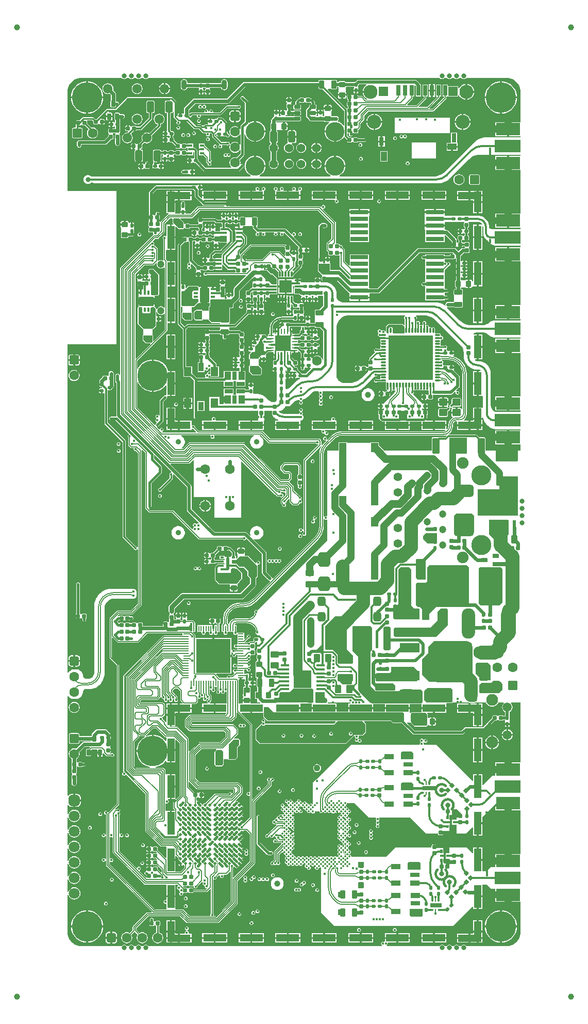
<source format=gtl>
G04*
G04 #@! TF.GenerationSoftware,Altium Limited,Altium Designer,18.1.9 (240)*
G04*
G04 Layer_Physical_Order=1*
G04 Layer_Color=255*
%FSLAX44Y44*%
%MOMM*%
G71*
G01*
G75*
%ADD10C,0.2500*%
%ADD11C,0.2000*%
%ADD13C,0.2540*%
%ADD14C,0.3000*%
%ADD17C,0.1500*%
%ADD18C,0.1000*%
G04:AMPARAMS|DCode=19|XSize=0.6mm|YSize=0.6mm|CornerRadius=0.06mm|HoleSize=0mm|Usage=FLASHONLY|Rotation=180.000|XOffset=0mm|YOffset=0mm|HoleType=Round|Shape=RoundedRectangle|*
%AMROUNDEDRECTD19*
21,1,0.6000,0.4800,0,0,180.0*
21,1,0.4800,0.6000,0,0,180.0*
1,1,0.1200,-0.2400,0.2400*
1,1,0.1200,0.2400,0.2400*
1,1,0.1200,0.2400,-0.2400*
1,1,0.1200,-0.2400,-0.2400*
%
%ADD19ROUNDEDRECTD19*%
%ADD20R,0.5500X2.2000*%
%ADD21R,1.0013X1.5019*%
%ADD22R,1.5000X1.0000*%
%ADD23R,0.8004X1.4006*%
%ADD24R,0.8006X1.5011*%
%ADD25R,1.5018X1.5018*%
%ADD26R,1.5009X1.5009*%
%ADD27R,0.7011X1.7526*%
%ADD28R,0.7007X1.7518*%
%ADD29R,0.7002X1.7504*%
%ADD30R,0.7010X1.7525*%
%ADD31R,0.7009X1.7522*%
%ADD32R,0.7006X1.7516*%
%ADD33R,0.7012X1.7530*%
%ADD34R,0.7002X1.7504*%
%ADD35R,0.6000X1.9500*%
%ADD36R,0.6000X0.3000*%
%ADD37R,1.2000X1.5200*%
G04:AMPARAMS|DCode=38|XSize=1.7mm|YSize=2.2mm|CornerRadius=0.425mm|HoleSize=0mm|Usage=FLASHONLY|Rotation=180.000|XOffset=0mm|YOffset=0mm|HoleType=Round|Shape=RoundedRectangle|*
%AMROUNDEDRECTD38*
21,1,1.7000,1.3500,0,0,180.0*
21,1,0.8500,2.2000,0,0,180.0*
1,1,0.8500,-0.4250,0.6750*
1,1,0.8500,0.4250,0.6750*
1,1,0.8500,0.4250,-0.6750*
1,1,0.8500,-0.4250,-0.6750*
%
%ADD38ROUNDEDRECTD38*%
G04:AMPARAMS|DCode=39|XSize=6.7mm|YSize=6.7mm|CornerRadius=0.8375mm|HoleSize=0mm|Usage=FLASHONLY|Rotation=180.000|XOffset=0mm|YOffset=0mm|HoleType=Round|Shape=RoundedRectangle|*
%AMROUNDEDRECTD39*
21,1,6.7000,5.0250,0,0,180.0*
21,1,5.0250,6.7000,0,0,180.0*
1,1,1.6750,-2.5125,2.5125*
1,1,1.6750,2.5125,2.5125*
1,1,1.6750,2.5125,-2.5125*
1,1,1.6750,-2.5125,-2.5125*
%
%ADD39ROUNDEDRECTD39*%
G04:AMPARAMS|DCode=40|XSize=3.3mm|YSize=1.6mm|CornerRadius=0.2mm|HoleSize=0mm|Usage=FLASHONLY|Rotation=180.000|XOffset=0mm|YOffset=0mm|HoleType=Round|Shape=RoundedRectangle|*
%AMROUNDEDRECTD40*
21,1,3.3000,1.2000,0,0,180.0*
21,1,2.9000,1.6000,0,0,180.0*
1,1,0.4000,-1.4500,0.6000*
1,1,0.4000,1.4500,0.6000*
1,1,0.4000,1.4500,-0.6000*
1,1,0.4000,-1.4500,-0.6000*
%
%ADD40ROUNDEDRECTD40*%
%ADD41R,1.4732X0.3556*%
%ADD42R,3.0000X3.0000*%
G04:AMPARAMS|DCode=43|XSize=2.4mm|YSize=2mm|CornerRadius=0.5mm|HoleSize=0mm|Usage=FLASHONLY|Rotation=180.000|XOffset=0mm|YOffset=0mm|HoleType=Round|Shape=RoundedRectangle|*
%AMROUNDEDRECTD43*
21,1,2.4000,1.0000,0,0,180.0*
21,1,1.4000,2.0000,0,0,180.0*
1,1,1.0000,-0.7000,0.5000*
1,1,1.0000,0.7000,0.5000*
1,1,1.0000,0.7000,-0.5000*
1,1,1.0000,-0.7000,-0.5000*
%
%ADD43ROUNDEDRECTD43*%
G04:AMPARAMS|DCode=44|XSize=2.4mm|YSize=2mm|CornerRadius=0.5mm|HoleSize=0mm|Usage=FLASHONLY|Rotation=90.000|XOffset=0mm|YOffset=0mm|HoleType=Round|Shape=RoundedRectangle|*
%AMROUNDEDRECTD44*
21,1,2.4000,1.0000,0,0,90.0*
21,1,1.4000,2.0000,0,0,90.0*
1,1,1.0000,0.5000,0.7000*
1,1,1.0000,0.5000,-0.7000*
1,1,1.0000,-0.5000,-0.7000*
1,1,1.0000,-0.5000,0.7000*
%
%ADD44ROUNDEDRECTD44*%
%ADD45R,0.7000X0.4500*%
G04:AMPARAMS|DCode=46|XSize=1.3mm|YSize=0.8mm|CornerRadius=0.1mm|HoleSize=0mm|Usage=FLASHONLY|Rotation=270.000|XOffset=0mm|YOffset=0mm|HoleType=Round|Shape=RoundedRectangle|*
%AMROUNDEDRECTD46*
21,1,1.3000,0.6000,0,0,270.0*
21,1,1.1000,0.8000,0,0,270.0*
1,1,0.2000,-0.3000,-0.5500*
1,1,0.2000,-0.3000,0.5500*
1,1,0.2000,0.3000,0.5500*
1,1,0.2000,0.3000,-0.5500*
%
%ADD46ROUNDEDRECTD46*%
G04:AMPARAMS|DCode=47|XSize=1.3mm|YSize=0.8mm|CornerRadius=0.1mm|HoleSize=0mm|Usage=FLASHONLY|Rotation=0.000|XOffset=0mm|YOffset=0mm|HoleType=Round|Shape=RoundedRectangle|*
%AMROUNDEDRECTD47*
21,1,1.3000,0.6000,0,0,0.0*
21,1,1.1000,0.8000,0,0,0.0*
1,1,0.2000,0.5500,-0.3000*
1,1,0.2000,-0.5500,-0.3000*
1,1,0.2000,-0.5500,0.3000*
1,1,0.2000,0.5500,0.3000*
%
%ADD47ROUNDEDRECTD47*%
G04:AMPARAMS|DCode=48|XSize=0.6mm|YSize=0.6mm|CornerRadius=0.06mm|HoleSize=0mm|Usage=FLASHONLY|Rotation=90.000|XOffset=0mm|YOffset=0mm|HoleType=Round|Shape=RoundedRectangle|*
%AMROUNDEDRECTD48*
21,1,0.6000,0.4800,0,0,90.0*
21,1,0.4800,0.6000,0,0,90.0*
1,1,0.1200,0.2400,0.2400*
1,1,0.1200,0.2400,-0.2400*
1,1,0.1200,-0.2400,-0.2400*
1,1,0.1200,-0.2400,0.2400*
%
%ADD48ROUNDEDRECTD48*%
G04:AMPARAMS|DCode=49|XSize=0.5mm|YSize=0.6mm|CornerRadius=0.05mm|HoleSize=0mm|Usage=FLASHONLY|Rotation=180.000|XOffset=0mm|YOffset=0mm|HoleType=Round|Shape=RoundedRectangle|*
%AMROUNDEDRECTD49*
21,1,0.5000,0.5000,0,0,180.0*
21,1,0.4000,0.6000,0,0,180.0*
1,1,0.1000,-0.2000,0.2500*
1,1,0.1000,0.2000,0.2500*
1,1,0.1000,0.2000,-0.2500*
1,1,0.1000,-0.2000,-0.2500*
%
%ADD49ROUNDEDRECTD49*%
G04:AMPARAMS|DCode=50|XSize=0.5mm|YSize=0.6mm|CornerRadius=0.05mm|HoleSize=0mm|Usage=FLASHONLY|Rotation=90.000|XOffset=0mm|YOffset=0mm|HoleType=Round|Shape=RoundedRectangle|*
%AMROUNDEDRECTD50*
21,1,0.5000,0.5000,0,0,90.0*
21,1,0.4000,0.6000,0,0,90.0*
1,1,0.1000,0.2500,0.2000*
1,1,0.1000,0.2500,-0.2000*
1,1,0.1000,-0.2500,-0.2000*
1,1,0.1000,-0.2500,0.2000*
%
%ADD50ROUNDEDRECTD50*%
%ADD51O,0.9000X0.2500*%
%ADD52O,0.2500X0.9000*%
%ADD53R,2.5000X2.5000*%
%ADD54R,0.3000X0.3500*%
%ADD55R,2.1000X2.1000*%
%ADD56R,0.8500X0.3000*%
%ADD57R,0.3000X0.8500*%
G04:AMPARAMS|DCode=58|XSize=1mm|YSize=0.9mm|CornerRadius=0.1125mm|HoleSize=0mm|Usage=FLASHONLY|Rotation=180.000|XOffset=0mm|YOffset=0mm|HoleType=Round|Shape=RoundedRectangle|*
%AMROUNDEDRECTD58*
21,1,1.0000,0.6750,0,0,180.0*
21,1,0.7750,0.9000,0,0,180.0*
1,1,0.2250,-0.3875,0.3375*
1,1,0.2250,0.3875,0.3375*
1,1,0.2250,0.3875,-0.3375*
1,1,0.2250,-0.3875,-0.3375*
%
%ADD58ROUNDEDRECTD58*%
G04:AMPARAMS|DCode=59|XSize=1.8mm|YSize=1.15mm|CornerRadius=0.1438mm|HoleSize=0mm|Usage=FLASHONLY|Rotation=90.000|XOffset=0mm|YOffset=0mm|HoleType=Round|Shape=RoundedRectangle|*
%AMROUNDEDRECTD59*
21,1,1.8000,0.8625,0,0,90.0*
21,1,1.5125,1.1500,0,0,90.0*
1,1,0.2875,0.4313,0.7563*
1,1,0.2875,0.4313,-0.7563*
1,1,0.2875,-0.4313,-0.7563*
1,1,0.2875,-0.4313,0.7563*
%
%ADD59ROUNDEDRECTD59*%
G04:AMPARAMS|DCode=60|XSize=0.31mm|YSize=0.3mm|CornerRadius=0mm|HoleSize=0mm|Usage=FLASHONLY|Rotation=135.000|XOffset=0mm|YOffset=0mm|HoleType=Round|Shape=Rectangle|*
%AMROTATEDRECTD60*
4,1,4,0.2157,-0.0035,0.0035,-0.2157,-0.2157,0.0035,-0.0035,0.2157,0.2157,-0.0035,0.0*
%
%ADD60ROTATEDRECTD60*%

%ADD61R,0.3000X0.3100*%
%ADD62R,7.4000X7.4000*%
%ADD63O,0.3000X0.8500*%
%ADD64O,0.8500X0.3000*%
%ADD65R,1.0000X0.4000*%
%ADD66R,0.8500X0.4000*%
%ADD67R,4.0000X2.0000*%
%ADD68R,4.2500X2.0000*%
%ADD69R,1.6500X0.9000*%
%ADD70R,1.6500X0.7600*%
%ADD71R,0.9000X1.4000*%
%ADD72R,1.2000X1.5000*%
%ADD73R,1.0000X1.3500*%
%ADD74R,1.3500X0.7000*%
%ADD75R,0.7000X1.3500*%
G04:AMPARAMS|DCode=76|XSize=1.4mm|YSize=1.2mm|CornerRadius=0.15mm|HoleSize=0mm|Usage=FLASHONLY|Rotation=180.000|XOffset=0mm|YOffset=0mm|HoleType=Round|Shape=RoundedRectangle|*
%AMROUNDEDRECTD76*
21,1,1.4000,0.9000,0,0,180.0*
21,1,1.1000,1.2000,0,0,180.0*
1,1,0.3000,-0.5500,0.4500*
1,1,0.3000,0.5500,0.4500*
1,1,0.3000,0.5500,-0.4500*
1,1,0.3000,-0.5500,-0.4500*
%
%ADD76ROUNDEDRECTD76*%
%ADD77R,0.4000X0.7000*%
%ADD78R,0.3600X0.4500*%
%ADD79R,0.7500X0.4500*%
%ADD80R,0.2000X0.2000*%
%ADD81C,0.3500*%
%ADD82R,3.8000X1.2000*%
%ADD83R,1.2000X3.8000*%
%ADD84R,1.2000X3.3500*%
%ADD85R,3.8500X1.2000*%
%ADD86C,0.5000*%
G04:AMPARAMS|DCode=87|XSize=0.6mm|YSize=0.6mm|CornerRadius=0.06mm|HoleSize=0mm|Usage=FLASHONLY|Rotation=45.000|XOffset=0mm|YOffset=0mm|HoleType=Round|Shape=RoundedRectangle|*
%AMROUNDEDRECTD87*
21,1,0.6000,0.4800,0,0,45.0*
21,1,0.4800,0.6000,0,0,45.0*
1,1,0.1200,0.3394,0.0000*
1,1,0.1200,0.0000,-0.3394*
1,1,0.1200,-0.3394,0.0000*
1,1,0.1200,0.0000,0.3394*
%
%ADD87ROUNDEDRECTD87*%
G04:AMPARAMS|DCode=88|XSize=0.6mm|YSize=0.6mm|CornerRadius=0.06mm|HoleSize=0mm|Usage=FLASHONLY|Rotation=135.000|XOffset=0mm|YOffset=0mm|HoleType=Round|Shape=RoundedRectangle|*
%AMROUNDEDRECTD88*
21,1,0.6000,0.4800,0,0,135.0*
21,1,0.4800,0.6000,0,0,135.0*
1,1,0.1200,0.0000,0.3394*
1,1,0.1200,0.3394,0.0000*
1,1,0.1200,0.0000,-0.3394*
1,1,0.1200,-0.3394,0.0000*
%
%ADD88ROUNDEDRECTD88*%
%ADD89C,1.6000*%
%ADD90R,3.0000X0.8000*%
G04:AMPARAMS|DCode=91|XSize=0.7mm|YSize=1mm|CornerRadius=0.0875mm|HoleSize=0mm|Usage=FLASHONLY|Rotation=0.000|XOffset=0mm|YOffset=0mm|HoleType=Round|Shape=RoundedRectangle|*
%AMROUNDEDRECTD91*
21,1,0.7000,0.8250,0,0,0.0*
21,1,0.5250,1.0000,0,0,0.0*
1,1,0.1750,0.2625,-0.4125*
1,1,0.1750,-0.2625,-0.4125*
1,1,0.1750,-0.2625,0.4125*
1,1,0.1750,0.2625,0.4125*
%
%ADD91ROUNDEDRECTD91*%
%ADD92R,5.5500X5.5500*%
%ADD93R,0.2000X0.9000*%
%ADD94R,0.9000X0.2000*%
G04:AMPARAMS|DCode=95|XSize=1mm|YSize=0.9mm|CornerRadius=0.1125mm|HoleSize=0mm|Usage=FLASHONLY|Rotation=270.000|XOffset=0mm|YOffset=0mm|HoleType=Round|Shape=RoundedRectangle|*
%AMROUNDEDRECTD95*
21,1,1.0000,0.6750,0,0,270.0*
21,1,0.7750,0.9000,0,0,270.0*
1,1,0.2250,-0.3375,-0.3875*
1,1,0.2250,-0.3375,0.3875*
1,1,0.2250,0.3375,0.3875*
1,1,0.2250,0.3375,-0.3875*
%
%ADD95ROUNDEDRECTD95*%
G04:AMPARAMS|DCode=96|XSize=0.6mm|YSize=1mm|CornerRadius=0.075mm|HoleSize=0mm|Usage=FLASHONLY|Rotation=270.000|XOffset=0mm|YOffset=0mm|HoleType=Round|Shape=RoundedRectangle|*
%AMROUNDEDRECTD96*
21,1,0.6000,0.8500,0,0,270.0*
21,1,0.4500,1.0000,0,0,270.0*
1,1,0.1500,-0.4250,-0.2250*
1,1,0.1500,-0.4250,0.2250*
1,1,0.1500,0.4250,0.2250*
1,1,0.1500,0.4250,-0.2250*
%
%ADD96ROUNDEDRECTD96*%
G04:AMPARAMS|DCode=97|XSize=0.5mm|YSize=0.6mm|CornerRadius=0.0625mm|HoleSize=0mm|Usage=FLASHONLY|Rotation=270.000|XOffset=0mm|YOffset=0mm|HoleType=Round|Shape=RoundedRectangle|*
%AMROUNDEDRECTD97*
21,1,0.5000,0.4750,0,0,270.0*
21,1,0.3750,0.6000,0,0,270.0*
1,1,0.1250,-0.2375,-0.1875*
1,1,0.1250,-0.2375,0.1875*
1,1,0.1250,0.2375,0.1875*
1,1,0.1250,0.2375,-0.1875*
%
%ADD97ROUNDEDRECTD97*%
%ADD98R,1.2000X0.7000*%
%ADD99R,0.2500X0.3500*%
G04:AMPARAMS|DCode=100|XSize=0.5mm|YSize=0.6mm|CornerRadius=0.05mm|HoleSize=0mm|Usage=FLASHONLY|Rotation=315.000|XOffset=0mm|YOffset=0mm|HoleType=Round|Shape=RoundedRectangle|*
%AMROUNDEDRECTD100*
21,1,0.5000,0.5000,0,0,315.0*
21,1,0.4000,0.6000,0,0,315.0*
1,1,0.1000,-0.0354,-0.3182*
1,1,0.1000,-0.3182,-0.0354*
1,1,0.1000,0.0354,0.3182*
1,1,0.1000,0.3182,0.0354*
%
%ADD100ROUNDEDRECTD100*%
G04:AMPARAMS|DCode=101|XSize=1.8mm|YSize=1.15mm|CornerRadius=0.1438mm|HoleSize=0mm|Usage=FLASHONLY|Rotation=180.000|XOffset=0mm|YOffset=0mm|HoleType=Round|Shape=RoundedRectangle|*
%AMROUNDEDRECTD101*
21,1,1.8000,0.8625,0,0,180.0*
21,1,1.5125,1.1500,0,0,180.0*
1,1,0.2875,-0.7563,0.4313*
1,1,0.2875,0.7563,0.4313*
1,1,0.2875,0.7563,-0.4313*
1,1,0.2875,-0.7563,-0.4313*
%
%ADD101ROUNDEDRECTD101*%
%ADD102R,1.6000X2.3500*%
%ADD103R,0.7000X0.3000*%
G04:AMPARAMS|DCode=104|XSize=1.5mm|YSize=1.3mm|CornerRadius=0.325mm|HoleSize=0mm|Usage=FLASHONLY|Rotation=270.000|XOffset=0mm|YOffset=0mm|HoleType=Round|Shape=RoundedRectangle|*
%AMROUNDEDRECTD104*
21,1,1.5000,0.6500,0,0,270.0*
21,1,0.8500,1.3000,0,0,270.0*
1,1,0.6500,-0.3250,-0.4250*
1,1,0.6500,-0.3250,0.4250*
1,1,0.6500,0.3250,0.4250*
1,1,0.6500,0.3250,-0.4250*
%
%ADD104ROUNDEDRECTD104*%
G04:AMPARAMS|DCode=105|XSize=0.7mm|YSize=1mm|CornerRadius=0.0875mm|HoleSize=0mm|Usage=FLASHONLY|Rotation=90.000|XOffset=0mm|YOffset=0mm|HoleType=Round|Shape=RoundedRectangle|*
%AMROUNDEDRECTD105*
21,1,0.7000,0.8250,0,0,90.0*
21,1,0.5250,1.0000,0,0,90.0*
1,1,0.1750,0.4125,0.2625*
1,1,0.1750,0.4125,-0.2625*
1,1,0.1750,-0.4125,-0.2625*
1,1,0.1750,-0.4125,0.2625*
%
%ADD105ROUNDEDRECTD105*%
%ADD106R,1.6000X3.7000*%
G04:AMPARAMS|DCode=107|XSize=1.4mm|YSize=1mm|CornerRadius=0.125mm|HoleSize=0mm|Usage=FLASHONLY|Rotation=270.000|XOffset=0mm|YOffset=0mm|HoleType=Round|Shape=RoundedRectangle|*
%AMROUNDEDRECTD107*
21,1,1.4000,0.7500,0,0,270.0*
21,1,1.1500,1.0000,0,0,270.0*
1,1,0.2500,-0.3750,-0.5750*
1,1,0.2500,-0.3750,0.5750*
1,1,0.2500,0.3750,0.5750*
1,1,0.2500,0.3750,-0.5750*
%
%ADD107ROUNDEDRECTD107*%
G04:AMPARAMS|DCode=108|XSize=1.4mm|YSize=1mm|CornerRadius=0.125mm|HoleSize=0mm|Usage=FLASHONLY|Rotation=0.000|XOffset=0mm|YOffset=0mm|HoleType=Round|Shape=RoundedRectangle|*
%AMROUNDEDRECTD108*
21,1,1.4000,0.7500,0,0,0.0*
21,1,1.1500,1.0000,0,0,0.0*
1,1,0.2500,0.5750,-0.3750*
1,1,0.2500,-0.5750,-0.3750*
1,1,0.2500,-0.5750,0.3750*
1,1,0.2500,0.5750,0.3750*
%
%ADD108ROUNDEDRECTD108*%
G04:AMPARAMS|DCode=109|XSize=2mm|YSize=3.3mm|CornerRadius=0.5mm|HoleSize=0mm|Usage=FLASHONLY|Rotation=90.000|XOffset=0mm|YOffset=0mm|HoleType=Round|Shape=RoundedRectangle|*
%AMROUNDEDRECTD109*
21,1,2.0000,2.3000,0,0,90.0*
21,1,1.0000,3.3000,0,0,90.0*
1,1,1.0000,1.1500,0.5000*
1,1,1.0000,1.1500,-0.5000*
1,1,1.0000,-1.1500,-0.5000*
1,1,1.0000,-1.1500,0.5000*
%
%ADD109ROUNDEDRECTD109*%
G04:AMPARAMS|DCode=110|XSize=0.6mm|YSize=1mm|CornerRadius=0.075mm|HoleSize=0mm|Usage=FLASHONLY|Rotation=0.000|XOffset=0mm|YOffset=0mm|HoleType=Round|Shape=RoundedRectangle|*
%AMROUNDEDRECTD110*
21,1,0.6000,0.8500,0,0,0.0*
21,1,0.4500,1.0000,0,0,0.0*
1,1,0.1500,0.2250,-0.4250*
1,1,0.1500,-0.2250,-0.4250*
1,1,0.1500,-0.2250,0.4250*
1,1,0.1500,0.2250,0.4250*
%
%ADD110ROUNDEDRECTD110*%
%ADD111R,2.3500X1.6000*%
%ADD112R,0.3000X0.7000*%
G04:AMPARAMS|DCode=113|XSize=2.6mm|YSize=1.15mm|CornerRadius=0.1438mm|HoleSize=0mm|Usage=FLASHONLY|Rotation=270.000|XOffset=0mm|YOffset=0mm|HoleType=Round|Shape=RoundedRectangle|*
%AMROUNDEDRECTD113*
21,1,2.6000,0.8625,0,0,270.0*
21,1,2.3125,1.1500,0,0,270.0*
1,1,0.2875,-0.4313,-1.1563*
1,1,0.2875,-0.4313,1.1563*
1,1,0.2875,0.4313,1.1563*
1,1,0.2875,0.4313,-1.1563*
%
%ADD113ROUNDEDRECTD113*%
G04:AMPARAMS|DCode=114|XSize=2.6mm|YSize=1.15mm|CornerRadius=0.1438mm|HoleSize=0mm|Usage=FLASHONLY|Rotation=180.000|XOffset=0mm|YOffset=0mm|HoleType=Round|Shape=RoundedRectangle|*
%AMROUNDEDRECTD114*
21,1,2.6000,0.8625,0,0,180.0*
21,1,2.3125,1.1500,0,0,180.0*
1,1,0.2875,-1.1563,0.4313*
1,1,0.2875,1.1563,0.4313*
1,1,0.2875,1.1563,-0.4313*
1,1,0.2875,-1.1563,-0.4313*
%
%ADD114ROUNDEDRECTD114*%
G04:AMPARAMS|DCode=115|XSize=3.6mm|YSize=1.5mm|CornerRadius=0.1875mm|HoleSize=0mm|Usage=FLASHONLY|Rotation=0.000|XOffset=0mm|YOffset=0mm|HoleType=Round|Shape=RoundedRectangle|*
%AMROUNDEDRECTD115*
21,1,3.6000,1.1250,0,0,0.0*
21,1,3.2250,1.5000,0,0,0.0*
1,1,0.3750,1.6125,-0.5625*
1,1,0.3750,-1.6125,-0.5625*
1,1,0.3750,-1.6125,0.5625*
1,1,0.3750,1.6125,0.5625*
%
%ADD115ROUNDEDRECTD115*%
%ADD116R,7.0000X7.0000*%
%ADD216C,1.2000*%
%ADD219C,1.5000*%
%ADD224C,1.9000*%
%ADD232C,0.3250*%
%ADD233C,0.3090*%
%ADD234C,0.4000*%
%ADD235C,1.0000*%
%ADD236C,0.3500*%
%ADD237C,2.2000*%
%ADD238C,0.2200*%
%ADD239C,0.6000*%
%ADD240C,0.5000*%
%ADD241C,0.1100*%
%ADD242C,0.8000*%
%ADD243C,1.2000*%
%ADD244C,1.3000*%
%ADD245C,2.3000*%
%ADD246C,1.0000*%
%ADD247C,0.7000*%
%ADD248C,1.1000*%
%ADD249C,1.1500*%
%ADD250C,1.5000*%
%ADD251C,2.0000*%
%ADD252C,0.5500*%
G04:AMPARAMS|DCode=253|XSize=1.524mm|YSize=1.524mm|CornerRadius=0.1905mm|HoleSize=0mm|Usage=FLASHONLY|Rotation=270.000|XOffset=0mm|YOffset=0mm|HoleType=Round|Shape=RoundedRectangle|*
%AMROUNDEDRECTD253*
21,1,1.5240,1.1430,0,0,270.0*
21,1,1.1430,1.5240,0,0,270.0*
1,1,0.3810,-0.5715,-0.5715*
1,1,0.3810,-0.5715,0.5715*
1,1,0.3810,0.5715,0.5715*
1,1,0.3810,0.5715,-0.5715*
%
%ADD253ROUNDEDRECTD253*%
%ADD254C,5.0000*%
%ADD255C,0.8000*%
%ADD256C,0.9000*%
%ADD257C,1.1000*%
%ADD258C,1.9500*%
%ADD259C,1.4000*%
%ADD260C,3.3000*%
%ADD261O,5.0000X2.0000*%
%ADD262O,2.2000X5.0000*%
%ADD263O,2.0000X5.0000*%
G04:AMPARAMS|DCode=264|XSize=1.6mm|YSize=1.6mm|CornerRadius=0.4mm|HoleSize=0mm|Usage=FLASHONLY|Rotation=270.000|XOffset=0mm|YOffset=0mm|HoleType=Round|Shape=RoundedRectangle|*
%AMROUNDEDRECTD264*
21,1,1.6000,0.8000,0,0,270.0*
21,1,0.8000,1.6000,0,0,270.0*
1,1,0.8000,-0.4000,-0.4000*
1,1,0.8000,-0.4000,0.4000*
1,1,0.8000,0.4000,0.4000*
1,1,0.8000,0.4000,-0.4000*
%
%ADD264ROUNDEDRECTD264*%
%ADD265C,1.8000*%
G04:AMPARAMS|DCode=266|XSize=1.8mm|YSize=1.8mm|CornerRadius=0.45mm|HoleSize=0mm|Usage=FLASHONLY|Rotation=270.000|XOffset=0mm|YOffset=0mm|HoleType=Round|Shape=RoundedRectangle|*
%AMROUNDEDRECTD266*
21,1,1.8000,0.9000,0,0,270.0*
21,1,0.9000,1.8000,0,0,270.0*
1,1,0.9000,-0.4500,-0.4500*
1,1,0.9000,-0.4500,0.4500*
1,1,0.9000,0.4500,0.4500*
1,1,0.9000,0.4500,-0.4500*
%
%ADD266ROUNDEDRECTD266*%
G04:AMPARAMS|DCode=267|XSize=1.6mm|YSize=1.6mm|CornerRadius=0.4mm|HoleSize=0mm|Usage=FLASHONLY|Rotation=0.000|XOffset=0mm|YOffset=0mm|HoleType=Round|Shape=RoundedRectangle|*
%AMROUNDEDRECTD267*
21,1,1.6000,0.8000,0,0,0.0*
21,1,0.8000,1.6000,0,0,0.0*
1,1,0.8000,0.4000,-0.4000*
1,1,0.8000,-0.4000,-0.4000*
1,1,0.8000,-0.4000,0.4000*
1,1,0.8000,0.4000,0.4000*
%
%ADD267ROUNDEDRECTD267*%
%ADD268C,2.3000*%
%ADD269C,1.5500*%
G04:AMPARAMS|DCode=270|XSize=1.524mm|YSize=1.524mm|CornerRadius=0.1905mm|HoleSize=0mm|Usage=FLASHONLY|Rotation=180.000|XOffset=0mm|YOffset=0mm|HoleType=Round|Shape=RoundedRectangle|*
%AMROUNDEDRECTD270*
21,1,1.5240,1.1430,0,0,180.0*
21,1,1.1430,1.5240,0,0,180.0*
1,1,0.3810,-0.5715,0.5715*
1,1,0.3810,0.5715,0.5715*
1,1,0.3810,0.5715,-0.5715*
1,1,0.3810,-0.5715,-0.5715*
%
%ADD270ROUNDEDRECTD270*%
%ADD271O,0.9000X1.6000*%
%ADD272C,3.1000*%
%ADD273C,0.4000*%
G36*
X731117Y1426083D02*
X735182Y1424399D01*
X738842Y1421954D01*
X741954Y1418842D01*
X744399Y1415183D01*
X746083Y1411117D01*
X746941Y1406800D01*
Y1404600D01*
Y1354450D01*
X732750D01*
Y1342950D01*
X728500Y1342950D01*
Y1342950D01*
Y1331450D01*
X746941D01*
Y1329250D01*
X689521D01*
X689521Y1329250D01*
X687019Y1329250D01*
X682112Y1328274D01*
X677490Y1326359D01*
X673329Y1323579D01*
X671561Y1321810D01*
X622693Y1272943D01*
X622693Y1272943D01*
X620846Y1271269D01*
X616706Y1268503D01*
X612105Y1266597D01*
X607222Y1265626D01*
X604732Y1265503D01*
X450080D01*
X449890Y1265738D01*
X450216Y1267352D01*
X451890Y1268247D01*
X454479Y1270371D01*
X456603Y1272960D01*
X458182Y1275913D01*
X459154Y1279118D01*
X459334Y1280950D01*
X442400D01*
X425466D01*
X425646Y1279118D01*
X426618Y1275913D01*
X428197Y1272960D01*
X430321Y1270371D01*
X432910Y1268247D01*
X434584Y1267352D01*
X434910Y1265738D01*
X434720Y1265503D01*
X318680D01*
X318490Y1265738D01*
X318816Y1267352D01*
X320490Y1268247D01*
X323079Y1270371D01*
X325203Y1272960D01*
X326782Y1275913D01*
X327754Y1279118D01*
X327934Y1280950D01*
X311000D01*
Y1282450D01*
X309500D01*
Y1299384D01*
X307667Y1299204D01*
X304463Y1298232D01*
X301510Y1296653D01*
X298921Y1294529D01*
X296797Y1291940D01*
X295218Y1288987D01*
X294246Y1285783D01*
X294001Y1283295D01*
X293999Y1283276D01*
X292717Y1283213D01*
X292691Y1283340D01*
X292576Y1283921D01*
X291913Y1284913D01*
X290921Y1285576D01*
X289750Y1285809D01*
X288580Y1285576D01*
X287942Y1285150D01*
X287798Y1285194D01*
X286816Y1285871D01*
X287078Y1287857D01*
X286768Y1290207D01*
X285861Y1292396D01*
X285646Y1292677D01*
X292413Y1299444D01*
X292413Y1299444D01*
X293076Y1300437D01*
X293309Y1301607D01*
X293309Y1301607D01*
Y1334632D01*
X294579Y1334820D01*
X295218Y1332713D01*
X296797Y1329760D01*
X298921Y1327171D01*
X301510Y1325047D01*
X304463Y1323468D01*
X307667Y1322496D01*
X309500Y1322316D01*
Y1339250D01*
Y1356185D01*
X307667Y1356004D01*
X304463Y1355032D01*
X301510Y1353453D01*
X301407Y1353369D01*
X300250Y1354063D01*
X300309Y1354357D01*
X300309Y1354357D01*
Y1387250D01*
X300309Y1387250D01*
X300076Y1388421D01*
X299413Y1389413D01*
X299413Y1389413D01*
X292413Y1396413D01*
X291420Y1397076D01*
X290250Y1397309D01*
X289079Y1397076D01*
X288087Y1396413D01*
X287424Y1395421D01*
X287191Y1394250D01*
X287424Y1393080D01*
X288087Y1392087D01*
X294191Y1385983D01*
Y1355624D01*
X288087Y1349520D01*
X287424Y1348528D01*
X287191Y1347357D01*
X287191Y1347357D01*
Y1343362D01*
X285921Y1343109D01*
X285861Y1343253D01*
X284419Y1345133D01*
X282539Y1346576D01*
X280350Y1347482D01*
X278000Y1347792D01*
X275651Y1347482D01*
X273461Y1346576D01*
X271581Y1345133D01*
X270139Y1343253D01*
X269232Y1341064D01*
X268922Y1338714D01*
X269232Y1336365D01*
X269931Y1334677D01*
X268806Y1334075D01*
X268413Y1334663D01*
X267420Y1335326D01*
X266374Y1335534D01*
Y1337000D01*
X265898Y1338148D01*
X264891Y1338565D01*
Y1353250D01*
X264728Y1354069D01*
X264264Y1354764D01*
X257764Y1361264D01*
X257069Y1361728D01*
X256250Y1361891D01*
X253677D01*
X253663Y1361913D01*
X252670Y1362576D01*
X251500Y1362809D01*
X250329Y1362576D01*
X249337Y1361913D01*
X248674Y1360921D01*
X248441Y1359750D01*
X247220Y1359624D01*
X245250D01*
X244827Y1359449D01*
X244750Y1359500D01*
Y1359500D01*
X241605D01*
X241030Y1359884D01*
X240250Y1360039D01*
X239250D01*
Y1356000D01*
X237750D01*
Y1354500D01*
X233211D01*
Y1354000D01*
X233366Y1353220D01*
X233808Y1352558D01*
X234402Y1352161D01*
X234418Y1352067D01*
X233866Y1350891D01*
X229452D01*
X228632Y1350728D01*
X227938Y1350264D01*
X226434Y1348760D01*
X224256D01*
X222752Y1350264D01*
X222057Y1350728D01*
X221238Y1350891D01*
X216137D01*
X205277Y1361751D01*
X205695Y1363129D01*
X205921Y1363174D01*
X206913Y1363837D01*
X207576Y1364830D01*
X207809Y1366000D01*
X209052Y1366259D01*
X215073D01*
X215838Y1364989D01*
X215691Y1364250D01*
X215924Y1363080D01*
X216587Y1362087D01*
X217579Y1361424D01*
X218750Y1361191D01*
X219921Y1361424D01*
X220913Y1362087D01*
X221576Y1363080D01*
X221809Y1364250D01*
X221662Y1364989D01*
X222427Y1366259D01*
X253900D01*
X254719Y1366422D01*
X255414Y1366886D01*
X265887Y1377359D01*
X282573D01*
X282587Y1377337D01*
X283580Y1376674D01*
X284750Y1376441D01*
X285921Y1376674D01*
X286913Y1377337D01*
X287576Y1378329D01*
X287809Y1379500D01*
X287576Y1380670D01*
X286913Y1381663D01*
X285921Y1382326D01*
X284750Y1382559D01*
X283580Y1382326D01*
X282587Y1381663D01*
X282573Y1381641D01*
X265000D01*
X264181Y1381478D01*
X263486Y1381014D01*
X253013Y1370541D01*
X242710D01*
X241922Y1371811D01*
X242059Y1372500D01*
X241826Y1373671D01*
X241163Y1374663D01*
X240170Y1375326D01*
X239000Y1375559D01*
X237829Y1375326D01*
X236837Y1374663D01*
X236174Y1373671D01*
X235941Y1372500D01*
X235948Y1372465D01*
X235023Y1371278D01*
X234977D01*
X234052Y1372465D01*
X234059Y1372500D01*
X233826Y1373671D01*
X233163Y1374663D01*
X232171Y1375326D01*
X231000Y1375559D01*
X229829Y1375326D01*
X228837Y1374663D01*
X228174Y1373671D01*
X227941Y1372500D01*
X228078Y1371811D01*
X227290Y1370541D01*
X207150D01*
X206331Y1370378D01*
X205636Y1369914D01*
X204776Y1369054D01*
X204750Y1369059D01*
X203580Y1368826D01*
X202328Y1369517D01*
Y1374311D01*
X212939Y1384922D01*
X266000D01*
X266000Y1384922D01*
X267561Y1385232D01*
X268884Y1386116D01*
X294939Y1412172D01*
X415461D01*
Y1410750D01*
X415616Y1409970D01*
X416058Y1409308D01*
X416720Y1408866D01*
X417500Y1408711D01*
X422184D01*
X457851Y1373044D01*
Y1349261D01*
X456689Y1348759D01*
X456581Y1348768D01*
X454479Y1351329D01*
X451890Y1353453D01*
X448937Y1355032D01*
X446952Y1355634D01*
X446746Y1357024D01*
X447184Y1357316D01*
X448068Y1358639D01*
X448378Y1360200D01*
X448068Y1361761D01*
X447184Y1363084D01*
X445861Y1363968D01*
X444300Y1364278D01*
X437545D01*
X436450Y1364700D01*
Y1372280D01*
X436798Y1372801D01*
X437001Y1373825D01*
Y1375700D01*
X423899D01*
Y1373825D01*
X424102Y1372801D01*
X424450Y1372280D01*
Y1364700D01*
X423355Y1364278D01*
X421700D01*
Y1366345D01*
X422084Y1366920D01*
X422239Y1367700D01*
Y1368700D01*
X418200D01*
X414161D01*
Y1367700D01*
X414316Y1366920D01*
X414700Y1366345D01*
Y1364278D01*
X412039D01*
X411654Y1365548D01*
X412072Y1365828D01*
X412569Y1366572D01*
X412744Y1367450D01*
Y1368200D01*
X406200D01*
Y1371200D01*
X412744D01*
Y1371950D01*
X412569Y1372828D01*
X412072Y1373572D01*
X411356Y1374051D01*
X411207Y1374884D01*
X411250Y1375380D01*
X411712Y1375688D01*
X412099Y1376267D01*
X412234Y1376950D01*
Y1381450D01*
X412099Y1382133D01*
X411712Y1382712D01*
X411133Y1383098D01*
X410450Y1383234D01*
X409259D01*
Y1387075D01*
X409259Y1387075D01*
X409026Y1388245D01*
X408363Y1389238D01*
X405238Y1392363D01*
X404245Y1393026D01*
X403075Y1393259D01*
X401889Y1393313D01*
X401857Y1393474D01*
X401503Y1394003D01*
X400974Y1394357D01*
X400350Y1394481D01*
X395550D01*
X394926Y1394357D01*
X394396Y1394003D01*
X394361Y1393950D01*
X391539D01*
X391503Y1394003D01*
X390974Y1394357D01*
X390350Y1394481D01*
X385550D01*
X384926Y1394357D01*
X384397Y1394003D01*
X384043Y1393474D01*
X383325Y1393259D01*
X382155Y1393026D01*
X381162Y1392363D01*
X378037Y1389238D01*
X377374Y1388245D01*
X377141Y1387075D01*
X377141Y1387075D01*
Y1383234D01*
X375950D01*
X375267Y1383098D01*
X374688Y1382712D01*
X374301Y1382133D01*
X374166Y1381450D01*
Y1376950D01*
X374301Y1376267D01*
X374688Y1375688D01*
X375267Y1375302D01*
X375950Y1375166D01*
X384450D01*
X385133Y1375302D01*
X385712Y1375688D01*
X386099Y1376267D01*
X386234Y1376950D01*
Y1381450D01*
X386099Y1382133D01*
X385712Y1382712D01*
X385133Y1383098D01*
X384450Y1383234D01*
X383259D01*
Y1385808D01*
X384352Y1386901D01*
X384397Y1386896D01*
X384926Y1386543D01*
X385550Y1386419D01*
X390350D01*
X390974Y1386543D01*
X391503Y1386897D01*
X391539Y1386950D01*
X394361D01*
X394396Y1386897D01*
X394926Y1386543D01*
X395550Y1386419D01*
X400350D01*
X400974Y1386543D01*
X401503Y1386897D01*
X402639Y1386310D01*
X403141Y1385808D01*
Y1383234D01*
X401950D01*
X401267Y1383098D01*
X400688Y1382712D01*
X400302Y1382133D01*
X400166Y1381450D01*
Y1380242D01*
X395787Y1375863D01*
X395124Y1374870D01*
X394891Y1373700D01*
X394891Y1373700D01*
Y1364950D01*
X394891Y1364950D01*
X395124Y1363779D01*
X395787Y1362787D01*
X400166Y1358409D01*
Y1357950D01*
X400302Y1357267D01*
X400688Y1356688D01*
X401267Y1356302D01*
X401950Y1356166D01*
X405978D01*
X406200Y1356122D01*
X416091D01*
X416200Y1356076D01*
X420200D01*
X420309Y1356122D01*
X424548D01*
X424573Y1355996D01*
X425043Y1355293D01*
X425746Y1354823D01*
X426575Y1354658D01*
X432161D01*
X432831Y1353538D01*
X432830Y1353388D01*
X430321Y1351329D01*
X428197Y1348740D01*
X426618Y1345787D01*
X425646Y1342583D01*
X425466Y1340750D01*
X442400D01*
Y1339250D01*
X443900D01*
Y1322316D01*
X445733Y1322496D01*
X448937Y1323468D01*
X451890Y1325047D01*
X454479Y1327171D01*
X456603Y1329760D01*
X456766Y1330063D01*
X457400Y1330102D01*
X458157Y1329973D01*
X458598Y1329314D01*
X462352Y1325560D01*
Y1322733D01*
X462476Y1322109D01*
X462830Y1321580D01*
X463359Y1321226D01*
X463983Y1321102D01*
X468783D01*
X469408Y1321226D01*
X469937Y1321580D01*
X469973Y1321633D01*
X472794D01*
X472830Y1321580D01*
X473359Y1321226D01*
X473983Y1321102D01*
X478783D01*
X479408Y1321226D01*
X479937Y1321580D01*
X480267Y1322074D01*
X490250D01*
X491421Y1322307D01*
X492413Y1322970D01*
X493076Y1323963D01*
X493309Y1325133D01*
X493076Y1326304D01*
X492413Y1327296D01*
X491421Y1327959D01*
X490250Y1328192D01*
X480267D01*
X479937Y1328687D01*
X479408Y1329041D01*
X478783Y1329165D01*
X473983D01*
X473359Y1329041D01*
X472830Y1328687D01*
X472794Y1328633D01*
X469973D01*
X469937Y1328687D01*
X469408Y1329041D01*
X468783Y1329165D01*
X465957D01*
X462949Y1332173D01*
Y1335117D01*
X463850Y1336219D01*
X465191D01*
Y1334500D01*
X465424Y1333329D01*
X466087Y1332337D01*
X467080Y1331674D01*
X468250Y1331441D01*
X469421Y1331674D01*
X470413Y1332337D01*
X471076Y1333329D01*
X471309Y1334500D01*
Y1336750D01*
X472661D01*
X472696Y1336696D01*
X473226Y1336343D01*
X473850Y1336219D01*
X478650D01*
X479274Y1336343D01*
X479804Y1336696D01*
X480157Y1337226D01*
X480281Y1337850D01*
Y1341398D01*
X483442Y1344558D01*
X483884Y1345220D01*
X484039Y1346000D01*
X484039Y1346000D01*
Y1351905D01*
X489688Y1357554D01*
X490130Y1358216D01*
X490285Y1358996D01*
Y1364916D01*
X497580Y1372211D01*
X603500D01*
X604280Y1372366D01*
X604942Y1372808D01*
X624942Y1392808D01*
X625384Y1393470D01*
X625539Y1394250D01*
X625539Y1394250D01*
Y1396487D01*
X628005D01*
Y1396495D01*
X645005D01*
Y1398334D01*
X646275Y1398587D01*
X646645Y1397694D01*
X648728Y1394978D01*
X651444Y1392894D01*
X654606Y1391585D01*
X656500Y1391335D01*
Y1404250D01*
Y1417165D01*
X654606Y1416915D01*
X651444Y1415605D01*
X648728Y1413522D01*
X646645Y1410806D01*
X646275Y1409913D01*
X645005Y1410166D01*
Y1413505D01*
X628005D01*
Y1416013D01*
X618995D01*
Y1396487D01*
X621461D01*
Y1395095D01*
X602655Y1376289D01*
X598132D01*
X597646Y1377462D01*
X613942Y1393758D01*
X613942Y1393758D01*
X614384Y1394420D01*
X614539Y1395200D01*
Y1396491D01*
X617004D01*
Y1416009D01*
X607996D01*
Y1396491D01*
X609111D01*
X609637Y1395221D01*
X593705Y1379289D01*
X580382D01*
X579896Y1380462D01*
X591942Y1392508D01*
X591942Y1392508D01*
X592384Y1393170D01*
X592539Y1393950D01*
X592539Y1393950D01*
Y1396488D01*
X595005D01*
Y1416012D01*
X585995D01*
Y1396488D01*
X588461D01*
Y1394795D01*
X575955Y1382289D01*
X561332D01*
X560846Y1383463D01*
X569942Y1392558D01*
X570384Y1393220D01*
X570539Y1394000D01*
X570539Y1394000D01*
Y1396492D01*
X573003D01*
Y1414136D01*
X574172Y1414648D01*
X574996Y1413993D01*
Y1396489D01*
X584004D01*
Y1416011D01*
X582818D01*
X582797Y1416116D01*
X582023Y1417273D01*
X576523Y1422773D01*
X575366Y1423547D01*
X574000Y1423819D01*
X480750D01*
X479384Y1423547D01*
X478227Y1422773D01*
X475827Y1420374D01*
X474750D01*
X473602Y1419898D01*
X473569Y1419819D01*
X460003D01*
X459877Y1420454D01*
X459407Y1421157D01*
X458704Y1421627D01*
X457875Y1421792D01*
X450125D01*
X449296Y1421627D01*
X448593Y1421157D01*
X448123Y1420454D01*
X447997Y1419819D01*
X445539D01*
Y1421750D01*
X445384Y1422530D01*
X444942Y1423192D01*
X444280Y1423634D01*
X443500Y1423789D01*
X437754D01*
X437500Y1423789D01*
X436500Y1423750D01*
X436500Y1423750D01*
X424500D01*
X424500Y1423750D01*
X423500Y1423789D01*
X417500D01*
X416720Y1423634D01*
X416058Y1423192D01*
X415616Y1422530D01*
X415461Y1421750D01*
Y1420328D01*
X293250D01*
X291689Y1420018D01*
X290366Y1419134D01*
X290366Y1419134D01*
X264311Y1393078D01*
X211250D01*
X211250Y1393078D01*
X209689Y1392768D01*
X208366Y1391884D01*
X195366Y1378884D01*
X194482Y1377561D01*
X194172Y1376000D01*
X194172Y1376000D01*
Y1368250D01*
X192105D01*
X191530Y1368634D01*
X190750Y1368789D01*
X189750D01*
Y1364750D01*
X186750D01*
Y1368789D01*
X185750D01*
X184970Y1368634D01*
X184308Y1368192D01*
X183866Y1367530D01*
X183711Y1366750D01*
Y1364625D01*
X182450Y1364057D01*
X181794Y1364566D01*
Y1387346D01*
X181619Y1388224D01*
X181122Y1388969D01*
X181122Y1388969D01*
X175219Y1394872D01*
X174474Y1395369D01*
X173596Y1395544D01*
X102250D01*
X102250Y1395544D01*
X101372Y1395369D01*
X100628Y1394872D01*
X82050Y1376294D01*
X68250D01*
X68250Y1376294D01*
X67372Y1376119D01*
X66628Y1375622D01*
X66628Y1375622D01*
X50037Y1359031D01*
X48463D01*
X45672Y1361822D01*
X44928Y1362319D01*
X44050Y1362494D01*
X28950D01*
X28072Y1362319D01*
X27328Y1361822D01*
X22787Y1357281D01*
X18600D01*
X17976Y1357157D01*
X17447Y1356803D01*
X17093Y1356274D01*
X16969Y1355650D01*
Y1351359D01*
X16681Y1350928D01*
X16506Y1350050D01*
Y1345427D01*
X13085D01*
X11952Y1345202D01*
X10991Y1344559D01*
X10349Y1343598D01*
X10123Y1342465D01*
Y1331035D01*
X10349Y1329901D01*
X10991Y1328941D01*
X11952Y1328298D01*
X13085Y1328073D01*
X24515D01*
X25649Y1328298D01*
X26609Y1328941D01*
X27252Y1329901D01*
X27477Y1331035D01*
Y1342465D01*
X27252Y1343598D01*
X26609Y1344559D01*
X25649Y1345202D01*
X24515Y1345427D01*
X21094D01*
Y1349100D01*
X21213Y1349219D01*
X23400D01*
X24024Y1349343D01*
X24553Y1349697D01*
X24589Y1349750D01*
X27411D01*
X27446Y1349697D01*
X27976Y1349343D01*
X28600Y1349219D01*
X31787D01*
X37785Y1343221D01*
X37781Y1343169D01*
X36339Y1341289D01*
X35432Y1339099D01*
X35122Y1336750D01*
X35432Y1334400D01*
X36339Y1332211D01*
X37781Y1330331D01*
X39661Y1328889D01*
X41851Y1327982D01*
X44200Y1327672D01*
X46549Y1327982D01*
X48739Y1328889D01*
X50619Y1330331D01*
X52061Y1332211D01*
X52968Y1334400D01*
X53278Y1336750D01*
X52968Y1339099D01*
X52061Y1341289D01*
X50619Y1343169D01*
X48739Y1344612D01*
X46549Y1345518D01*
X44200Y1345828D01*
X41961Y1345533D01*
X35031Y1352463D01*
Y1355650D01*
X34907Y1356274D01*
X34666Y1356636D01*
X34856Y1357328D01*
X35190Y1357906D01*
X43100D01*
X45219Y1355787D01*
Y1352600D01*
X45343Y1351976D01*
X45697Y1351447D01*
X46226Y1351093D01*
X46850Y1350969D01*
X51650D01*
X52274Y1351093D01*
X52804Y1351447D01*
X52839Y1351500D01*
X55059D01*
X55336Y1351086D01*
X56031Y1350622D01*
X56850Y1350459D01*
X57750D01*
Y1355000D01*
X59250D01*
Y1356500D01*
X63791D01*
Y1357400D01*
X63628Y1358219D01*
X63164Y1358914D01*
X62469Y1359378D01*
X61650Y1359541D01*
X58695D01*
X58209Y1360715D01*
X65184Y1367689D01*
X66453Y1367163D01*
Y1365250D01*
X76547D01*
Y1367875D01*
X76362Y1368802D01*
X75837Y1369587D01*
X75052Y1370112D01*
X74125Y1370296D01*
X70963D01*
X70285Y1371566D01*
X70378Y1371706D01*
X83000D01*
X83878Y1371881D01*
X84622Y1372378D01*
X103200Y1390956D01*
X171467D01*
X171559Y1390818D01*
X170880Y1389548D01*
X165038D01*
X164086Y1389359D01*
X163280Y1388820D01*
X162742Y1388014D01*
X162552Y1387063D01*
Y1371938D01*
X162742Y1370986D01*
X163280Y1370180D01*
X164086Y1369642D01*
X165038Y1369452D01*
X166674D01*
Y1341000D01*
X166342Y1340052D01*
X165450Y1339789D01*
X165250D01*
Y1335750D01*
Y1331711D01*
X166250D01*
X167030Y1331866D01*
X167605Y1332250D01*
X170750D01*
X171073Y1331114D01*
Y1329226D01*
X170725Y1329157D01*
X170196Y1328804D01*
X170161Y1328750D01*
X167941Y1328750D01*
X167664Y1329164D01*
X166969Y1329628D01*
X166150Y1329791D01*
X165250D01*
Y1325250D01*
Y1320709D01*
X166150D01*
X166969Y1320872D01*
X167664Y1321336D01*
X167941Y1321750D01*
X170161Y1321750D01*
X170196Y1321696D01*
X170725Y1321343D01*
X171350Y1321219D01*
X173996D01*
X180438Y1314776D01*
Y1312850D01*
X180562Y1312226D01*
X180916Y1311696D01*
X181445Y1311343D01*
X182070Y1311219D01*
X186870D01*
X187494Y1311343D01*
X188023Y1311696D01*
X188059Y1311750D01*
X190880D01*
X190916Y1311696D01*
X191445Y1311343D01*
X192070Y1311219D01*
X196870D01*
X197494Y1311343D01*
X198023Y1311696D01*
X198377Y1312226D01*
X198430Y1312492D01*
X199143Y1312771D01*
X199735Y1312379D01*
X200220Y1311772D01*
X200220Y1307406D01*
X199446Y1306720D01*
X198950Y1306571D01*
X198453Y1306889D01*
X198377Y1307274D01*
X198023Y1307804D01*
X197494Y1308157D01*
X196870Y1308281D01*
X192070D01*
X191445Y1308157D01*
X190916Y1307804D01*
X190880Y1307750D01*
X188059Y1307750D01*
X188023Y1307804D01*
X187494Y1308157D01*
X186870Y1308281D01*
X182070D01*
X181445Y1308157D01*
X180916Y1307804D01*
X180562Y1307274D01*
X180493Y1306926D01*
X177446D01*
X177377Y1307274D01*
X177023Y1307804D01*
X176494Y1308157D01*
X175870Y1308281D01*
X171070D01*
X170445Y1308157D01*
X169916Y1307804D01*
X169562Y1307274D01*
X169493Y1306926D01*
X166520D01*
X166118Y1307898D01*
X164970Y1308374D01*
X160970D01*
X159822Y1307898D01*
X159419Y1306927D01*
X156861D01*
Y1307063D01*
X156672Y1308013D01*
X156133Y1308820D01*
X155327Y1309359D01*
X154376Y1309548D01*
X145751D01*
X144800Y1309359D01*
X143994Y1308820D01*
X143455Y1308013D01*
X143266Y1307063D01*
Y1291938D01*
X143455Y1290986D01*
X143825Y1290432D01*
X144287Y1289213D01*
X143991Y1288770D01*
X143624Y1288221D01*
X143391Y1287050D01*
Y1285392D01*
X142802Y1285148D01*
X142326Y1284000D01*
Y1280000D01*
X142802Y1278852D01*
X143950Y1278376D01*
X148950D01*
X149373Y1278551D01*
X149450Y1278500D01*
Y1278500D01*
X152595D01*
X153170Y1278116D01*
X153950Y1277961D01*
X154950D01*
Y1282000D01*
Y1286039D01*
X153950D01*
X153170Y1285884D01*
X152595Y1285500D01*
X149509D01*
Y1287050D01*
X149284Y1288182D01*
X149278Y1288223D01*
X149980Y1289452D01*
X154376D01*
X155327Y1289641D01*
X156133Y1290180D01*
X156672Y1290986D01*
X156861Y1291938D01*
Y1301574D01*
X158334D01*
X159470Y1301250D01*
Y1298105D01*
X159086Y1297530D01*
X158931Y1296750D01*
Y1295750D01*
X167009D01*
Y1296750D01*
X166854Y1297530D01*
X166470Y1298105D01*
X166470Y1300325D01*
X167606Y1301574D01*
X169493D01*
X169562Y1301226D01*
X169916Y1300697D01*
X169970Y1300661D01*
Y1298441D01*
X169556Y1298164D01*
X169091Y1297469D01*
X168929Y1296650D01*
Y1295750D01*
X173470D01*
X178011D01*
Y1296650D01*
X177848Y1297469D01*
X177384Y1298164D01*
X176970Y1298441D01*
X176970Y1300501D01*
X177832Y1301574D01*
X180493D01*
X180562Y1301226D01*
X180916Y1300697D01*
X181445Y1300343D01*
X182070Y1300219D01*
X186870D01*
X187494Y1300343D01*
X188023Y1300697D01*
X188059Y1300750D01*
X190880Y1300750D01*
X190916Y1300697D01*
X191445Y1300343D01*
X192070Y1300219D01*
X196870D01*
X197494Y1300343D01*
X197839Y1300574D01*
X200220D01*
Y1300000D01*
X209220D01*
X209220Y1304965D01*
X210490Y1305628D01*
X210916Y1305331D01*
X210916Y1295939D01*
X209646Y1294750D01*
X207575D01*
X207000Y1295134D01*
X206220Y1295289D01*
X205220D01*
Y1291250D01*
Y1287211D01*
X206220D01*
X207000Y1287366D01*
X207575Y1287750D01*
X210720Y1287750D01*
Y1287750D01*
X210797Y1287802D01*
X211220Y1287626D01*
X213018D01*
X226307Y1274337D01*
X226307Y1274337D01*
X227299Y1273674D01*
X228470Y1273441D01*
X228470Y1273441D01*
X283500D01*
X283500Y1273441D01*
X284671Y1273674D01*
X285663Y1274337D01*
X291913Y1280587D01*
X291913Y1280587D01*
X292576Y1281579D01*
X292657Y1281988D01*
X292677Y1282088D01*
X293960Y1282025D01*
X293962Y1282002D01*
X294246Y1279118D01*
X295218Y1275913D01*
X296797Y1272960D01*
X298921Y1270371D01*
X301510Y1268247D01*
X303184Y1267352D01*
X303510Y1265738D01*
X303320Y1265503D01*
X41803D01*
X41281Y1266026D01*
X40052Y1266846D01*
X38688Y1267412D01*
X37239Y1267700D01*
X35761D01*
X34312Y1267412D01*
X32947Y1266846D01*
X31719Y1266026D01*
X30674Y1264981D01*
X29853Y1263753D01*
X29288Y1262388D01*
X29000Y1260939D01*
Y1259461D01*
X29288Y1258012D01*
X29853Y1256647D01*
X30674Y1255419D01*
X31719Y1254374D01*
X32947Y1253553D01*
X34312Y1252988D01*
X35270Y1252798D01*
X35761Y1252700D01*
X36500Y1252700D01*
Y1252700D01*
X37149Y1252668D01*
X37723Y1252754D01*
X38436Y1252859D01*
X39660Y1253298D01*
X40775Y1253967D01*
X41065Y1254230D01*
X41281Y1254374D01*
X41310Y1254404D01*
X612303Y1254500D01*
X613500Y1254500D01*
X613500Y1254500D01*
X613500Y1254500D01*
X615947Y1254578D01*
X620717Y1255685D01*
X625178Y1257702D01*
X629161Y1260551D01*
X630836Y1262336D01*
X662060Y1293560D01*
X662060Y1293560D01*
X662060Y1293560D01*
X663907Y1295234D01*
X668047Y1298001D01*
X672648Y1299906D01*
X677531Y1300878D01*
X680021Y1301000D01*
X746941Y1301000D01*
Y1299050D01*
X728500D01*
Y1287550D01*
X732750Y1287550D01*
Y1276050D01*
X746941D01*
Y1204450D01*
X732750D01*
Y1192950D01*
X728500Y1192950D01*
Y1192950D01*
Y1181450D01*
X746941D01*
Y1179250D01*
X699250D01*
X699250Y1179250D01*
X698518Y1179322D01*
X697167Y1179882D01*
X696132Y1180917D01*
X695761Y1181813D01*
X695500Y1183000D01*
D01*
X695500Y1184201D01*
Y1184773D01*
X694808Y1188250D01*
X693451Y1191526D01*
X691481Y1194474D01*
X688974Y1196982D01*
X686026Y1198951D01*
X682750Y1200308D01*
X679273Y1201000D01*
X677500Y1201000D01*
X624198Y1201000D01*
X623032Y1201250D01*
X623032Y1202270D01*
Y1205250D01*
X606532D01*
X590032D01*
Y1202270D01*
X590000Y1201000D01*
X590000Y1199993D01*
Y1191507D01*
X590000Y1190750D01*
X590032Y1189493D01*
X590032Y1186250D01*
X606532D01*
X623032D01*
Y1190250D01*
X624095Y1190750D01*
X654782D01*
Y1189339D01*
X654728Y1189304D01*
X654374Y1188774D01*
X654250Y1188150D01*
Y1183350D01*
X654374Y1182726D01*
X654728Y1182197D01*
X655257Y1181843D01*
X655605Y1181774D01*
Y1179886D01*
X655282Y1178750D01*
X652137D01*
X651562Y1179134D01*
X650782Y1179289D01*
X649782D01*
Y1175250D01*
Y1171211D01*
X650782D01*
X651562Y1171366D01*
X652137Y1171750D01*
X655282D01*
X655605Y1170614D01*
Y1168726D01*
X655257Y1168657D01*
X654728Y1168304D01*
X654692Y1168250D01*
X651871D01*
X651835Y1168304D01*
X651306Y1168657D01*
X650682Y1168781D01*
X645882D01*
X645257Y1168657D01*
X644728Y1168304D01*
X644374Y1167774D01*
X644250Y1167150D01*
Y1162350D01*
X644374Y1161726D01*
X644728Y1161197D01*
X645257Y1160843D01*
X645605Y1160774D01*
X645605Y1158112D01*
X644532Y1157250D01*
X642360D01*
Y1160343D01*
X642049Y1161904D01*
X641165Y1163227D01*
X641165Y1163227D01*
X627759Y1176634D01*
X626436Y1177518D01*
X624875Y1177828D01*
X624875Y1177828D01*
X623766D01*
X622960Y1179098D01*
X623032Y1179250D01*
X623032Y1179813D01*
Y1183250D01*
X606532D01*
X590032D01*
Y1179250D01*
X590532Y1178187D01*
Y1177980D01*
Y1169020D01*
X590532Y1168750D01*
X590532Y1167480D01*
Y1157750D01*
X622532D01*
Y1167480D01*
X622532Y1167750D01*
X622532Y1168750D01*
X623802Y1169056D01*
X634203Y1158654D01*
Y1153750D01*
X634250Y1153514D01*
Y1151350D01*
X634375Y1150726D01*
X634728Y1150197D01*
X635257Y1149843D01*
X635882Y1149719D01*
X638045D01*
X638282Y1149672D01*
X638518Y1149719D01*
X640682D01*
X641306Y1149843D01*
X641835Y1150197D01*
X641871Y1150250D01*
X644692Y1150250D01*
X644728Y1150197D01*
X645257Y1149843D01*
X645882Y1149719D01*
X650682D01*
X651306Y1149843D01*
X651835Y1150197D01*
X652189Y1150726D01*
X652258Y1151074D01*
X655305Y1151074D01*
X655374Y1150726D01*
X655728Y1150197D01*
X655781Y1150161D01*
X655781Y1148727D01*
X654883Y1147828D01*
X651984D01*
X651984Y1147828D01*
X650423Y1147518D01*
X649100Y1146634D01*
X645000Y1142534D01*
X640900Y1146634D01*
X639577Y1147518D01*
X638016Y1147828D01*
X638016Y1147828D01*
X579750D01*
X579750Y1147828D01*
X578189Y1147518D01*
X576866Y1146634D01*
X512061Y1081828D01*
X499373D01*
X498532Y1083098D01*
X498532Y1083750D01*
X498532D01*
Y1093480D01*
X498532Y1093750D01*
X498532D01*
Y1094750D01*
X498532D01*
Y1104480D01*
X498532Y1104750D01*
X498532D01*
X498532Y1105750D01*
X498532D01*
Y1115480D01*
X498532Y1115750D01*
X498532D01*
X498532Y1116750D01*
X498531D01*
Y1126480D01*
X498532Y1127750D01*
X498532Y1128020D01*
Y1137750D01*
X466532D01*
Y1128020D01*
X466531Y1126750D01*
X466532Y1126480D01*
Y1119762D01*
X465358Y1119276D01*
X458539Y1126095D01*
Y1145250D01*
X458384Y1146030D01*
X457942Y1146692D01*
X457942Y1146692D01*
X455280Y1149354D01*
X455309Y1149500D01*
X455076Y1150670D01*
X454413Y1151663D01*
X453420Y1152326D01*
X452250Y1152559D01*
X452070Y1152523D01*
X451530Y1152884D01*
X450750Y1153039D01*
X449681D01*
Y1153400D01*
X449557Y1154024D01*
X449203Y1154553D01*
X448674Y1154907D01*
X448050Y1155031D01*
X444300D01*
X443622Y1156301D01*
X443634Y1156320D01*
X443789Y1157100D01*
X443789Y1157100D01*
Y1189640D01*
X443789Y1189640D01*
X443634Y1190420D01*
X443192Y1191081D01*
X423065Y1211208D01*
X423125Y1211609D01*
X423565Y1212504D01*
X424421Y1212674D01*
X425413Y1213337D01*
X426076Y1214330D01*
X426309Y1215500D01*
X426076Y1216671D01*
X425413Y1217663D01*
X424421Y1218326D01*
X423250Y1218559D01*
X422080Y1218326D01*
X421087Y1217663D01*
X420424Y1216671D01*
X420254Y1215816D01*
X419358Y1215375D01*
X418958Y1215315D01*
X418582Y1215692D01*
X417920Y1216134D01*
X417140Y1216289D01*
X268908D01*
X268566Y1216716D01*
X268122Y1217559D01*
X268309Y1218500D01*
X268076Y1219670D01*
X267413Y1220663D01*
X264913Y1223163D01*
X263920Y1223826D01*
X262750Y1224059D01*
X262750Y1224059D01*
X228267D01*
X226624Y1225702D01*
X227110Y1226875D01*
X243250D01*
Y1232875D01*
X224250D01*
Y1229735D01*
X223077Y1229249D01*
X217809Y1234517D01*
Y1242950D01*
X218228Y1243461D01*
X218700D01*
Y1247500D01*
Y1251539D01*
X217700D01*
X216920Y1251384D01*
X216345Y1251000D01*
X213200D01*
Y1251000D01*
X213123Y1250948D01*
X212700Y1251124D01*
X207700D01*
X206552Y1250648D01*
X206515Y1250559D01*
X148750D01*
X148750Y1250559D01*
X147579Y1250326D01*
X146587Y1249663D01*
X146587Y1249663D01*
X137687Y1240763D01*
X137024Y1239771D01*
X136791Y1238600D01*
X136791Y1238600D01*
Y1202146D01*
X136443Y1201624D01*
X136319Y1201000D01*
Y1196200D01*
X136443Y1195576D01*
X136791Y1195054D01*
Y1191484D01*
X136297Y1191153D01*
X135943Y1190624D01*
X135819Y1190000D01*
Y1185200D01*
X135943Y1184576D01*
X136297Y1184046D01*
X136350Y1184011D01*
X136350Y1181189D01*
X136297Y1181154D01*
X135943Y1180624D01*
X135819Y1180000D01*
Y1177836D01*
X135772Y1177600D01*
X135819Y1177364D01*
Y1175200D01*
X135943Y1174576D01*
X136297Y1174046D01*
X136826Y1173693D01*
X137450Y1173569D01*
X139614D01*
X139850Y1173522D01*
X143391D01*
Y1172550D01*
X143624Y1171379D01*
X143847Y1171046D01*
X144125Y1170179D01*
X143528Y1169412D01*
X90058Y1115942D01*
X89616Y1115280D01*
X89461Y1114500D01*
Y940384D01*
X88191Y939999D01*
X87673Y940773D01*
X86516Y941547D01*
X85150Y941819D01*
X83784Y941547D01*
X82627Y940773D01*
X81853Y939616D01*
X81581Y938250D01*
Y929850D01*
X81853Y928484D01*
X82627Y927327D01*
X83432Y926522D01*
Y873103D01*
X83542Y872545D01*
X83504Y872383D01*
X82578Y871309D01*
X74250D01*
X73080Y871076D01*
X72087Y870413D01*
X71424Y869420D01*
X71191Y868250D01*
X71424Y867079D01*
X72087Y866087D01*
X73080Y865424D01*
X74250Y865191D01*
X81983D01*
X103766Y843408D01*
X103654Y842604D01*
X103413Y841965D01*
X102587Y841413D01*
X101924Y840421D01*
X101691Y839250D01*
X101924Y838080D01*
X102587Y837087D01*
X102966Y836834D01*
Y824750D01*
X103102Y824067D01*
X103488Y823488D01*
X106488Y820488D01*
X107067Y820101D01*
X107750Y819966D01*
X111044D01*
X111830Y818696D01*
X111691Y818000D01*
X111924Y816830D01*
X112587Y815837D01*
X113580Y815174D01*
X114750Y814941D01*
X115197Y815030D01*
X118716Y811511D01*
Y657508D01*
X117446Y657123D01*
X117085Y657663D01*
X116093Y658326D01*
X115701Y658404D01*
X98799Y675306D01*
Y830500D01*
X98605Y831476D01*
X98052Y832302D01*
X68549Y861806D01*
Y914398D01*
X69675Y915354D01*
X70136D01*
X70489Y915118D01*
X72050Y914807D01*
X73611Y915118D01*
X73964Y915354D01*
X74425D01*
X75059Y915480D01*
X75596Y915839D01*
X75956Y916377D01*
X76082Y917011D01*
Y917150D01*
X77634Y918702D01*
X77634Y918702D01*
X78518Y920025D01*
X78828Y921586D01*
Y942000D01*
X78518Y943561D01*
X77634Y944884D01*
X76311Y945768D01*
X74750Y946078D01*
X73189Y945768D01*
X71866Y944884D01*
X70982Y943561D01*
X70672Y942000D01*
Y938000D01*
X68339D01*
X68304Y938054D01*
X67774Y938407D01*
X67150Y938531D01*
X64236D01*
X64000Y938578D01*
X63764Y938531D01*
X62350D01*
X61726Y938407D01*
X61196Y938054D01*
X60843Y937524D01*
X60740Y937008D01*
X56266Y932534D01*
X55382Y931211D01*
X55072Y929650D01*
X55072Y929650D01*
Y923786D01*
X55118Y923552D01*
Y921911D01*
X55244Y921277D01*
X55603Y920739D01*
X56141Y920380D01*
X56775Y920254D01*
X57236D01*
X57589Y920018D01*
X59006Y919736D01*
X59326Y919440D01*
X59420Y919297D01*
X58737Y918027D01*
X56775D01*
X55946Y917862D01*
X55243Y917393D01*
X54773Y916690D01*
X54608Y915861D01*
Y915486D01*
X59150D01*
Y913986D01*
X60650D01*
Y909944D01*
X61525D01*
X62181Y910075D01*
X62628Y909911D01*
X63451Y909315D01*
Y860750D01*
X63645Y859775D01*
X64198Y858948D01*
X93701Y829444D01*
Y674250D01*
X93895Y673275D01*
X94448Y672448D01*
X111979Y654916D01*
X112096Y654330D01*
X112759Y653337D01*
X113751Y652674D01*
X114922Y652441D01*
X116093Y652674D01*
X117085Y653337D01*
X117446Y653877D01*
X118716Y653492D01*
Y564275D01*
X107458Y553017D01*
X85482D01*
X84799Y552881D01*
X84221Y552494D01*
X72738Y541012D01*
X72351Y540433D01*
X72216Y539750D01*
Y475750D01*
X72351Y475067D01*
X72738Y474488D01*
X83966Y463261D01*
Y236317D01*
X70195Y222546D01*
X68829Y222920D01*
X68805Y222952D01*
X68163Y223913D01*
X67171Y224576D01*
X66000Y224809D01*
X64830Y224576D01*
X63837Y223913D01*
X63174Y222921D01*
X62941Y221750D01*
X63174Y220580D01*
X63837Y219587D01*
X64830Y218924D01*
X66000Y218691D01*
X66216Y218514D01*
Y186077D01*
X65790Y185925D01*
X64946Y185866D01*
X64413Y186663D01*
X63421Y187326D01*
X62250Y187559D01*
X61080Y187326D01*
X60087Y186663D01*
X59424Y185671D01*
X59191Y184500D01*
X59424Y183330D01*
X60087Y182337D01*
X61080Y181674D01*
X62250Y181441D01*
X63421Y181674D01*
X64413Y182337D01*
X64946Y183135D01*
X65790Y183075D01*
X66216Y182923D01*
Y145827D01*
X65789Y145675D01*
X64946Y145615D01*
X64413Y146413D01*
X63421Y147076D01*
X62250Y147309D01*
X61080Y147076D01*
X60087Y146413D01*
X59424Y145421D01*
X59191Y144250D01*
X59424Y143080D01*
X60087Y142087D01*
X61080Y141424D01*
X62250Y141191D01*
X63421Y141424D01*
X64413Y142087D01*
X64946Y142885D01*
X65789Y142825D01*
X66216Y142673D01*
Y135604D01*
X66352Y134921D01*
X66738Y134342D01*
X141623Y59458D01*
X141137Y58284D01*
X133750D01*
X133067Y58148D01*
X132488Y57762D01*
X110488Y35762D01*
X110101Y35183D01*
X109966Y34500D01*
Y28690D01*
X105312Y24037D01*
X104860Y24384D01*
X102671Y25291D01*
X100321Y25600D01*
X97972Y25291D01*
X95783Y24384D01*
X93903Y22941D01*
X92460Y21061D01*
X91553Y18872D01*
X91244Y16523D01*
X91553Y14173D01*
X92460Y11984D01*
X93903Y10104D01*
X95783Y8661D01*
X97972Y7754D01*
X100321Y7445D01*
X102671Y7754D01*
X104860Y8661D01*
X106740Y10104D01*
X108183Y11984D01*
X109090Y14173D01*
X109399Y16523D01*
X109090Y18872D01*
X108183Y21061D01*
X107836Y21514D01*
X113012Y26689D01*
X113055Y26694D01*
X118236Y21514D01*
X117888Y21061D01*
X116982Y18872D01*
X116672Y16523D01*
X116982Y14173D01*
X117888Y11984D01*
X119331Y10104D01*
X121211Y8661D01*
X123400Y7754D01*
X125750Y7445D01*
X128099Y7754D01*
X130289Y8661D01*
X132169Y10104D01*
X133611Y11984D01*
X134518Y14173D01*
X134828Y16523D01*
X134518Y18872D01*
X133611Y21061D01*
X132169Y22941D01*
X130289Y24384D01*
X128099Y25291D01*
X125750Y25600D01*
X123400Y25291D01*
X121211Y24384D01*
X120759Y24037D01*
X116034Y28762D01*
Y32725D01*
X135525Y52216D01*
X187725D01*
X198703Y41238D01*
X199282Y40851D01*
X199965Y40716D01*
X250250D01*
X250933Y40851D01*
X251512Y41238D01*
X281481Y71208D01*
X281868Y71787D01*
X282004Y72470D01*
Y109328D01*
X310262Y137586D01*
X310648Y138164D01*
X310784Y138847D01*
Y238725D01*
X337512Y265453D01*
X337898Y266032D01*
X338034Y266714D01*
Y272261D01*
X339053Y273280D01*
X339500Y273191D01*
X340671Y273424D01*
X341663Y274087D01*
X342326Y275079D01*
X342559Y276250D01*
X342326Y277421D01*
X341663Y278413D01*
X340671Y279076D01*
X339500Y279309D01*
X338330Y279076D01*
X337337Y278413D01*
X335913D01*
X334921Y279076D01*
X333750Y279309D01*
X332579Y279076D01*
X331587Y278413D01*
X330924Y277421D01*
X330691Y276250D01*
X330924Y275079D01*
X331587Y274087D01*
X331966Y273834D01*
Y268489D01*
X306958Y243481D01*
X305784Y243967D01*
Y366400D01*
X305648Y367083D01*
X305262Y367662D01*
X288472Y384452D01*
X288958Y385625D01*
X303250D01*
Y393125D01*
X306250D01*
Y385625D01*
X324418D01*
Y379750D01*
X324735Y378985D01*
X324735Y378985D01*
X331735Y371985D01*
X332500Y371668D01*
X442977Y371668D01*
X443464Y370494D01*
X440302Y367332D01*
X327914D01*
X327809Y367460D01*
X327576Y368631D01*
X326913Y369623D01*
Y370297D01*
X327576Y371289D01*
X327809Y372460D01*
X327576Y373631D01*
X326913Y374623D01*
X325920Y375286D01*
X324750Y375519D01*
X323579Y375286D01*
X322587Y374623D01*
X321924Y373631D01*
X321691Y372460D01*
X321924Y371289D01*
X322587Y370297D01*
Y369623D01*
X321924Y368631D01*
X321809Y368051D01*
X321049Y367131D01*
X320698Y366986D01*
X320338Y366865D01*
X320320Y366829D01*
X320283Y366814D01*
X312235Y358765D01*
X311917Y358000D01*
X311918Y342500D01*
X312235Y341735D01*
X318985Y334985D01*
X319750Y334668D01*
X460000D01*
X460000Y334668D01*
X460765Y334985D01*
X460765Y334985D01*
X473064Y347284D01*
X474031Y347221D01*
X474988Y346290D01*
X475220Y345120D01*
X475884Y344127D01*
Y343453D01*
X475220Y342461D01*
X474988Y341290D01*
X475220Y340120D01*
X475884Y339127D01*
X476876Y338464D01*
X478046Y338231D01*
X478914Y338404D01*
X480174Y338579D01*
X480837Y337587D01*
X481829Y336924D01*
X483000Y336691D01*
X484170Y336924D01*
X485163Y337587D01*
X485826Y338579D01*
X486059Y339750D01*
X485826Y340921D01*
X485163Y341913D01*
X484170Y342576D01*
X483000Y342809D01*
X482132Y342636D01*
X480872Y342461D01*
X480209Y343453D01*
Y344127D01*
X480872Y345120D01*
X481105Y346290D01*
X481034Y346648D01*
X481978Y347918D01*
X487040D01*
X487040Y347918D01*
X487805Y348235D01*
X487805Y348235D01*
X492765Y353195D01*
X493082Y353960D01*
Y367133D01*
X493083Y367133D01*
X492765Y367898D01*
X492765Y367898D01*
X490169Y370494D01*
X490656Y371668D01*
X534302D01*
X536985Y368985D01*
X537750Y368668D01*
X552007D01*
X569737Y350937D01*
X570729Y350274D01*
X571900Y350041D01*
X571900Y350041D01*
X651350D01*
X651350Y350041D01*
X652521Y350274D01*
X653513Y350937D01*
X658267Y355691D01*
X686750D01*
X686750Y355691D01*
X687921Y355924D01*
X688913Y356587D01*
X705294Y372969D01*
X707400D01*
X708024Y373093D01*
X708553Y373446D01*
X708589Y373500D01*
X711411Y373500D01*
X711447Y373446D01*
X711976Y373093D01*
X712600Y372969D01*
X717400D01*
X718024Y373093D01*
X718531Y373431D01*
X722000D01*
Y370855D01*
X721616Y370280D01*
X721461Y369500D01*
Y368500D01*
X729539D01*
Y369500D01*
X729384Y370280D01*
X729000Y370855D01*
Y374000D01*
X729000D01*
X728949Y374077D01*
X729124Y374500D01*
Y379500D01*
X729069Y379633D01*
Y386798D01*
X729737Y387075D01*
X731512Y388438D01*
X732875Y390213D01*
X733731Y392281D01*
X734023Y394500D01*
X733731Y396719D01*
X732875Y398787D01*
X731512Y400562D01*
X731131Y400855D01*
X731562Y402125D01*
X746941D01*
Y303950D01*
X732750D01*
Y292450D01*
X728500Y292450D01*
Y292450D01*
X727000D01*
Y290950D01*
D01*
Y286700D01*
X705500D01*
Y282250D01*
X700750D01*
X685423Y266923D01*
X684250Y267409D01*
Y284875D01*
X678250D01*
Y264375D01*
X675250D01*
Y284875D01*
X669250D01*
Y274660D01*
X668077Y274173D01*
X609000Y333250D01*
X588656D01*
X587821Y334520D01*
X587938Y335110D01*
X587706Y336281D01*
X587457Y336653D01*
X587602Y336900D01*
X587914Y337010D01*
X589193Y337099D01*
X589829Y336674D01*
X591000Y336441D01*
X592170Y336674D01*
X593163Y337337D01*
X593826Y338330D01*
X594059Y339500D01*
X593826Y340671D01*
X593163Y341663D01*
X592170Y342326D01*
X591000Y342559D01*
X589829Y342326D01*
X588837Y341663D01*
X588805Y341652D01*
X587380Y341768D01*
X587043Y342273D01*
X586050Y342936D01*
X584880Y343169D01*
X583709Y342936D01*
X582717Y342273D01*
X582054Y341281D01*
X581821Y340110D01*
X582054Y338940D01*
X582717Y337947D01*
Y337273D01*
X582054Y336281D01*
X581821Y335110D01*
X581938Y334520D01*
X581103Y333250D01*
X468500D01*
X411832Y276583D01*
X411489Y276514D01*
X410496Y275851D01*
X409833Y274859D01*
X409765Y274515D01*
X406079Y270830D01*
X406079Y236020D01*
X404809Y235635D01*
X404732Y235751D01*
X403823Y236359D01*
X402749Y236572D01*
X401676Y236359D01*
X400767Y235751D01*
X400410Y235217D01*
X399876Y235140D01*
X399127Y235201D01*
X399015Y235240D01*
X398433Y236111D01*
X397357Y236830D01*
X396090Y237082D01*
X395350Y238171D01*
X394742Y239081D01*
X393832Y239689D01*
X392759Y239902D01*
X391686Y239689D01*
X390777Y239081D01*
X390420Y238547D01*
X389886Y238470D01*
X389137Y238531D01*
X389025Y238570D01*
X388442Y239441D01*
X387368Y240160D01*
X386099Y240412D01*
X385360Y241501D01*
X384752Y242411D01*
X383842Y243019D01*
X382769Y243232D01*
X381696Y243019D01*
X380787Y242411D01*
X380179Y241501D01*
X379966Y240428D01*
X379439Y239902D01*
X378366Y239689D01*
X377457Y239081D01*
X376849Y238171D01*
X376763Y237737D01*
X376746Y237708D01*
X375462D01*
X375370Y238171D01*
X374762Y239081D01*
X373852Y239689D01*
X373418Y239775D01*
X372253Y240428D01*
X372040Y241501D01*
X371432Y242411D01*
X370522Y243019D01*
X369449Y243232D01*
X368376Y243019D01*
X367467Y242411D01*
X366859Y241501D01*
X366767Y241038D01*
X365472D01*
X365380Y241501D01*
X364772Y242411D01*
X363862Y243019D01*
X362789Y243232D01*
X361716Y243019D01*
X360807Y242411D01*
X360199Y241501D01*
X359985Y240428D01*
X360199Y239355D01*
X360807Y238446D01*
X361716Y237838D01*
X362789Y237624D01*
X363315Y237098D01*
X363529Y236025D01*
X364137Y235116D01*
X365046Y234508D01*
X365480Y234421D01*
X365510Y234405D01*
Y233131D01*
X365480Y233115D01*
X365046Y233029D01*
X364137Y232421D01*
X363529Y231511D01*
X363437Y231048D01*
X362142D01*
X362050Y231511D01*
X361442Y232421D01*
X360532Y233029D01*
X360098Y233115D01*
X358933Y233768D01*
X358720Y234841D01*
X358112Y235751D01*
X357202Y236359D01*
X356129Y236572D01*
X355056Y236359D01*
X354146Y235751D01*
X353539Y234841D01*
X353325Y233768D01*
X353539Y232695D01*
X354146Y231786D01*
X355056Y231178D01*
X355490Y231091D01*
X355519Y231075D01*
Y229791D01*
X355056Y229699D01*
X354146Y229091D01*
X353539Y228181D01*
X353325Y227108D01*
X353539Y226035D01*
X354146Y225126D01*
X355056Y224518D01*
X355490Y224431D01*
X356655Y223778D01*
X356869Y222705D01*
X357477Y221796D01*
X358386Y221188D01*
X358820Y221101D01*
X358849Y221085D01*
Y219801D01*
X358386Y219708D01*
X357477Y219101D01*
X357214Y218708D01*
X355947Y218485D01*
X355706Y218562D01*
X354855Y219131D01*
X353685Y219363D01*
X352514Y219131D01*
X351522Y218468D01*
X350859Y217475D01*
X350849Y217427D01*
X349684Y216363D01*
X348514Y216131D01*
X347522Y215467D01*
X346859Y214475D01*
X346626Y213305D01*
X345496Y212476D01*
X345014Y212381D01*
X344022Y211718D01*
X343359Y210725D01*
X343263Y210244D01*
X342574Y209304D01*
X341938Y209015D01*
X341264Y208881D01*
X340272Y208218D01*
X339609Y207225D01*
X339376Y206055D01*
X339609Y204884D01*
X340272Y203892D01*
X341264Y203229D01*
X342435Y202996D01*
X342989Y203106D01*
X343178Y202980D01*
X343861Y202844D01*
X346119D01*
X346471Y202209D01*
X346582Y201574D01*
X331416Y186408D01*
X330970Y186497D01*
X329799Y186264D01*
X328807Y185601D01*
X328144Y184609D01*
X327911Y183438D01*
X328144Y182268D01*
X328807Y181275D01*
X329799Y180612D01*
X330970Y180379D01*
X332140Y180612D01*
X333133Y181275D01*
X333796Y182268D01*
X333933Y182957D01*
X334181Y183114D01*
X335596Y182507D01*
X335644Y182268D01*
X336307Y181275D01*
X337299Y180612D01*
X338470Y180379D01*
X339640Y180612D01*
X340633Y181275D01*
X341296Y182268D01*
X341485Y183220D01*
X342034Y183751D01*
X342075Y183776D01*
X343394Y183518D01*
X344057Y182525D01*
X345049Y181862D01*
X345911Y180438D01*
X346144Y179268D01*
X346807Y178275D01*
X347799Y177612D01*
X348862Y177401D01*
X349036Y177287D01*
X349326Y176882D01*
X348673Y175612D01*
X346661D01*
X346546Y176190D01*
X345883Y177182D01*
X344890Y177845D01*
X343720Y178078D01*
X342549Y177845D01*
X341557Y177182D01*
X340894Y176190D01*
X340661Y175019D01*
X340894Y173849D01*
X341557Y172857D01*
X342549Y172194D01*
X343720Y171961D01*
X344523Y172121D01*
X344912Y172043D01*
X354014D01*
X354146Y171845D01*
X354399Y171676D01*
X354642Y170123D01*
X342923Y158404D01*
X342536Y157825D01*
X342400Y157142D01*
Y144847D01*
X339162Y141609D01*
X338014Y141381D01*
X337022Y140717D01*
X336359Y139725D01*
X336126Y138555D01*
X336359Y137384D01*
X337022Y136392D01*
X338014Y135729D01*
X339184Y135496D01*
X340355Y135729D01*
X340873Y136075D01*
X342022Y136642D01*
X343014Y135979D01*
X344184Y135746D01*
X345355Y135979D01*
X345757Y136248D01*
X346684Y136537D01*
X347612Y136248D01*
X348014Y135979D01*
X349184Y135746D01*
X350355Y135979D01*
X351347Y136642D01*
X352010Y137634D01*
X352243Y138805D01*
X352010Y139975D01*
X351347Y140968D01*
X350969Y141221D01*
Y152824D01*
X354929Y156784D01*
X356307Y156366D01*
X356398Y155910D01*
X357116Y154834D01*
X358191Y154116D01*
X359459Y153864D01*
X360199Y152774D01*
X360807Y151865D01*
X361716Y151257D01*
X361786Y151209D01*
Y149826D01*
X361716Y149778D01*
X360807Y149170D01*
X360199Y148260D01*
X359985Y147188D01*
X360199Y146115D01*
X360807Y145205D01*
X361716Y144597D01*
X362150Y144511D01*
X362179Y144494D01*
Y143210D01*
X361716Y143118D01*
X360807Y142510D01*
X360199Y141601D01*
X359985Y140527D01*
X360199Y139454D01*
X360807Y138545D01*
X361716Y137937D01*
X362789Y137724D01*
X363442Y136559D01*
X363529Y136124D01*
X364137Y135215D01*
X365046Y134607D01*
X366119Y134394D01*
X367192Y134607D01*
X368102Y135215D01*
X368710Y136124D01*
X368796Y136559D01*
X368812Y136588D01*
X370097D01*
X370189Y136124D01*
X370797Y135215D01*
X371706Y134607D01*
X372779Y134394D01*
X373852Y134607D01*
X374762Y135215D01*
X375370Y136124D01*
X375456Y136559D01*
X375472Y136588D01*
X376746D01*
X376763Y136559D01*
X376849Y136124D01*
X377457Y135215D01*
X378366Y134607D01*
X379439Y134394D01*
X380512Y134607D01*
X381422Y135215D01*
X382030Y136124D01*
X382122Y136588D01*
X383417D01*
X383509Y136124D01*
X384117Y135215D01*
X385026Y134607D01*
X386099Y134394D01*
X387172Y134607D01*
X388082Y135215D01*
X388439Y135749D01*
X388973Y135826D01*
X389722Y135765D01*
X389834Y135725D01*
X390416Y134854D01*
X391491Y134136D01*
X392759Y133884D01*
X393499Y132795D01*
X394107Y131885D01*
X395016Y131277D01*
X396089Y131064D01*
X396616Y130537D01*
X396829Y129465D01*
X397437Y128555D01*
X398346Y127947D01*
X399419Y127734D01*
X400492Y127947D01*
X401402Y128555D01*
X402010Y129464D01*
X402749Y130554D01*
X404017Y130806D01*
X405093Y131524D01*
X405316Y131858D01*
X406843D01*
X407066Y131524D01*
X408141Y130806D01*
X409409Y130554D01*
X410149Y129465D01*
X410757Y128555D01*
X411666Y127947D01*
X412739Y127734D01*
X413812Y127947D01*
X414722Y128555D01*
X415330Y129465D01*
X415543Y130537D01*
X416069Y131064D01*
X417142Y131277D01*
X418052Y131885D01*
X418130Y132001D01*
X419399Y131615D01*
X419399Y58101D01*
X441750Y35750D01*
X636500D01*
X668077Y67327D01*
X669250Y66841D01*
Y63875D01*
X675250D01*
Y84375D01*
X676750D01*
Y85875D01*
X684250D01*
Y103500D01*
X692500D01*
X699000Y97000D01*
X705500D01*
Y92800D01*
X727000D01*
Y87050D01*
X732750Y87050D01*
Y75550D01*
X746941D01*
Y25400D01*
Y23200D01*
X746083Y18883D01*
X744399Y14818D01*
X741954Y11158D01*
X738842Y8046D01*
X735183Y5601D01*
X731117Y3917D01*
X726800Y3059D01*
X724600D01*
X657970D01*
X657605Y3605D01*
X655951Y4710D01*
X654000Y5098D01*
X652049Y4710D01*
X650395Y3605D01*
X650030Y3059D01*
X646220D01*
X645855Y3605D01*
X644201Y4710D01*
X642250Y5098D01*
X640299Y4710D01*
X638645Y3605D01*
X638280Y3059D01*
X634220D01*
X633855Y3605D01*
X632201Y4710D01*
X630250Y5098D01*
X628299Y4710D01*
X626645Y3605D01*
X626280Y3059D01*
X622220D01*
X621855Y3605D01*
X620201Y4710D01*
X618250Y5098D01*
X616299Y4710D01*
X614645Y3605D01*
X614280Y3059D01*
X527613Y3059D01*
X527558Y3198D01*
X527402Y4329D01*
X528163Y4837D01*
X528826Y5829D01*
X529059Y7000D01*
X528988Y7355D01*
X529933Y8625D01*
X543250D01*
Y14625D01*
X524250D01*
Y10083D01*
X523166Y9372D01*
X522573Y9557D01*
X522171Y9826D01*
X521000Y10059D01*
X519829Y9826D01*
X518837Y9163D01*
X518174Y8171D01*
X517941Y7000D01*
X518174Y5829D01*
X518837Y4837D01*
X519598Y4329D01*
X519442Y3198D01*
X519387Y3059D01*
X135720Y3059D01*
X135355Y3605D01*
X133701Y4710D01*
X131750Y5098D01*
X129799Y4710D01*
X128145Y3605D01*
X127780Y3059D01*
X123720D01*
X123355Y3605D01*
X121701Y4710D01*
X119750Y5098D01*
X117799Y4710D01*
X116145Y3605D01*
X115780Y3059D01*
X111720D01*
X111355Y3605D01*
X109701Y4710D01*
X107750Y5098D01*
X105799Y4710D01*
X104145Y3605D01*
X103780Y3059D01*
X99970D01*
X99605Y3605D01*
X97951Y4710D01*
X96000Y5098D01*
X94049Y4710D01*
X92395Y3605D01*
X92030Y3059D01*
X25400D01*
X23200D01*
X18883Y3917D01*
X14817Y5601D01*
X11158Y8046D01*
X8046Y11158D01*
X5601Y14817D01*
X3917Y18883D01*
X3059Y23200D01*
Y25400D01*
X3059Y86333D01*
X4257Y86604D01*
X5265Y84171D01*
X6868Y82082D01*
X8957Y80479D01*
X11389Y79472D01*
X14000Y79128D01*
X16610Y79472D01*
X19043Y80479D01*
X21132Y82082D01*
X22735Y84171D01*
X23742Y86604D01*
X24086Y89214D01*
X23742Y91825D01*
X22735Y94257D01*
X21132Y96347D01*
X19043Y97949D01*
X16610Y98957D01*
X14000Y99301D01*
X11389Y98957D01*
X8957Y97949D01*
X6868Y96347D01*
X5265Y94257D01*
X4257Y91825D01*
X3059Y92095D01*
Y111762D01*
X4257Y112032D01*
X5265Y109600D01*
X6868Y107511D01*
X8957Y105908D01*
X11389Y104900D01*
X14000Y104557D01*
X16610Y104900D01*
X19043Y105908D01*
X21132Y107511D01*
X22735Y109600D01*
X23742Y112032D01*
X24086Y114643D01*
X23742Y117254D01*
X22735Y119686D01*
X21132Y121775D01*
X19043Y123378D01*
X16610Y124385D01*
X14000Y124729D01*
X11389Y124385D01*
X8957Y123378D01*
X6868Y121775D01*
X5265Y119686D01*
X4257Y117254D01*
X3059Y117524D01*
Y137190D01*
X4257Y137461D01*
X5265Y135028D01*
X6868Y132939D01*
X8957Y131336D01*
X11389Y130329D01*
X14000Y129985D01*
X16610Y130329D01*
X19043Y131336D01*
X21132Y132939D01*
X22735Y135028D01*
X23742Y137461D01*
X24086Y140071D01*
X23742Y142682D01*
X22735Y145115D01*
X21132Y147204D01*
X19043Y148806D01*
X16610Y149814D01*
X14000Y150158D01*
X11389Y149814D01*
X8957Y148806D01*
X6868Y147204D01*
X5265Y145115D01*
X4257Y142682D01*
X3059Y142953D01*
Y162619D01*
X4257Y162889D01*
X5265Y160457D01*
X6868Y158368D01*
X8957Y156765D01*
X11389Y155758D01*
X14000Y155414D01*
X16610Y155758D01*
X19043Y156765D01*
X21132Y158368D01*
X22735Y160457D01*
X23742Y162889D01*
X24086Y165500D01*
X23742Y168111D01*
X22735Y170543D01*
X21132Y172632D01*
X19043Y174235D01*
X16610Y175243D01*
X14000Y175586D01*
X11389Y175243D01*
X8957Y174235D01*
X6868Y172632D01*
X5265Y170543D01*
X4257Y168111D01*
X3059Y168381D01*
Y188048D01*
X4257Y188318D01*
X5265Y185886D01*
X6868Y183797D01*
X8957Y182194D01*
X11389Y181186D01*
X14000Y180842D01*
X16610Y181186D01*
X19043Y182194D01*
X21132Y183797D01*
X22735Y185886D01*
X23742Y188318D01*
X24086Y190929D01*
X23742Y193539D01*
X22735Y195972D01*
X21132Y198061D01*
X19043Y199664D01*
X16610Y200671D01*
X14000Y201015D01*
X11389Y200671D01*
X8957Y199664D01*
X6868Y198061D01*
X5265Y195972D01*
X4257Y193539D01*
X3059Y193810D01*
Y213476D01*
X4257Y213747D01*
X5265Y211314D01*
X6868Y209225D01*
X8957Y207622D01*
X11389Y206615D01*
X14000Y206271D01*
X16610Y206615D01*
X19043Y207622D01*
X21132Y209225D01*
X22735Y211314D01*
X23742Y213747D01*
X24086Y216357D01*
X23742Y218968D01*
X22735Y221400D01*
X21132Y223489D01*
X19043Y225092D01*
X16610Y226100D01*
X14000Y226443D01*
X11389Y226100D01*
X8957Y225092D01*
X6868Y223489D01*
X5265Y221400D01*
X4257Y218968D01*
X3059Y219238D01*
Y233840D01*
X4329Y234225D01*
X5174Y232960D01*
X7159Y231634D01*
X9500Y231168D01*
X12500D01*
Y241786D01*
Y252403D01*
X9500D01*
X7159Y251938D01*
X5174Y250611D01*
X4329Y249346D01*
X3059Y249731D01*
X3058Y412676D01*
X4329Y412978D01*
X5232Y411625D01*
X6625Y410233D01*
X8263Y409138D01*
X10083Y408384D01*
X12015Y408000D01*
X13000Y408000D01*
X17407D01*
X19677Y408451D01*
X21816Y409337D01*
X23740Y410623D01*
X25377Y412260D01*
X26663Y414184D01*
X27548Y416323D01*
X28000Y418593D01*
Y419750D01*
X28089Y420651D01*
X28779Y422317D01*
X30053Y423591D01*
X31719Y424281D01*
X32620Y424370D01*
X38100Y424370D01*
X38100Y424370D01*
X38100Y424370D01*
X40602Y424370D01*
X45509Y425346D01*
X50131Y427261D01*
X54292Y430041D01*
X57829Y433578D01*
X60609Y437738D01*
X62524Y442361D01*
X63500Y447268D01*
X63500Y449770D01*
X63500Y556000D01*
X63582Y557666D01*
X64232Y560935D01*
X65507Y564014D01*
X67359Y566785D01*
X69715Y569141D01*
X72486Y570993D01*
X75565Y572268D01*
X78834Y572918D01*
X80500Y573000D01*
X111500D01*
X112395Y573000D01*
X114049Y573685D01*
X115315Y574951D01*
X116000Y576605D01*
X116000Y577500D01*
X116000Y584000D01*
X116000D01*
X116000Y584000D01*
X116000Y584000D01*
X116000Y584995D01*
X115927Y585171D01*
X115239Y586832D01*
X113832Y588239D01*
X111994Y589000D01*
X111000Y589000D01*
X76000Y589000D01*
X76000Y589000D01*
X74083Y589000D01*
X70281Y588499D01*
X66578Y587507D01*
X63035Y586040D01*
X59715Y584123D01*
X56673Y581788D01*
X53962Y579077D01*
X51627Y576035D01*
X49710Y572715D01*
X48243Y569172D01*
X47250Y565469D01*
X46750Y561667D01*
X46750Y559750D01*
X46750Y451250D01*
X46701Y450245D01*
X46309Y448275D01*
X45540Y446418D01*
X44423Y444748D01*
X43003Y443327D01*
X41332Y442210D01*
X39475Y441441D01*
X37505Y441049D01*
X36500Y441000D01*
X33750D01*
X33750Y441000D01*
X32628Y441110D01*
X30555Y441969D01*
X28969Y443555D01*
X28148Y445538D01*
X28000Y446750D01*
D01*
X28000Y447382D01*
X28000Y447735D01*
X27959Y447941D01*
X27616Y449667D01*
X26862Y451487D01*
X25767Y453125D01*
X24375Y454518D01*
X22737Y455612D01*
X20917Y456366D01*
X18985Y456750D01*
X18000Y456750D01*
X12676Y456750D01*
X10602Y456338D01*
X8649Y455528D01*
X6891Y454354D01*
X5396Y452859D01*
X4329Y451261D01*
X3840Y451264D01*
X3058Y451597D01*
X3058Y990000D01*
X83000D01*
Y1241400D01*
X3058D01*
X3058Y1404599D01*
X3059Y1406800D01*
X3917Y1411117D01*
X5601Y1415182D01*
X8046Y1418842D01*
X11158Y1421954D01*
X14818Y1424399D01*
X18883Y1426083D01*
X23200Y1426941D01*
X92030D01*
X92395Y1426395D01*
X94049Y1425290D01*
X96000Y1424902D01*
X97951Y1425290D01*
X99605Y1426395D01*
X99970Y1426941D01*
X103780D01*
X104145Y1426395D01*
X105799Y1425290D01*
X107750Y1424902D01*
X109701Y1425290D01*
X111355Y1426395D01*
X111720Y1426941D01*
X115780D01*
X116145Y1426395D01*
X117799Y1425290D01*
X119750Y1424902D01*
X121701Y1425290D01*
X123355Y1426395D01*
X123720Y1426941D01*
X127780D01*
X128145Y1426395D01*
X129799Y1425290D01*
X131750Y1424902D01*
X133701Y1425290D01*
X135355Y1426395D01*
X135720Y1426941D01*
X614280D01*
X614645Y1426395D01*
X616299Y1425290D01*
X618250Y1424902D01*
X620201Y1425290D01*
X621855Y1426395D01*
X622220Y1426941D01*
X626280D01*
X626645Y1426395D01*
X628299Y1425290D01*
X630250Y1424902D01*
X632201Y1425290D01*
X633855Y1426395D01*
X634220Y1426941D01*
X638280D01*
X638645Y1426395D01*
X640299Y1425290D01*
X642250Y1424902D01*
X644201Y1425290D01*
X645855Y1426395D01*
X646220Y1426941D01*
X650030D01*
X650395Y1426395D01*
X652049Y1425290D01*
X654000Y1424902D01*
X655951Y1425290D01*
X657605Y1426395D01*
X657970Y1426941D01*
X726800D01*
X731117Y1426083D01*
D02*
G37*
G36*
X494191Y1415411D02*
X491728Y1413522D01*
X489645Y1410806D01*
X488335Y1407644D01*
X488085Y1405750D01*
X501000D01*
Y1402750D01*
X488085D01*
X488335Y1400856D01*
X489645Y1397694D01*
X491728Y1394978D01*
X494444Y1392894D01*
X495253Y1392559D01*
X495001Y1391289D01*
X493345D01*
X487942Y1396692D01*
X487280Y1397134D01*
X486500Y1397289D01*
X480281D01*
Y1397650D01*
X480157Y1398274D01*
X479804Y1398804D01*
X479274Y1399157D01*
X478650Y1399281D01*
X473850D01*
X473226Y1399157D01*
X472696Y1398804D01*
X472661Y1398750D01*
X469839D01*
X469804Y1398804D01*
X469274Y1399157D01*
X468650Y1399281D01*
X463850D01*
X463226Y1399157D01*
X462696Y1398804D01*
X462343Y1398274D01*
X462219Y1397650D01*
Y1392850D01*
X462343Y1392226D01*
X462696Y1391697D01*
X463191Y1391366D01*
Y1390250D01*
X463345Y1389476D01*
X463287Y1388831D01*
X462733Y1387828D01*
X462696Y1387803D01*
X462343Y1387274D01*
X462219Y1386650D01*
Y1381850D01*
X462343Y1381226D01*
X462696Y1380697D01*
X463191Y1380366D01*
Y1379250D01*
X463345Y1378476D01*
X463287Y1377831D01*
X462733Y1376828D01*
X462696Y1376803D01*
X461260Y1376845D01*
X430528Y1407577D01*
X431014Y1408750D01*
X436500D01*
X436500Y1408750D01*
X437500Y1408711D01*
X443500D01*
X444280Y1408866D01*
X444942Y1409308D01*
X445384Y1409970D01*
X445539Y1410750D01*
Y1412681D01*
X447183D01*
X448000Y1411750D01*
Y1404170D01*
X447652Y1403649D01*
X447449Y1402625D01*
Y1400750D01*
X454000D01*
X460551D01*
Y1402625D01*
X460348Y1403649D01*
X460000Y1404170D01*
Y1411750D01*
X460817Y1412681D01*
X473250D01*
Y1410105D01*
X472866Y1409530D01*
X472711Y1408750D01*
Y1407750D01*
X480789D01*
Y1408750D01*
X480634Y1409530D01*
X480250Y1410105D01*
Y1413250D01*
X480250D01*
X480199Y1413327D01*
X480374Y1413750D01*
Y1414827D01*
X482228Y1416681D01*
X493926D01*
X494191Y1415411D01*
D02*
G37*
G36*
X247711Y1335105D02*
Y1333000D01*
X247866Y1332220D01*
X248308Y1331558D01*
X248970Y1331116D01*
X249750Y1330961D01*
X250750D01*
Y1335000D01*
X253750D01*
Y1330961D01*
X254750D01*
X255530Y1331116D01*
X256105Y1331500D01*
X259250D01*
Y1331500D01*
X259327Y1331552D01*
X259750Y1331376D01*
X263415D01*
X263424Y1331329D01*
X264087Y1330337D01*
X265079Y1329674D01*
X266250Y1329441D01*
X267420Y1329674D01*
X268413Y1330337D01*
X269076Y1331329D01*
X269309Y1332500D01*
X269124Y1333429D01*
X270224Y1334064D01*
X271581Y1332295D01*
X273461Y1330853D01*
X275651Y1329946D01*
X278000Y1329637D01*
X280350Y1329946D01*
X282539Y1330853D01*
X284419Y1332295D01*
X285861Y1334175D01*
X285921Y1334319D01*
X287191Y1334067D01*
Y1317933D01*
X285921Y1317680D01*
X285861Y1317825D01*
X284419Y1319705D01*
X282539Y1321147D01*
X280350Y1322054D01*
X278000Y1322363D01*
X275651Y1322054D01*
X273461Y1321147D01*
X271581Y1319705D01*
X270224Y1317936D01*
X269124Y1318572D01*
X269309Y1319500D01*
X269076Y1320670D01*
X268413Y1321663D01*
X267421Y1322326D01*
X266250Y1322559D01*
X265079Y1322326D01*
X264283Y1321794D01*
X255700D01*
X245044Y1332450D01*
Y1334098D01*
X246537Y1335591D01*
X247711Y1335105D01*
D02*
G37*
G36*
X177206Y1370747D02*
Y1363250D01*
X177381Y1362372D01*
X177878Y1361628D01*
X182524Y1356981D01*
X182837Y1355663D01*
X182174Y1354671D01*
X181941Y1353500D01*
X182174Y1352330D01*
X182837Y1351337D01*
X183829Y1350674D01*
X185000Y1350441D01*
X186171Y1350674D01*
X187163Y1351337D01*
X187826Y1352330D01*
X188059Y1353500D01*
X187922Y1354186D01*
X188712Y1355456D01*
X198750D01*
X210428Y1343778D01*
X211172Y1343281D01*
X212050Y1343106D01*
X218900D01*
X224914Y1337092D01*
X225658Y1336595D01*
X226536Y1336420D01*
X229844D01*
X230594Y1335150D01*
X230441Y1334380D01*
X230674Y1333210D01*
X231337Y1332218D01*
X232329Y1331555D01*
X233500Y1331322D01*
X234670Y1331555D01*
X235663Y1332218D01*
X236326Y1333210D01*
X236559Y1334380D01*
X236406Y1335150D01*
X237103Y1336330D01*
X238341Y1336415D01*
X240456Y1334300D01*
Y1331500D01*
X240631Y1330622D01*
X241128Y1329878D01*
X252315Y1318691D01*
X252362Y1318474D01*
X252084Y1317125D01*
X251587Y1316793D01*
X250924Y1315801D01*
X250691Y1314630D01*
X250924Y1313460D01*
X251587Y1312467D01*
X252579Y1311805D01*
X253750Y1311572D01*
X254921Y1311805D01*
X255913Y1312467D01*
X256576Y1313460D01*
X256809Y1314630D01*
X256576Y1315801D01*
X256486Y1315936D01*
X257164Y1317206D01*
X264283D01*
X265079Y1316674D01*
X266250Y1316441D01*
X267421Y1316674D01*
X268413Y1317337D01*
X268806Y1317925D01*
X269931Y1317323D01*
X269232Y1315635D01*
X268922Y1313286D01*
X269232Y1310936D01*
X270139Y1308747D01*
X271581Y1306867D01*
X273461Y1305424D01*
X275651Y1304517D01*
X278000Y1304208D01*
X280350Y1304517D01*
X282539Y1305424D01*
X284419Y1306867D01*
X285861Y1308747D01*
X285921Y1308891D01*
X287191Y1308638D01*
Y1302874D01*
X280769Y1296452D01*
X280350Y1296626D01*
X278000Y1296935D01*
X275651Y1296626D01*
X273461Y1295719D01*
X271581Y1294276D01*
X270139Y1292396D01*
X269232Y1290207D01*
X268922Y1287857D01*
X269232Y1285508D01*
X270139Y1283318D01*
X271581Y1281438D01*
X272376Y1280829D01*
X271945Y1279559D01*
X229737D01*
X217843Y1291452D01*
Y1293250D01*
X217368Y1294398D01*
X216524Y1294748D01*
X216523Y1307250D01*
X216310Y1308323D01*
X215702Y1309233D01*
X213202Y1311733D01*
X212293Y1312341D01*
X211220Y1312554D01*
X210305D01*
X209220Y1313000D01*
X209220Y1314270D01*
Y1319500D01*
X200220D01*
Y1318927D01*
X197839D01*
X197494Y1319157D01*
X196870Y1319281D01*
X192070D01*
X191445Y1319157D01*
X190916Y1318804D01*
X190880Y1318750D01*
X188059D01*
X188023Y1318804D01*
X187494Y1319157D01*
X186870Y1319281D01*
X183503D01*
X177781Y1325004D01*
Y1327650D01*
X177657Y1328274D01*
X177303Y1328804D01*
X176774Y1329157D01*
X176426Y1329226D01*
Y1332200D01*
X177398Y1332602D01*
X177873Y1333750D01*
Y1337750D01*
X177398Y1338898D01*
X176250Y1339374D01*
X173911D01*
X172027Y1341258D01*
Y1369452D01*
X173663D01*
X174614Y1369642D01*
X175420Y1370180D01*
X175959Y1370986D01*
X177206Y1370747D01*
D02*
G37*
G36*
X206552Y1244352D02*
X207700Y1243876D01*
X209498D01*
X211691Y1241683D01*
Y1233250D01*
X211691Y1233250D01*
X211924Y1232079D01*
X212587Y1231087D01*
X224837Y1218837D01*
X224837Y1218837D01*
X225830Y1218174D01*
X227000Y1217941D01*
X227000Y1217941D01*
X260649D01*
X260906Y1217559D01*
X260231Y1216289D01*
X218000D01*
X217220Y1216134D01*
X216558Y1215692D01*
X204905Y1204039D01*
X197108D01*
X196689Y1204550D01*
Y1205550D01*
X192650D01*
X188611D01*
Y1204550D01*
X188192Y1204039D01*
X180695D01*
X180250Y1205125D01*
X180250Y1205309D01*
Y1221875D01*
X172750D01*
X165250D01*
Y1205125D01*
X168516D01*
X168753Y1203974D01*
X168728Y1203855D01*
X168110Y1203442D01*
X156580Y1191913D01*
X156138Y1191251D01*
X156033Y1190721D01*
X154825Y1190630D01*
X154628Y1190817D01*
X154404Y1191154D01*
X153981Y1191436D01*
X153909Y1191505D01*
Y1195054D01*
X154257Y1195576D01*
X154381Y1196200D01*
Y1201000D01*
X154257Y1201624D01*
X153909Y1202146D01*
Y1204350D01*
X153676Y1205521D01*
X153013Y1206513D01*
X152021Y1207176D01*
X150850Y1207409D01*
X149679Y1207176D01*
X148687Y1206513D01*
X148024Y1205521D01*
X147791Y1204350D01*
Y1202600D01*
X147326Y1202507D01*
X146797Y1202154D01*
X146761Y1202100D01*
X143939D01*
X143904Y1202154D01*
X143374Y1202507D01*
X142909Y1202600D01*
Y1237333D01*
X150017Y1244441D01*
X206515D01*
X206552Y1244352D01*
D02*
G37*
G36*
X285461Y1185750D02*
X285616Y1184970D01*
X286058Y1184308D01*
X286489Y1184020D01*
X286336Y1182897D01*
X286278Y1182750D01*
X286000D01*
Y1180750D01*
X291000D01*
Y1182441D01*
X291000Y1182750D01*
X291746Y1183711D01*
X293246D01*
X293500Y1183711D01*
X294500Y1183750D01*
X294500Y1183750D01*
X306500Y1183750D01*
X307441Y1182956D01*
Y1181875D01*
X307441Y1181875D01*
X307674Y1180705D01*
X308337Y1179712D01*
X313212Y1174837D01*
X313212Y1174837D01*
X313409Y1174706D01*
X313426Y1174659D01*
X313322Y1173237D01*
X312837Y1172913D01*
X312174Y1171920D01*
X311941Y1170750D01*
X312174Y1169579D01*
X312837Y1168587D01*
X313829Y1167924D01*
X315000Y1167691D01*
X316171Y1167924D01*
X317163Y1168587D01*
X317826Y1169579D01*
X318059Y1170750D01*
X317826Y1171920D01*
X317324Y1172671D01*
X317607Y1173544D01*
X317887Y1173941D01*
X322113D01*
X322393Y1173544D01*
X322676Y1172671D01*
X322174Y1171920D01*
X321941Y1170750D01*
X322174Y1169579D01*
X322837Y1168587D01*
X323829Y1167924D01*
X325000Y1167691D01*
X326171Y1167924D01*
X327163Y1168587D01*
X327826Y1169579D01*
X328059Y1170750D01*
X327826Y1171920D01*
X327324Y1172671D01*
X327607Y1173544D01*
X327887Y1173941D01*
X342113D01*
X342393Y1173544D01*
X342676Y1172671D01*
X342174Y1171920D01*
X341941Y1170750D01*
X342174Y1169579D01*
X342837Y1168587D01*
X343829Y1167924D01*
X345000Y1167691D01*
X346171Y1167924D01*
X347163Y1168587D01*
X347826Y1169579D01*
X348059Y1170750D01*
X347826Y1171920D01*
X347324Y1172671D01*
X347607Y1173544D01*
X347887Y1173941D01*
X352113D01*
X352393Y1173544D01*
X352676Y1172671D01*
X352174Y1171920D01*
X351941Y1170750D01*
X352174Y1169579D01*
X352837Y1168587D01*
X353829Y1167924D01*
X355000Y1167691D01*
X356171Y1167924D01*
X357163Y1168587D01*
X357826Y1169579D01*
X358059Y1170750D01*
X357826Y1171920D01*
X358478Y1173230D01*
X358640Y1173276D01*
X358921Y1173204D01*
X382441Y1149683D01*
Y1147892D01*
X381852Y1147648D01*
X381376Y1146500D01*
Y1142500D01*
X381852Y1141352D01*
X382441Y1141108D01*
Y1137884D01*
X381946Y1137553D01*
X381593Y1137024D01*
X381469Y1136400D01*
Y1131600D01*
X381593Y1130976D01*
X381946Y1130446D01*
X382000Y1130411D01*
Y1127589D01*
X381946Y1127553D01*
X381593Y1127024D01*
X381469Y1126400D01*
Y1121600D01*
X381593Y1120976D01*
X381946Y1120446D01*
X382476Y1120093D01*
X382951Y1119998D01*
Y1118681D01*
X374685Y1110415D01*
X373875Y1110750D01*
Y1110750D01*
X372293D01*
X371807Y1111924D01*
X376442Y1116558D01*
X376884Y1117220D01*
X377039Y1118000D01*
X377039Y1118000D01*
Y1125643D01*
X378148Y1126102D01*
X378624Y1127250D01*
Y1132250D01*
X378448Y1132673D01*
X378500Y1132750D01*
X378500D01*
Y1135895D01*
X378884Y1136470D01*
X379039Y1137250D01*
Y1138250D01*
X370432D01*
X369691Y1137943D01*
X368531Y1139102D01*
Y1140400D01*
X368407Y1141024D01*
X368054Y1141553D01*
X368000Y1141589D01*
Y1144411D01*
X368054Y1144446D01*
X368407Y1144976D01*
X368531Y1145600D01*
Y1150400D01*
X368407Y1151024D01*
X368054Y1151553D01*
X367524Y1151907D01*
X366900Y1152031D01*
X362992D01*
X361762Y1153262D01*
X361183Y1153649D01*
X360500Y1153784D01*
X304000D01*
X303317Y1153649D01*
X302738Y1153262D01*
X286738Y1137262D01*
X286564Y1137001D01*
X285294Y1137381D01*
Y1141600D01*
X296872Y1153178D01*
X297369Y1153923D01*
X297544Y1154800D01*
Y1166200D01*
X297369Y1167078D01*
X296872Y1167822D01*
X290500Y1174194D01*
Y1174687D01*
X291000Y1175750D01*
X291000Y1176813D01*
Y1177750D01*
X284500D01*
X278000D01*
Y1175750D01*
X278500Y1174687D01*
Y1169750D01*
X278500D01*
Y1169250D01*
X278500D01*
Y1164020D01*
X278500Y1163250D01*
X278500D01*
Y1162750D01*
X278500D01*
Y1159744D01*
X257128Y1138372D01*
X256631Y1137628D01*
X256456Y1136750D01*
Y1131250D01*
X246250D01*
Y1130799D01*
X242896D01*
X242648Y1131398D01*
X241549Y1131853D01*
Y1135194D01*
X245806Y1139451D01*
X255000D01*
X255975Y1139645D01*
X256802Y1140198D01*
X273302Y1156698D01*
X273855Y1157525D01*
X274049Y1158500D01*
Y1175000D01*
X273855Y1175975D01*
X273302Y1176802D01*
X269052Y1181052D01*
X268225Y1181605D01*
X267250Y1181799D01*
X265500D01*
Y1182250D01*
X262049D01*
Y1187354D01*
X262648Y1187602D01*
X263103Y1188701D01*
X265897D01*
X266352Y1187602D01*
X267500Y1187126D01*
X271500D01*
X272648Y1187602D01*
X273103Y1188701D01*
X275897D01*
X276352Y1187602D01*
X277500Y1187126D01*
X281500D01*
X282648Y1187602D01*
X283103Y1188701D01*
X285461D01*
Y1185750D01*
D02*
G37*
G36*
X193000Y1189508D02*
Y1180250D01*
X185750D01*
X176500Y1189500D01*
Y1195500D01*
X177750Y1196750D01*
X185758D01*
X193000Y1189508D01*
D02*
G37*
G36*
X436711Y1186545D02*
Y1163845D01*
X429208Y1156342D01*
X428766Y1155680D01*
X428611Y1154900D01*
Y1145000D01*
X428766Y1144220D01*
X429208Y1143558D01*
X431618Y1141147D01*
Y1137600D01*
X431743Y1136976D01*
X432096Y1136446D01*
X432626Y1136093D01*
X433250Y1135969D01*
X438050D01*
X438674Y1136093D01*
X439203Y1136446D01*
X439239Y1136500D01*
X442061D01*
X442096Y1136446D01*
X442626Y1136093D01*
X443250Y1135969D01*
X448050D01*
X448674Y1136093D01*
X448941Y1136271D01*
X449872Y1135957D01*
X450211Y1135708D01*
Y1118500D01*
X450366Y1117720D01*
X450808Y1117058D01*
X466532Y1101335D01*
Y1097255D01*
X465358Y1096769D01*
X451244Y1110884D01*
X449921Y1111768D01*
X448360Y1112078D01*
X448360Y1112078D01*
X434732D01*
X434732Y1122000D01*
X434415Y1122765D01*
X433650Y1123082D01*
X433650D01*
Y1125145D01*
X434034Y1125720D01*
X434189Y1126500D01*
Y1127500D01*
X430150D01*
X426111D01*
Y1126500D01*
X426266Y1125720D01*
X426650Y1125145D01*
X426650Y1123082D01*
X422650D01*
Y1125411D01*
X422703Y1125446D01*
X423057Y1125976D01*
X423181Y1126600D01*
Y1128764D01*
X423228Y1129000D01*
Y1180672D01*
X425516D01*
X427076Y1180982D01*
X428400Y1181866D01*
X429283Y1183189D01*
X429594Y1184750D01*
X429283Y1186311D01*
X428400Y1187634D01*
X427076Y1188518D01*
X425516Y1188828D01*
X421250D01*
X421250Y1188828D01*
X419689Y1188518D01*
X418366Y1187634D01*
X418366Y1187634D01*
X416266Y1185534D01*
X415382Y1184211D01*
X415071Y1182650D01*
X415071Y1182650D01*
Y1129000D01*
X415118Y1128764D01*
Y1126600D01*
X415243Y1125976D01*
X415596Y1125446D01*
X415650Y1125411D01*
X415650Y1123082D01*
X415650Y1123082D01*
X414884Y1122765D01*
X414567Y1122000D01*
X414567Y1110500D01*
X414567Y1110500D01*
X414884Y1109735D01*
X420384Y1104235D01*
X421150Y1103918D01*
X421150Y1101589D01*
X421096Y1101553D01*
X420743Y1101024D01*
X420619Y1100400D01*
Y1098236D01*
X420572Y1098000D01*
X420619Y1097764D01*
Y1095600D01*
X420743Y1094976D01*
X421096Y1094446D01*
X421626Y1094093D01*
X422250Y1093969D01*
X424413D01*
X424650Y1093922D01*
X445561D01*
X464616Y1074866D01*
X464616Y1074866D01*
X465939Y1073982D01*
X466212Y1072633D01*
X466032Y1072250D01*
X466032Y1071687D01*
Y1068250D01*
X499032D01*
Y1072250D01*
X498960Y1072402D01*
X499766Y1073672D01*
X513750D01*
X513750Y1073672D01*
X515311Y1073982D01*
X516634Y1074866D01*
X581439Y1139672D01*
X635908D01*
X636386Y1139051D01*
X635781Y1137781D01*
X632600D01*
X631976Y1137657D01*
X631446Y1137303D01*
X631093Y1136774D01*
X630969Y1136150D01*
Y1135809D01*
X622532D01*
Y1137750D01*
X590532D01*
Y1135809D01*
X587250D01*
X586079Y1135576D01*
X585087Y1134913D01*
X584424Y1133921D01*
X584191Y1132750D01*
X584424Y1131580D01*
X585087Y1130587D01*
X586079Y1129924D01*
X587250Y1129691D01*
X590532D01*
Y1128020D01*
X590532Y1126750D01*
X590532Y1126480D01*
Y1116750D01*
X590532D01*
Y1115750D01*
X590532D01*
Y1106020D01*
X590532Y1105750D01*
Y1104750D01*
X590532Y1104480D01*
Y1095020D01*
X590532Y1094750D01*
X590532Y1093750D01*
X590532Y1093480D01*
Y1091809D01*
X587250D01*
X586079Y1091576D01*
X585087Y1090913D01*
X584424Y1089921D01*
X584191Y1088750D01*
X584424Y1087579D01*
X585087Y1086587D01*
X586079Y1085924D01*
X587250Y1085691D01*
X590532D01*
Y1084020D01*
X590532Y1082750D01*
X590532Y1082480D01*
Y1073020D01*
X590532Y1072750D01*
X590532Y1071750D01*
X590532Y1071480D01*
Y1061750D01*
X622532D01*
Y1063691D01*
X625813D01*
X626984Y1063924D01*
X627976Y1064587D01*
X628639Y1065580D01*
X628872Y1066750D01*
X628639Y1067921D01*
X627976Y1068913D01*
X626984Y1069576D01*
X625813Y1069809D01*
X622532D01*
Y1071480D01*
X622532Y1071750D01*
X622532Y1072750D01*
X622532Y1073020D01*
Y1074691D01*
X625813D01*
X626984Y1074924D01*
X627976Y1075587D01*
X628639Y1076580D01*
X628872Y1077750D01*
X628639Y1078921D01*
X627976Y1079913D01*
X626984Y1080576D01*
X625813Y1080809D01*
X622532D01*
Y1082480D01*
X622532Y1083750D01*
X622532Y1084020D01*
Y1093480D01*
X622532Y1093750D01*
X622532Y1094750D01*
X622532Y1095020D01*
Y1104480D01*
X622532Y1104750D01*
Y1105750D01*
X622532Y1106020D01*
Y1111928D01*
X629368Y1118764D01*
X630171Y1118924D01*
X631163Y1119587D01*
X631826Y1120580D01*
X632059Y1121750D01*
X631826Y1122921D01*
X631163Y1123913D01*
X630171Y1124576D01*
X629000Y1124809D01*
X627830Y1124576D01*
X627298Y1124221D01*
X626407Y1124013D01*
X625515Y1124221D01*
X624984Y1124576D01*
X623813Y1124809D01*
X623802Y1124807D01*
X622532Y1125849D01*
X622532Y1127750D01*
X622532Y1128020D01*
Y1129691D01*
X635000D01*
X635138Y1129719D01*
X637400D01*
X638024Y1129843D01*
X638554Y1130196D01*
X638589Y1130250D01*
X640922D01*
Y1125359D01*
X640876Y1125250D01*
Y1121250D01*
X640922Y1121141D01*
Y1115359D01*
X640876Y1115250D01*
Y1111250D01*
X640922Y1111141D01*
X640922Y1105359D01*
X640876Y1105250D01*
Y1101250D01*
X640922Y1101141D01*
X640922Y1095152D01*
X640796Y1095127D01*
X640093Y1094657D01*
X639623Y1093954D01*
X639458Y1093125D01*
Y1085375D01*
X639623Y1084546D01*
X640093Y1083843D01*
X640796Y1083373D01*
X640922Y1083348D01*
Y1080539D01*
X639500D01*
X638720Y1080384D01*
X638058Y1079942D01*
X637616Y1079280D01*
X637461Y1078500D01*
Y1072754D01*
X637461Y1072500D01*
X637500Y1071500D01*
X637500Y1071500D01*
X637500Y1059578D01*
X628000D01*
X626439Y1059268D01*
X625116Y1058384D01*
X624232Y1057061D01*
X623922Y1055500D01*
X624216Y1054020D01*
X624042Y1053815D01*
X623174Y1053244D01*
X619260Y1055859D01*
X614638Y1057774D01*
X609731Y1058750D01*
X456000D01*
X454873Y1058805D01*
X452662Y1059245D01*
X450579Y1060108D01*
X448704Y1061360D01*
X447110Y1062954D01*
X445858Y1064829D01*
X444995Y1066912D01*
X444555Y1069123D01*
X444500Y1070250D01*
Y1075924D01*
X443847Y1079209D01*
X442565Y1082302D01*
X440705Y1085087D01*
X438337Y1087455D01*
X435552Y1089315D01*
X432459Y1090597D01*
X429174Y1091250D01*
X419310D01*
X418400Y1092520D01*
X418416Y1092600D01*
Y1093500D01*
X409334D01*
Y1092600D01*
X409350Y1092520D01*
X408440Y1091250D01*
X386125D01*
Y1093500D01*
X380375D01*
Y1095000D01*
X378875D01*
Y1098000D01*
X374625D01*
Y1097048D01*
X373375Y1097000D01*
X373355Y1097000D01*
X362875D01*
Y1085000D01*
Y1073000D01*
X373375D01*
Y1085724D01*
X374645Y1086329D01*
X375118Y1085945D01*
X375125Y1085929D01*
Y1082500D01*
X375125Y1082500D01*
X374917Y1081500D01*
Y1073500D01*
X375125Y1072999D01*
Y1072500D01*
X376000Y1072418D01*
X376361Y1072418D01*
X383552Y1072418D01*
X385734Y1070235D01*
X385735Y1070235D01*
X386500Y1069918D01*
X387125D01*
Y1067855D01*
X386741Y1067281D01*
X386586Y1066500D01*
Y1065500D01*
X394664D01*
Y1066500D01*
X394509Y1067281D01*
X394125Y1067855D01*
Y1069918D01*
X397125D01*
Y1067855D01*
X396741Y1067281D01*
X396586Y1066500D01*
Y1065500D01*
X404664D01*
Y1066500D01*
X404509Y1067281D01*
X404125Y1067855D01*
Y1069918D01*
X407125Y1069918D01*
Y1067855D01*
X406741Y1067281D01*
X406586Y1066500D01*
Y1065500D01*
X410625D01*
X414664D01*
Y1066500D01*
X414509Y1067281D01*
X414125Y1067855D01*
Y1069918D01*
X422000Y1069918D01*
X422922Y1068925D01*
Y1053939D01*
X416021Y1047039D01*
X411250D01*
X410470Y1046884D01*
X409808Y1046442D01*
X409366Y1045780D01*
X409211Y1045000D01*
Y1039254D01*
X409211Y1039000D01*
X409250Y1038000D01*
X409250Y1038000D01*
Y1026000D01*
X408457Y1025059D01*
X401375D01*
Y1028145D01*
X401759Y1028720D01*
X401914Y1029500D01*
Y1030500D01*
X393836D01*
Y1029500D01*
X393991Y1028720D01*
X394375Y1028145D01*
Y1025059D01*
X369061D01*
X369024Y1025148D01*
X367876Y1025624D01*
X362876D01*
X362453Y1025449D01*
X362375Y1025500D01*
Y1025500D01*
X359231D01*
X358656Y1025884D01*
X357876Y1026039D01*
X356876D01*
Y1022000D01*
X355376D01*
Y1020500D01*
X350836D01*
Y1020000D01*
X350992Y1019220D01*
X351434Y1018558D01*
X352095Y1018116D01*
X352876Y1017961D01*
X353606D01*
X353732Y1016691D01*
X353372Y1016619D01*
X352628Y1016122D01*
X351287Y1016401D01*
X351232Y1016483D01*
X350750Y1016805D01*
Y1011250D01*
X347750D01*
Y1016805D01*
X347608Y1016710D01*
X346750Y1016568D01*
X345892Y1016710D01*
X345750Y1016805D01*
Y1011250D01*
X344250D01*
Y1009750D01*
X341446D01*
Y1008629D01*
X340341Y1007818D01*
X340209Y1007796D01*
X339814Y1007976D01*
Y1016230D01*
X339790Y1016353D01*
X340264Y1019950D01*
X341699Y1023416D01*
X343078Y1025212D01*
X343078Y1025212D01*
X343078Y1025212D01*
X344019Y1026054D01*
X345878Y1027579D01*
X349335Y1029427D01*
X353086Y1030565D01*
X356941Y1030945D01*
X356987Y1030936D01*
X373251D01*
Y1030750D01*
X373727Y1029602D01*
X374875Y1029127D01*
X378875D01*
X380023Y1029602D01*
X380499Y1030750D01*
Y1035750D01*
X380323Y1036173D01*
X380375Y1036250D01*
X380375D01*
Y1039682D01*
X383844D01*
X383875Y1039661D01*
Y1037441D01*
X383461Y1037164D01*
X382997Y1036470D01*
X382834Y1035650D01*
Y1034750D01*
X387375D01*
X391916D01*
Y1035650D01*
X391753Y1036470D01*
X391289Y1037164D01*
X390875Y1037441D01*
Y1039661D01*
X390929Y1039697D01*
X391282Y1040226D01*
X391406Y1040850D01*
Y1045650D01*
X391282Y1046274D01*
X390944Y1046781D01*
Y1051617D01*
X390999Y1051750D01*
Y1055750D01*
X390523Y1056898D01*
X389375Y1057374D01*
X384375D01*
X383952Y1057199D01*
X383875Y1057250D01*
Y1057250D01*
X379875D01*
Y1057250D01*
X379798Y1057199D01*
X379375Y1057374D01*
X376856D01*
X373924Y1060306D01*
Y1064500D01*
X373875Y1064746D01*
Y1069750D01*
X364375D01*
Y1070250D01*
X362875D01*
Y1064500D01*
Y1058750D01*
X363826D01*
Y1057146D01*
X363227Y1056898D01*
X362752Y1055750D01*
Y1050750D01*
X362927Y1050327D01*
X362875Y1050250D01*
X362875D01*
Y1047105D01*
X362491Y1046531D01*
X362336Y1045750D01*
Y1044750D01*
X370414D01*
Y1045750D01*
X370259Y1046531D01*
X369875Y1047105D01*
Y1050250D01*
X369875D01*
X369824Y1050327D01*
X369999Y1050750D01*
Y1055226D01*
X371268Y1055753D01*
X372752Y1054269D01*
Y1051750D01*
X373227Y1050602D01*
X374375Y1050127D01*
X379375D01*
X379798Y1050302D01*
X379875Y1050250D01*
Y1050250D01*
X383806D01*
Y1046819D01*
X380056D01*
X380023Y1046898D01*
X378875Y1047374D01*
X374875D01*
X373727Y1046898D01*
X373251Y1045750D01*
Y1040750D01*
X373427Y1040327D01*
X373375Y1040250D01*
X373375D01*
Y1036250D01*
X372389Y1035565D01*
X356987D01*
Y1035639D01*
X352171Y1035165D01*
X347540Y1033760D01*
X346105Y1032993D01*
X346009Y1032974D01*
X345769Y1032813D01*
X343273Y1031479D01*
X340328Y1029063D01*
X339532Y1028409D01*
X339451Y1028156D01*
X338682Y1027205D01*
X338342Y1026790D01*
X336585Y1023504D01*
X335504Y1019938D01*
X335138Y1016230D01*
X335186D01*
Y1006794D01*
X334250D01*
X333372Y1006619D01*
X332628Y1006122D01*
X332131Y1005378D01*
X331956Y1004500D01*
X332131Y1003622D01*
X331657Y1002660D01*
X331404Y1002423D01*
X330893Y1002477D01*
X329499Y1003871D01*
Y1004500D01*
X329023Y1005648D01*
X327875Y1006124D01*
X323594D01*
X322875Y1006124D01*
X322375Y1006000D01*
Y1006000D01*
X319230D01*
X318656Y1006384D01*
X317875Y1006539D01*
X316875D01*
Y1002500D01*
Y998037D01*
X317316Y997500D01*
X317316Y997500D01*
Y996000D01*
X314230D01*
X313655Y996384D01*
X312875Y996539D01*
X311875D01*
Y992500D01*
X310375D01*
Y991000D01*
X305836D01*
Y990500D01*
X305991Y989720D01*
X306433Y989058D01*
X307095Y988616D01*
X307875Y988461D01*
X310146D01*
X310146Y988461D01*
X310652Y987191D01*
X310418Y986625D01*
X310418Y986000D01*
X308355D01*
X307780Y986384D01*
X307000Y986539D01*
X306000D01*
Y982500D01*
X304500D01*
Y981000D01*
X299961D01*
Y980500D01*
X300116Y979720D01*
X300558Y979058D01*
X301220Y978616D01*
X302000Y978461D01*
X303884D01*
X304410Y977191D01*
X301485Y974265D01*
X301168Y973500D01*
Y966250D01*
X301485Y965485D01*
X302250Y965168D01*
Y955332D01*
X301485Y955015D01*
X301168Y954250D01*
Y945126D01*
X301485Y944360D01*
X301485Y944360D01*
X306110Y939735D01*
X306875Y939418D01*
X320000Y939418D01*
X320000Y939417D01*
X320765Y939735D01*
X320765Y939735D01*
X321765Y940735D01*
X322082Y941500D01*
X322082Y950500D01*
X321765Y951265D01*
X321765Y951265D01*
X318015Y955015D01*
X317250Y955332D01*
Y965168D01*
X318015Y965485D01*
X318332Y966250D01*
Y967677D01*
X320272Y969617D01*
X321259Y968807D01*
X321241Y968781D01*
X321086Y968000D01*
Y967000D01*
X325125D01*
X329164D01*
Y968000D01*
X329009Y968781D01*
X328625Y969355D01*
Y972500D01*
X328625Y972500D01*
X328749Y973000D01*
X328749Y973654D01*
X328755Y973716D01*
X328997Y973878D01*
X332325Y977206D01*
X340391D01*
X341160Y976536D01*
X341456Y976052D01*
X341446Y976000D01*
Y974250D01*
X344250D01*
Y972750D01*
X345750D01*
Y965854D01*
X345799Y965822D01*
X345805Y965809D01*
X345871Y965365D01*
X344129Y963624D01*
X342250D01*
X341102Y963148D01*
X340626Y962000D01*
Y957000D01*
X340802Y956577D01*
X340750Y956500D01*
X340750D01*
Y953355D01*
X340366Y952780D01*
X340211Y952000D01*
Y951000D01*
X344250D01*
Y949500D01*
X345750D01*
Y944961D01*
X346250D01*
X346750Y944550D01*
Y899750D01*
X346659Y898823D01*
X345950Y897111D01*
X344639Y895800D01*
X342927Y895091D01*
X342000Y895000D01*
X340699Y895064D01*
X338146Y895572D01*
X335741Y896568D01*
X333576Y898014D01*
X332611Y898889D01*
X332611Y898889D01*
Y898889D01*
X329750Y901750D01*
X328026Y903474D01*
X323972Y906183D01*
X319467Y908049D01*
X314685Y909000D01*
X312247Y909000D01*
X312247Y909000D01*
X312247Y909000D01*
X308841D01*
X307984Y910250D01*
Y915250D01*
X307808Y915673D01*
X307860Y915750D01*
X307860D01*
Y918895D01*
X308244Y919470D01*
X308399Y920250D01*
Y921250D01*
X300321D01*
Y920250D01*
X300476Y919470D01*
X300860Y918895D01*
Y915750D01*
X299777Y915299D01*
X294860D01*
Y917250D01*
X279360D01*
Y908250D01*
X278708Y907250D01*
X276012D01*
X275360Y908250D01*
X275360Y908520D01*
Y917250D01*
X259860D01*
Y908813D01*
X259360Y907750D01*
X259360Y907187D01*
Y904500D01*
X265860D01*
Y899500D01*
Y898000D01*
D01*
Y894500D01*
X259360D01*
Y892250D01*
X253000D01*
Y903750D01*
X235500D01*
Y880500D01*
X316000D01*
Y866145D01*
X316000Y865750D01*
X315093Y864875D01*
X306250D01*
Y858875D01*
X325250D01*
Y864480D01*
X325250Y864875D01*
X326157Y865750D01*
X326500D01*
Y880500D01*
X338625D01*
Y876185D01*
X338937Y874619D01*
X339548Y873143D01*
X340435Y871815D01*
X341000Y871250D01*
X342457Y869794D01*
X345882Y867505D01*
X349165Y866145D01*
X348913Y864875D01*
X344250D01*
Y858875D01*
X364750D01*
X385250D01*
X385250Y864875D01*
X386416Y865125D01*
X386657D01*
X388332Y865819D01*
X389615Y867101D01*
X390309Y868777D01*
Y871745D01*
X389548Y873582D01*
X388815Y874315D01*
X389325Y875079D01*
X389558Y876250D01*
X389325Y877421D01*
X388662Y878413D01*
X388553Y878486D01*
Y880014D01*
X388662Y880087D01*
X389325Y881079D01*
X389558Y882250D01*
X389325Y883421D01*
X388662Y884413D01*
X387670Y885076D01*
X386500Y885309D01*
X385329Y885076D01*
X384337Y884413D01*
X383674Y883421D01*
X383441Y882250D01*
X383674Y881079D01*
X384337Y880087D01*
X384447Y880014D01*
Y878486D01*
X384337Y878413D01*
X383674Y877421D01*
X383441Y876250D01*
X383031Y875750D01*
X360595D01*
X358922Y875832D01*
X355639Y876485D01*
X352548Y877766D01*
X350356Y879230D01*
X350741Y880500D01*
X350883D01*
X353104Y880942D01*
X355197Y881809D01*
X357081Y883067D01*
X358683Y884669D01*
X359941Y886553D01*
X360372Y887594D01*
X361250Y888500D01*
X367750D01*
X373964Y894714D01*
X374842Y895510D01*
X376810Y896825D01*
X378996Y897730D01*
X381317Y898192D01*
X382500Y898250D01*
X384228D01*
X384337Y898087D01*
X384447Y898014D01*
Y896486D01*
X384337Y896413D01*
X383674Y895421D01*
X383441Y894250D01*
X383674Y893080D01*
X384337Y892087D01*
X385329Y891424D01*
X386500Y891191D01*
X387670Y891424D01*
X388662Y892087D01*
X389325Y893080D01*
X389558Y894250D01*
X389325Y895421D01*
X388662Y896413D01*
X388553Y896486D01*
Y898014D01*
X388662Y898087D01*
X389325Y899080D01*
X389339Y899147D01*
X389396Y899158D01*
X393698Y900941D01*
X397570Y903528D01*
X399217Y905174D01*
X399217D01*
X404439Y910396D01*
X405088Y910984D01*
X406543Y911956D01*
X408159Y912626D01*
X409875Y912968D01*
X410750Y913010D01*
X415462D01*
X416140Y911740D01*
X416094Y911671D01*
X415861Y910500D01*
X416094Y909329D01*
X416757Y908337D01*
X416907Y908237D01*
Y906709D01*
X416837Y906663D01*
X416174Y905670D01*
X415941Y904500D01*
X416174Y903329D01*
X416837Y902337D01*
X416987Y902237D01*
Y900710D01*
X416917Y900663D01*
X416254Y899670D01*
X416022Y898500D01*
X416254Y897329D01*
X416917Y896337D01*
X417067Y896237D01*
Y894709D01*
X416998Y894663D01*
X416335Y893671D01*
X416102Y892500D01*
X416335Y891329D01*
X416998Y890337D01*
X417990Y889674D01*
X419161Y889441D01*
X420331Y889674D01*
X421324Y890337D01*
X421987Y891329D01*
X422220Y892500D01*
X421987Y893671D01*
X421324Y894663D01*
X421174Y894763D01*
Y896291D01*
X421243Y896337D01*
X421906Y897329D01*
X422139Y898500D01*
X421906Y899670D01*
X421243Y900663D01*
X421093Y900763D01*
Y902290D01*
X421163Y902337D01*
X421826Y903329D01*
X422059Y904500D01*
X421826Y905670D01*
X421163Y906663D01*
X421013Y906763D01*
Y908290D01*
X421082Y908337D01*
X421746Y909329D01*
X421978Y910500D01*
X421746Y911671D01*
X421699Y911740D01*
X422378Y913010D01*
X475491D01*
X480398Y913987D01*
X485021Y915901D01*
X489181Y918681D01*
X490950Y920450D01*
X490950D01*
X505268Y934768D01*
X507115Y936442D01*
X508815Y937578D01*
X509500Y937441D01*
X510671Y937674D01*
X511467Y938206D01*
X516640D01*
X516728Y938108D01*
X517203Y936936D01*
X516895Y936476D01*
X516701Y935500D01*
X516895Y934525D01*
X517203Y934064D01*
X516728Y932892D01*
X516640Y932794D01*
X511467D01*
X510671Y933326D01*
X509500Y933559D01*
X508330Y933326D01*
X507337Y932663D01*
X506674Y931671D01*
X506441Y930500D01*
X506674Y929330D01*
X507337Y928337D01*
X508330Y927674D01*
X509500Y927441D01*
X510671Y927674D01*
X511467Y928206D01*
X518183D01*
X518275Y928145D01*
X519250Y927951D01*
X524750D01*
X525725Y928145D01*
X525737Y928153D01*
X526653Y927238D01*
X526645Y927225D01*
X526451Y926250D01*
Y920750D01*
X526645Y919775D01*
X526706Y919684D01*
Y919467D01*
X526174Y918671D01*
X525941Y917500D01*
X526174Y916329D01*
X526837Y915337D01*
X527830Y914674D01*
X528005Y914639D01*
X528635Y913219D01*
X528522Y913031D01*
X526350D01*
X525726Y912907D01*
X525197Y912554D01*
X525161Y912500D01*
X522941D01*
X522664Y912914D01*
X521970Y913378D01*
X521150Y913541D01*
X520250D01*
Y909000D01*
Y904459D01*
X521150D01*
X521970Y904622D01*
X522664Y905086D01*
X522941Y905500D01*
X525161Y905500D01*
X525197Y905447D01*
X525726Y905093D01*
X526350Y904969D01*
X531150D01*
X531774Y905093D01*
X532304Y905447D01*
X532657Y905976D01*
X532782Y906600D01*
Y909787D01*
X535622Y912628D01*
X536119Y913372D01*
X536294Y914250D01*
X537564Y914852D01*
X537830Y914674D01*
X539000Y914441D01*
X540171Y914674D01*
X540492Y914889D01*
X541518Y914047D01*
X540988Y912768D01*
X539594Y910681D01*
X538750Y909750D01*
X538750D01*
X538750Y909750D01*
X523308Y894308D01*
X522912Y893715D01*
X522639Y893056D01*
X522500Y892357D01*
X521230Y892084D01*
X520780Y892384D01*
X520000Y892539D01*
X519000D01*
Y888500D01*
Y884461D01*
X520000D01*
X520780Y884616D01*
X521230Y884917D01*
X522500Y884602D01*
Y881500D01*
X521089D01*
X521054Y881554D01*
X520524Y881907D01*
X519900Y882031D01*
X515100D01*
X514476Y881907D01*
X513946Y881554D01*
X513593Y881024D01*
X513469Y880400D01*
Y875600D01*
X513593Y874976D01*
X513946Y874447D01*
X514441Y874116D01*
Y869250D01*
X514441Y869250D01*
X514674Y868080D01*
X515337Y867087D01*
X518087Y864337D01*
X518087Y864337D01*
X519080Y863674D01*
X520250Y863441D01*
X520250Y863441D01*
X524250D01*
Y858875D01*
X544750D01*
X565250D01*
Y863441D01*
X584250D01*
Y858875D01*
X603250D01*
Y864875D01*
X592110D01*
X591624Y866048D01*
X592663Y867087D01*
X592663Y867087D01*
X593326Y868080D01*
X593559Y869250D01*
X593559Y869250D01*
Y874116D01*
X594053Y874447D01*
X594407Y874976D01*
X594531Y875600D01*
Y880400D01*
X594407Y881024D01*
X594053Y881554D01*
X593524Y881907D01*
X592900Y882031D01*
X588100D01*
X587476Y881907D01*
X586946Y881554D01*
X586911Y881500D01*
X585500D01*
Y884602D01*
X586770Y884917D01*
X587220Y884616D01*
X588000Y884461D01*
X589000D01*
Y888500D01*
Y892539D01*
X588000D01*
X587220Y892384D01*
X586770Y892084D01*
X585500Y892357D01*
X585361Y893056D01*
X585088Y893715D01*
X584692Y894308D01*
X584439Y894561D01*
X571073Y907927D01*
X571163Y908837D01*
X571826Y909829D01*
X572059Y911000D01*
X571826Y912171D01*
X571294Y912967D01*
Y914173D01*
X572564Y914852D01*
X572830Y914674D01*
X574000Y914441D01*
X575171Y914674D01*
X576163Y915337D01*
X576837D01*
X577830Y914674D01*
X579000Y914441D01*
X580171Y914674D01*
X581163Y915337D01*
X581837D01*
X582830Y914674D01*
X584000Y914441D01*
X585171Y914674D01*
X585573Y914943D01*
X586500Y915232D01*
X587427Y914943D01*
X587830Y914674D01*
X589000Y914441D01*
X590171Y914674D01*
X590573Y914943D01*
X591500Y915232D01*
X592427Y914943D01*
X592830Y914674D01*
X594000Y914441D01*
X595171Y914674D01*
X595436Y914852D01*
X596706Y914173D01*
Y907531D01*
X596600D01*
X595976Y907407D01*
X595447Y907054D01*
X595411Y907000D01*
X593191D01*
X592914Y907414D01*
X592219Y907878D01*
X591400Y908041D01*
X590500D01*
Y903500D01*
Y898959D01*
X591400D01*
X592219Y899122D01*
X592914Y899586D01*
X593191Y900000D01*
X595411Y900000D01*
X595447Y899947D01*
X595976Y899593D01*
X596600Y899469D01*
X601400D01*
X602024Y899593D01*
X602554Y899947D01*
X602907Y900476D01*
X603031Y901100D01*
Y905900D01*
X602907Y906524D01*
X602848Y906614D01*
X602971Y906863D01*
X603687Y907643D01*
X604750Y907431D01*
X633201D01*
X634567Y907703D01*
X635725Y908477D01*
X639617Y912368D01*
X640599Y911720D01*
X640664Y911620D01*
X640441Y910500D01*
X640674Y909330D01*
X641337Y908337D01*
X642329Y907674D01*
X643500Y907441D01*
X644670Y907674D01*
X645663Y908337D01*
X646326Y909330D01*
X646559Y910500D01*
X646326Y911671D01*
X645663Y912663D01*
X644670Y913326D01*
X643500Y913559D01*
X642380Y913336D01*
X642280Y913401D01*
X641632Y914383D01*
X646023Y918775D01*
X646797Y919933D01*
X647069Y921299D01*
Y935750D01*
X646797Y937116D01*
X646023Y938273D01*
X637486Y946810D01*
X637442Y948308D01*
X637884Y948970D01*
X638039Y949750D01*
Y950250D01*
X633500D01*
Y951750D01*
X632000D01*
Y955789D01*
X631000D01*
X630220Y955634D01*
X629645Y955250D01*
X626500D01*
Y955250D01*
X626423Y955199D01*
X626000Y955374D01*
X621280D01*
X620961Y955407D01*
X619901Y956293D01*
X619826Y956671D01*
X619163Y957663D01*
Y958337D01*
X619826Y959330D01*
X620059Y960500D01*
X619826Y961671D01*
X619163Y962663D01*
X618373Y963191D01*
X618448Y964088D01*
X618584Y964461D01*
X628350D01*
X628433Y964477D01*
X632912Y964036D01*
X637299Y962706D01*
X641342Y960545D01*
X644886Y957636D01*
X647794Y954092D01*
X649956Y950049D01*
X651286Y945662D01*
X651727Y941183D01*
X651711Y941100D01*
Y883218D01*
X650441Y883093D01*
X650326Y883671D01*
X649663Y884663D01*
X648671Y885326D01*
X647500Y885559D01*
X643500D01*
Y878000D01*
X642000D01*
Y876500D01*
X633441D01*
Y873500D01*
X633674Y872329D01*
X634337Y871337D01*
X635167Y870783D01*
X635320Y870321D01*
X635326Y870273D01*
X635317Y869382D01*
X632800Y867450D01*
X630676Y864682D01*
X629341Y861459D01*
X628886Y858000D01*
X628961D01*
Y856650D01*
X628953D01*
X628634Y854229D01*
X627700Y851973D01*
X626520Y850436D01*
X625306Y850848D01*
X625250Y850898D01*
Y855875D01*
X606250D01*
Y849875D01*
X623917D01*
X624348Y848605D01*
X624277Y848550D01*
X622021Y847616D01*
X619600Y847297D01*
Y847289D01*
X454223D01*
Y847373D01*
X449233Y846882D01*
X444435Y845426D01*
X440012Y843062D01*
X436136Y839881D01*
X436136Y839881D01*
X435297Y838924D01*
X429543Y833170D01*
X428557Y833979D01*
X428720Y834223D01*
X428953Y835394D01*
X428720Y836564D01*
X428057Y837557D01*
X427064Y838220D01*
X425894Y838453D01*
X424723Y838220D01*
X423731Y837557D01*
X423068Y836564D01*
X422835Y835394D01*
X423068Y834223D01*
X423731Y833231D01*
X424723Y832568D01*
X425894Y832335D01*
X427064Y832568D01*
X427309Y832731D01*
X428118Y831745D01*
X423937Y827563D01*
X423880Y827620D01*
X421168Y824315D01*
X419985Y824875D01*
X420039Y825149D01*
Y831250D01*
X420039Y831250D01*
X419884Y832030D01*
X419442Y832692D01*
X419442Y832692D01*
X417442Y834692D01*
X416780Y835134D01*
X416000Y835289D01*
X335712D01*
X323560Y847442D01*
X322898Y847884D01*
X322118Y848039D01*
X218595D01*
X212530Y854104D01*
X212559Y854250D01*
X212326Y855421D01*
X211663Y856413D01*
X210671Y857076D01*
X209500Y857309D01*
X208330Y857076D01*
X208020Y856869D01*
X206750Y857548D01*
Y864625D01*
X187500D01*
Y857125D01*
Y849625D01*
X206750D01*
Y850952D01*
X208020Y851631D01*
X208330Y851424D01*
X209500Y851191D01*
X209646Y851220D01*
X214654Y846212D01*
X214168Y845039D01*
X159110D01*
X158354Y845953D01*
X158743Y847139D01*
X158920Y847174D01*
X159913Y847837D01*
X160576Y848829D01*
X160809Y850000D01*
X160576Y851171D01*
X159913Y852163D01*
X158920Y852826D01*
X157750Y853059D01*
X156580Y852826D01*
X155587Y852163D01*
X154924Y851171D01*
X154855Y850825D01*
X153477Y850407D01*
X150047Y853837D01*
X150218Y854478D01*
X150574Y855106D01*
X151545Y855299D01*
X152538Y855962D01*
X159413Y862837D01*
X159413Y862837D01*
X160076Y863829D01*
X160309Y865000D01*
X160309Y865000D01*
Y895733D01*
X165413Y900837D01*
X165413Y900837D01*
X166076Y901830D01*
X166309Y903000D01*
X166139Y903855D01*
X166849Y905125D01*
X171250D01*
Y925625D01*
Y946125D01*
X168482D01*
X168281Y946964D01*
X166684Y950818D01*
X164505Y954374D01*
X161796Y957546D01*
X158624Y960255D01*
X155068Y962435D01*
X151214Y964031D01*
X147158Y965005D01*
X144500Y965214D01*
Y938750D01*
Y912286D01*
X147158Y912495D01*
X151214Y913469D01*
X155068Y915065D01*
X158624Y917245D01*
X161796Y919954D01*
X163980Y922511D01*
X165250Y922042D01*
Y906683D01*
X163980Y905914D01*
X163250Y906059D01*
X162080Y905826D01*
X161087Y905163D01*
X161087Y905163D01*
X155087Y899163D01*
X154424Y898170D01*
X154191Y897000D01*
X154191Y897000D01*
Y873475D01*
X152921Y873089D01*
X152538Y873663D01*
X151545Y874326D01*
X150375Y874559D01*
X149205Y874326D01*
X148212Y873663D01*
X147549Y872671D01*
X147316Y871500D01*
X147549Y870330D01*
X148212Y869337D01*
X148515Y869135D01*
Y867615D01*
X148212Y867413D01*
X147549Y866421D01*
X147316Y865250D01*
X147549Y864080D01*
X148212Y863087D01*
X148813Y862685D01*
X149161Y861236D01*
X148212Y860288D01*
X147549Y859296D01*
X147356Y858324D01*
X146728Y857968D01*
X146087Y857797D01*
X117539Y886345D01*
Y927651D01*
X118809Y927904D01*
X119315Y926682D01*
X121495Y923126D01*
X124204Y919954D01*
X127375Y917245D01*
X130932Y915065D01*
X134786Y913469D01*
X138841Y912495D01*
X141500Y912286D01*
Y938750D01*
Y965214D01*
X138841Y965005D01*
X134786Y964031D01*
X130932Y962435D01*
X127375Y960255D01*
X124204Y957546D01*
X121495Y954374D01*
X119315Y950818D01*
X118809Y949597D01*
X117539Y949849D01*
Y962655D01*
X166192Y1011308D01*
X166192Y1011308D01*
X166634Y1011970D01*
X166789Y1012750D01*
Y1025125D01*
X171250D01*
Y1045625D01*
Y1066125D01*
X166789D01*
Y1085125D01*
X171250D01*
Y1105625D01*
Y1126125D01*
X167762D01*
X166789Y1126780D01*
X166634Y1127561D01*
X166192Y1128222D01*
X166192Y1128222D01*
X164289Y1130125D01*
Y1144378D01*
X165250Y1145125D01*
X171250D01*
Y1165625D01*
Y1186125D01*
X165250D01*
Y1167772D01*
X163980Y1167202D01*
X163421Y1167576D01*
X162250Y1167809D01*
X161080Y1167576D01*
X160087Y1166913D01*
X159424Y1165920D01*
X159191Y1164750D01*
X159424Y1163579D01*
X160087Y1162587D01*
X160211Y1162505D01*
Y1129280D01*
X160344Y1128609D01*
X160065Y1128214D01*
X159432Y1127612D01*
X158327Y1128070D01*
X156500Y1128310D01*
X154673Y1128070D01*
X152970Y1127365D01*
X152530Y1127027D01*
X152241Y1127079D01*
X151289Y1127676D01*
Y1146000D01*
X151134Y1146780D01*
X150692Y1147442D01*
X146442Y1151692D01*
X145780Y1152134D01*
X145257Y1152238D01*
X145253Y1152242D01*
X144847Y1153004D01*
X144728Y1153559D01*
X145076Y1154080D01*
X145309Y1155250D01*
X145076Y1156421D01*
X144413Y1157413D01*
X143767Y1157844D01*
X143402Y1159276D01*
X147087Y1162961D01*
X151080D01*
X151861Y1163116D01*
X152522Y1163558D01*
X162464Y1173500D01*
X162906Y1174162D01*
X163061Y1174942D01*
Y1188383D01*
X171639Y1196961D01*
X174771D01*
X175497Y1195691D01*
X175418Y1195500D01*
Y1189500D01*
X175735Y1188735D01*
X177171Y1187298D01*
X176685Y1186125D01*
X174250D01*
Y1167125D01*
X180250D01*
Y1182560D01*
X181423Y1183046D01*
X184984Y1179485D01*
X185750Y1179168D01*
X193000D01*
X193765Y1179485D01*
X194083Y1180250D01*
X196411D01*
X196446Y1180197D01*
X196976Y1179843D01*
X197600Y1179719D01*
X202400D01*
X203024Y1179843D01*
X203554Y1180197D01*
X203907Y1180726D01*
X204002Y1181201D01*
X217498D01*
X217593Y1180726D01*
X217946Y1180197D01*
X218476Y1179843D01*
X218951Y1179748D01*
Y1176752D01*
X218476Y1176657D01*
X217946Y1176304D01*
X217911Y1176250D01*
X215691D01*
X215414Y1176664D01*
X214719Y1177128D01*
X213900Y1177291D01*
X213000D01*
Y1172750D01*
Y1168209D01*
X213900D01*
X214719Y1168372D01*
X215414Y1168836D01*
X215691Y1169250D01*
X217911D01*
X217946Y1169196D01*
X218476Y1168843D01*
X219100Y1168719D01*
X223900D01*
X224524Y1168843D01*
X225054Y1169196D01*
X225407Y1169726D01*
X225502Y1170201D01*
X228397D01*
X228852Y1169102D01*
X230000Y1168626D01*
X234000D01*
X235148Y1169102D01*
X235603Y1170201D01*
X238397D01*
X238852Y1169102D01*
X240000Y1168626D01*
X243550D01*
X244129Y1167410D01*
X243735Y1167016D01*
X243418Y1166250D01*
Y1164350D01*
X243397Y1164299D01*
X240502D01*
X240407Y1164774D01*
X240054Y1165304D01*
X239524Y1165657D01*
X238900Y1165781D01*
X234100D01*
X233476Y1165657D01*
X232946Y1165304D01*
X232911Y1165250D01*
X230089D01*
X230054Y1165304D01*
X229524Y1165657D01*
X228900Y1165781D01*
X224100D01*
X223476Y1165657D01*
X222946Y1165304D01*
X222593Y1164774D01*
X222498Y1164299D01*
X219603D01*
X219148Y1165398D01*
X218000Y1165874D01*
X214000D01*
X212852Y1165398D01*
X212397Y1164299D01*
X209502D01*
X209407Y1164774D01*
X209054Y1165304D01*
X208524Y1165657D01*
X207900Y1165781D01*
X203100D01*
X202476Y1165657D01*
X201947Y1165304D01*
X201911Y1165250D01*
X199089D01*
X199054Y1165304D01*
X198524Y1165657D01*
X197900Y1165781D01*
X193100D01*
X192476Y1165657D01*
X191947Y1165304D01*
X191593Y1164774D01*
X191469Y1164150D01*
Y1161323D01*
X184698Y1154552D01*
X184145Y1153725D01*
X183951Y1152750D01*
Y1024280D01*
X184145Y1023305D01*
X184698Y1022478D01*
X192951Y1014224D01*
Y950250D01*
X193145Y949275D01*
X193500Y948743D01*
Y936750D01*
X204674D01*
X210441Y930983D01*
Y870997D01*
X210674Y869827D01*
X211337Y868835D01*
X212329Y868171D01*
X213500Y867939D01*
X214671Y868171D01*
X215663Y868835D01*
X216326Y869827D01*
X216559Y870997D01*
Y879663D01*
X217000Y880750D01*
X217829Y880750D01*
X228000D01*
Y896750D01*
X217000Y896750D01*
X216559Y897837D01*
Y929191D01*
X259160D01*
X259860Y929191D01*
X259860Y928162D01*
Y920250D01*
X275360D01*
Y928980D01*
X275360Y929250D01*
X276012Y930250D01*
X278708D01*
X279360Y929250D01*
X279360Y928980D01*
Y920250D01*
X294860D01*
Y928980D01*
X294860Y929250D01*
Y930250D01*
X294860Y930520D01*
Y945750D01*
X291919D01*
Y951608D01*
X292508Y951852D01*
X292984Y953000D01*
Y957000D01*
X292508Y958148D01*
X291919Y958392D01*
Y961608D01*
X292508Y961852D01*
X292984Y963000D01*
Y967000D01*
X292508Y968148D01*
X291919Y968392D01*
Y971616D01*
X292414Y971947D01*
X292767Y972476D01*
X292891Y973100D01*
Y977900D01*
X292767Y978524D01*
X292414Y979054D01*
X292360Y979089D01*
Y981911D01*
X292414Y981947D01*
X292767Y982476D01*
X292891Y983100D01*
Y987900D01*
X292767Y988524D01*
X292414Y989054D01*
X291919Y989384D01*
X291919Y992616D01*
X292414Y992947D01*
X292767Y993476D01*
X292891Y994100D01*
Y998900D01*
X292767Y999524D01*
X292414Y1000054D01*
X292360Y1000089D01*
Y1002911D01*
X292414Y1002947D01*
X292767Y1003476D01*
X292891Y1004100D01*
Y1008900D01*
X292767Y1009524D01*
X292414Y1010054D01*
X291884Y1010407D01*
X291260Y1010531D01*
X289154D01*
X287273Y1012413D01*
X287273Y1012413D01*
X286281Y1013076D01*
X285110Y1013309D01*
X285110Y1013309D01*
X269154D01*
X268360Y1014250D01*
Y1017951D01*
X278125D01*
X279100Y1018145D01*
X279927Y1018698D01*
X300198Y1038969D01*
X303025D01*
X303649Y1039093D01*
X304179Y1039447D01*
X304532Y1039976D01*
X304656Y1040600D01*
Y1045400D01*
X304532Y1046024D01*
X304179Y1046554D01*
X304125Y1046590D01*
Y1049411D01*
X304179Y1049447D01*
X304532Y1049976D01*
X304656Y1050600D01*
Y1051155D01*
X307348D01*
X307502Y1050515D01*
Y1050500D01*
X307510Y1050480D01*
X307625Y1050000D01*
X307625Y1050000D01*
Y1046855D01*
X307241Y1046281D01*
X307086Y1045500D01*
Y1044500D01*
X311125D01*
X315164D01*
Y1045500D01*
X315009Y1046281D01*
X314625Y1046855D01*
Y1050000D01*
X314625D01*
X314573Y1050077D01*
X314749Y1050500D01*
Y1055500D01*
X314273Y1056648D01*
X313470Y1056981D01*
Y1059969D01*
X313525D01*
X314149Y1060093D01*
X314679Y1060447D01*
X315032Y1060976D01*
X315156Y1061600D01*
Y1066400D01*
X315032Y1067025D01*
X314679Y1067554D01*
X314625Y1067589D01*
Y1070411D01*
X314679Y1070447D01*
X315032Y1070976D01*
X315127Y1071451D01*
X317042D01*
X318125Y1071000D01*
Y1067000D01*
X318125D01*
X318177Y1066923D01*
X318001Y1066500D01*
Y1061500D01*
X318477Y1060352D01*
X319076Y1060104D01*
Y1057002D01*
X318601Y1056907D01*
X318072Y1056554D01*
X317718Y1056024D01*
X317594Y1055400D01*
Y1050600D01*
X317718Y1049976D01*
X318072Y1049447D01*
X318125Y1049411D01*
Y1047191D01*
X317711Y1046914D01*
X317247Y1046219D01*
X317084Y1045400D01*
Y1044500D01*
X321625D01*
X326166D01*
Y1045400D01*
X326003Y1046219D01*
X325539Y1046914D01*
X325125Y1047191D01*
Y1049411D01*
X325179Y1049447D01*
X325532Y1049976D01*
X325656Y1050600D01*
Y1055400D01*
X325532Y1056024D01*
X325179Y1056554D01*
X324649Y1056907D01*
X324174Y1057002D01*
Y1060104D01*
X324773Y1060352D01*
X325249Y1061500D01*
Y1066500D01*
X325074Y1066923D01*
X325125Y1067000D01*
X325125D01*
Y1071000D01*
X326208Y1071451D01*
X327042D01*
X328125Y1071000D01*
X328125Y1067855D01*
X327741Y1067281D01*
X327586Y1066500D01*
Y1065500D01*
X331625D01*
X335664D01*
Y1066500D01*
X335509Y1067281D01*
X335125Y1067855D01*
Y1071000D01*
X335125D01*
X335074Y1071077D01*
X335249Y1071500D01*
Y1072451D01*
X342375D01*
X342621Y1072500D01*
X347625D01*
Y1081230D01*
X347625Y1082500D01*
X347625D01*
Y1082500D01*
X347625D01*
Y1087999D01*
X347832Y1088500D01*
Y1097875D01*
X347832Y1097875D01*
X347515Y1098641D01*
X340641Y1105515D01*
X339875Y1105832D01*
X337074D01*
X331141Y1111765D01*
X330375Y1112082D01*
X325700D01*
Y1114145D01*
X326084Y1114720D01*
X326239Y1115500D01*
Y1116500D01*
X322200D01*
Y1119500D01*
X326239D01*
Y1120500D01*
X326151Y1120941D01*
X326462Y1121488D01*
X327239Y1121706D01*
X327356Y1121702D01*
X327966Y1121491D01*
X328266Y1120941D01*
X328159Y1120400D01*
Y1119500D01*
X332700D01*
Y1118000D01*
X334200D01*
Y1113459D01*
X335100D01*
X335919Y1113622D01*
X336614Y1114086D01*
X336891Y1114500D01*
X339111D01*
X339146Y1114446D01*
X339676Y1114093D01*
X340300Y1113969D01*
X343898D01*
X348875Y1108991D01*
Y1100250D01*
X363875D01*
Y1100250D01*
X363875D01*
Y1100250D01*
X373875D01*
Y1103051D01*
X374351Y1103145D01*
X375177Y1103698D01*
X387302Y1115823D01*
X387855Y1116649D01*
X388049Y1117625D01*
Y1119998D01*
X388524Y1120093D01*
X389053Y1120446D01*
X389407Y1120976D01*
X389531Y1121600D01*
Y1126400D01*
X389407Y1127024D01*
X389053Y1127553D01*
X389000Y1127589D01*
Y1130411D01*
X389053Y1130446D01*
X389407Y1130976D01*
X389531Y1131600D01*
Y1136400D01*
X389407Y1137024D01*
X389053Y1137553D01*
X388559Y1137884D01*
Y1141000D01*
X391645D01*
X392220Y1140616D01*
X393000Y1140461D01*
X394000D01*
Y1144500D01*
Y1148539D01*
X393000D01*
X392220Y1148384D01*
X391645Y1148000D01*
X388559D01*
Y1150950D01*
X388326Y1152121D01*
X387663Y1153113D01*
X387663Y1153113D01*
X374225Y1166551D01*
X374851Y1167721D01*
X375000Y1167691D01*
X376171Y1167924D01*
X377163Y1168587D01*
X377826Y1169579D01*
X378059Y1170750D01*
X377826Y1171921D01*
X377163Y1172913D01*
X376171Y1173576D01*
X375000Y1173809D01*
X373829Y1173576D01*
X372837Y1172913D01*
X372174Y1171921D01*
X371941Y1170750D01*
X371971Y1170601D01*
X370800Y1169975D01*
X361613Y1179163D01*
X360620Y1179826D01*
X359450Y1180059D01*
X359450Y1180059D01*
X316642D01*
X314155Y1182546D01*
X314204Y1183061D01*
X314491Y1184007D01*
X314942Y1184308D01*
X315384Y1184970D01*
X315539Y1185750D01*
Y1196750D01*
X315384Y1197530D01*
X314942Y1198192D01*
X314280Y1198634D01*
X313500Y1198789D01*
X307754D01*
X307500Y1198789D01*
X306500Y1198750D01*
X306500Y1198750D01*
X294500D01*
X294500Y1198750D01*
X293500Y1198789D01*
X287500D01*
X286720Y1198634D01*
X286058Y1198192D01*
X285616Y1197530D01*
X285461Y1196750D01*
Y1193799D01*
X284083D01*
X283000Y1194250D01*
Y1197395D01*
X283384Y1197970D01*
X283539Y1198750D01*
Y1199750D01*
X275461D01*
Y1198750D01*
X275616Y1197970D01*
X276000Y1197395D01*
Y1194250D01*
X274917Y1193799D01*
X274083D01*
X273000Y1194250D01*
Y1197395D01*
X273384Y1197970D01*
X273539Y1198750D01*
Y1199750D01*
X269500D01*
X265461D01*
Y1198750D01*
X265616Y1197970D01*
X266000Y1197395D01*
Y1194250D01*
X264917Y1193799D01*
X264083D01*
X263000Y1194250D01*
Y1197395D01*
X263384Y1197970D01*
X263539Y1198750D01*
Y1199750D01*
X259500D01*
X255461D01*
Y1198750D01*
X255616Y1197970D01*
X256000Y1197395D01*
Y1194250D01*
X254917Y1193799D01*
X249056D01*
X247302Y1195552D01*
X246476Y1196105D01*
X245500Y1196299D01*
X225502D01*
X225407Y1196774D01*
X225054Y1197303D01*
X224524Y1197657D01*
X223900Y1197781D01*
X219100D01*
X218476Y1197657D01*
X217946Y1197303D01*
X217593Y1196774D01*
X217469Y1196150D01*
Y1191350D01*
X217593Y1190726D01*
X217946Y1190197D01*
X218000Y1190161D01*
Y1187339D01*
X217946Y1187304D01*
X217593Y1186774D01*
X217498Y1186299D01*
X204002D01*
X203907Y1186774D01*
X203554Y1187304D01*
X203024Y1187657D01*
X202400Y1187781D01*
X197600D01*
X196976Y1187657D01*
X196446Y1187304D01*
X196411Y1187250D01*
X194083D01*
Y1189508D01*
X194083Y1189508D01*
X193766Y1190273D01*
X193765Y1190273D01*
X188251Y1195788D01*
X188737Y1196961D01*
X207000D01*
X207780Y1197116D01*
X208442Y1197558D01*
X220095Y1209211D01*
X414045Y1209211D01*
X436711Y1186545D01*
D02*
G37*
G36*
X246198Y1189448D02*
X247025Y1188895D01*
X248000Y1188701D01*
X255897D01*
X256352Y1187602D01*
X256951Y1187354D01*
Y1182250D01*
X253500D01*
Y1176250D01*
X252730Y1175299D01*
X246583D01*
X245500Y1175750D01*
Y1178895D01*
X245884Y1179470D01*
X246039Y1180250D01*
Y1181250D01*
X242000D01*
X237961D01*
Y1180250D01*
X238116Y1179470D01*
X238500Y1178895D01*
Y1175750D01*
X237417Y1175299D01*
X236583D01*
X235500Y1175750D01*
Y1178895D01*
X235884Y1179470D01*
X236039Y1180250D01*
Y1181250D01*
X227961D01*
Y1180250D01*
X228116Y1179470D01*
X228500Y1178895D01*
Y1175750D01*
X227417Y1175299D01*
X225502D01*
X225407Y1175774D01*
X225054Y1176304D01*
X224524Y1176657D01*
X224049Y1176752D01*
Y1179748D01*
X224524Y1179843D01*
X225054Y1180197D01*
X225407Y1180726D01*
X225531Y1181350D01*
Y1186150D01*
X225407Y1186774D01*
X225054Y1187304D01*
X225000Y1187339D01*
Y1190161D01*
X225054Y1190197D01*
X225407Y1190726D01*
X225502Y1191201D01*
X244444D01*
X246198Y1189448D01*
D02*
G37*
G36*
X678512Y1190711D02*
X680054Y1190404D01*
X681508Y1189802D01*
X682816Y1188928D01*
X683928Y1187816D01*
X684210Y1187395D01*
X683531Y1186125D01*
X678250D01*
Y1167125D01*
X684250D01*
Y1183108D01*
X685520Y1183528D01*
X685724Y1183252D01*
X685750Y1182725D01*
Y1170930D01*
X686168Y1168831D01*
X686986Y1166854D01*
X688175Y1165074D01*
X694500Y1158750D01*
Y1157700D01*
X695550D01*
X697787Y1155462D01*
X698670Y1154580D01*
X700746Y1153193D01*
X703053Y1152237D01*
X705502Y1151750D01*
X746941D01*
Y1149050D01*
X728500D01*
Y1137550D01*
X732750Y1137550D01*
Y1126050D01*
X746941D01*
Y1054450D01*
X732750D01*
Y1042950D01*
X728500Y1042950D01*
Y1042950D01*
Y1031450D01*
X746941D01*
Y1028750D01*
X702511D01*
X699888Y1028228D01*
X697418Y1027205D01*
X695195Y1025720D01*
X694250Y1024775D01*
X693437Y1024038D01*
X691615Y1022820D01*
X689590Y1021981D01*
X687440Y1021554D01*
X686344Y1021500D01*
X665521D01*
X663031Y1021622D01*
X658148Y1022594D01*
X653548Y1024499D01*
X649407Y1027265D01*
X647561Y1028940D01*
X626331Y1050169D01*
X626369Y1050451D01*
X627786Y1051464D01*
X628000Y1051422D01*
X637815D01*
X638058Y1051058D01*
X638720Y1050616D01*
X639500Y1050461D01*
X650500D01*
X651280Y1050616D01*
X651942Y1051058D01*
X652384Y1051720D01*
X652539Y1052500D01*
Y1058246D01*
X652539Y1058500D01*
X652500Y1059500D01*
X652500Y1059500D01*
Y1071500D01*
X652500Y1071500D01*
X652539Y1072500D01*
Y1078500D01*
X652384Y1079280D01*
X651942Y1079942D01*
X651280Y1080384D01*
X650500Y1080539D01*
X649078D01*
Y1082155D01*
X649500Y1083250D01*
X657080D01*
X657601Y1082902D01*
X658625Y1082699D01*
X660500D01*
Y1089250D01*
Y1095801D01*
X658625D01*
X657601Y1095598D01*
X657080Y1095250D01*
X650348D01*
X649078Y1096345D01*
Y1098852D01*
X649976Y1099750D01*
X651145Y1099750D01*
X651720Y1099366D01*
X652500Y1099211D01*
X653500D01*
Y1103250D01*
Y1107289D01*
X652500D01*
X651720Y1107134D01*
X651145Y1106750D01*
X649078D01*
X649078Y1109750D01*
X651145D01*
X651720Y1109366D01*
X652500Y1109211D01*
X653500D01*
Y1113250D01*
Y1117289D01*
X652500D01*
X651720Y1117134D01*
X651145Y1116750D01*
X649976Y1116750D01*
X649078Y1117648D01*
Y1119750D01*
X651145D01*
X651720Y1119366D01*
X652500Y1119211D01*
X653500D01*
Y1123250D01*
Y1127289D01*
X652500D01*
X651720Y1127134D01*
X651145Y1126750D01*
X649078D01*
Y1135077D01*
X653673Y1139672D01*
X659281D01*
X659518Y1139719D01*
X661682D01*
X662306Y1139843D01*
X662835Y1140197D01*
X663189Y1140726D01*
X663313Y1141350D01*
Y1143514D01*
X663360Y1143750D01*
X663313Y1143986D01*
Y1146150D01*
X663189Y1146774D01*
X662835Y1147304D01*
X662782Y1147339D01*
X662782Y1150161D01*
X662835Y1150197D01*
X663189Y1150726D01*
X663313Y1151350D01*
Y1156150D01*
X663189Y1156774D01*
X662835Y1157304D01*
X662306Y1157657D01*
X661682Y1157781D01*
X656881D01*
X656257Y1157657D01*
X655728Y1157304D01*
X655374Y1156774D01*
X655305Y1156426D01*
X652258Y1156426D01*
X652189Y1156774D01*
X651835Y1157304D01*
X651306Y1157657D01*
X650958Y1157726D01*
X650958Y1160774D01*
X651306Y1160843D01*
X651835Y1161197D01*
X651871Y1161250D01*
X654692Y1161250D01*
X654728Y1161197D01*
X655257Y1160843D01*
X655882Y1160719D01*
X660682D01*
X661306Y1160843D01*
X661835Y1161197D01*
X662189Y1161726D01*
X662313Y1162350D01*
Y1167150D01*
X662189Y1167774D01*
X661835Y1168304D01*
X661306Y1168657D01*
X660958Y1168726D01*
Y1171700D01*
X661930Y1172102D01*
X662405Y1173250D01*
Y1177250D01*
X661930Y1178398D01*
X660958Y1178801D01*
Y1181774D01*
X661306Y1181843D01*
X661835Y1182197D01*
X662189Y1182726D01*
X662313Y1183350D01*
Y1188150D01*
X662189Y1188774D01*
X661835Y1189304D01*
X661781Y1189339D01*
Y1190750D01*
X677725D01*
X678512Y1190711D01*
D02*
G37*
G36*
X264750Y1157750D02*
X254000D01*
X253000Y1158750D01*
X247000D01*
X244500Y1161250D01*
Y1166250D01*
X245500Y1167250D01*
X253000D01*
X254000Y1168250D01*
X264750D01*
Y1157750D01*
D02*
G37*
G36*
X243500Y1158750D02*
Y1155605D01*
X243116Y1155030D01*
X242961Y1154250D01*
Y1153250D01*
X251039D01*
Y1154250D01*
X250884Y1155030D01*
X250500Y1155605D01*
Y1157668D01*
X252552D01*
X253235Y1156985D01*
X253500Y1156875D01*
Y1156750D01*
X253801D01*
X254000Y1156668D01*
X264267D01*
X264823Y1155428D01*
X253944Y1144549D01*
X244750D01*
X243775Y1144355D01*
X242948Y1143802D01*
X237198Y1138053D01*
X236645Y1137226D01*
X236451Y1136250D01*
Y1132833D01*
X236000Y1131750D01*
X232855D01*
X232281Y1132134D01*
X231500Y1132289D01*
X230500D01*
Y1128250D01*
Y1124211D01*
X231500D01*
X232281Y1124366D01*
X232855Y1124750D01*
X236000D01*
Y1124750D01*
X236077Y1124802D01*
X236500Y1124626D01*
X241500D01*
X242648Y1125102D01*
X242896Y1125701D01*
X244667D01*
X245750Y1125250D01*
Y1123250D01*
X251500D01*
Y1120250D01*
X245750D01*
Y1118250D01*
X244667Y1117799D01*
X243002D01*
X242907Y1118274D01*
X242554Y1118804D01*
X242024Y1119157D01*
X241400Y1119281D01*
X236600D01*
X235976Y1119157D01*
X235446Y1118804D01*
X235411Y1118750D01*
X232589D01*
X232554Y1118804D01*
X232024Y1119157D01*
X231400Y1119281D01*
X226600D01*
X225976Y1119157D01*
X225446Y1118804D01*
X225116Y1118309D01*
X221884D01*
X221554Y1118804D01*
X221024Y1119157D01*
X220400Y1119281D01*
X218295D01*
X208559Y1129017D01*
Y1157866D01*
X209054Y1158196D01*
X209407Y1158726D01*
X209502Y1159201D01*
X211417D01*
X212500Y1158750D01*
Y1155605D01*
X212116Y1155030D01*
X211961Y1154250D01*
Y1153250D01*
X216000D01*
X220039D01*
Y1154250D01*
X219884Y1155030D01*
X219500Y1155605D01*
Y1158750D01*
X220583Y1159201D01*
X222498D01*
X222593Y1158726D01*
X222946Y1158196D01*
X223476Y1157843D01*
X224100Y1157719D01*
X228900D01*
X229524Y1157843D01*
X230054Y1158196D01*
X230089Y1158250D01*
X232911D01*
X232946Y1158196D01*
X233476Y1157843D01*
X234100Y1157719D01*
X238900D01*
X239524Y1157843D01*
X240054Y1158196D01*
X240407Y1158726D01*
X240502Y1159201D01*
X242417D01*
X243500Y1158750D01*
D02*
G37*
G36*
X360469Y1149508D02*
Y1145600D01*
X360593Y1144976D01*
X360946Y1144446D01*
X361000Y1144411D01*
Y1141589D01*
X360946Y1141553D01*
X360593Y1141024D01*
X360469Y1140400D01*
Y1135726D01*
X360176Y1135486D01*
X359267Y1135132D01*
X352387Y1142012D01*
X351808Y1142399D01*
X351125Y1142534D01*
X336292D01*
X335609Y1142399D01*
X335030Y1142012D01*
X321803Y1128784D01*
X297806D01*
X297521Y1129083D01*
X296973Y1130054D01*
X297031Y1130350D01*
Y1135150D01*
X296907Y1135774D01*
X296553Y1136304D01*
X296024Y1136657D01*
X295400Y1136781D01*
X292964D01*
X292478Y1137955D01*
X304739Y1150216D01*
X359761D01*
X360469Y1149508D01*
D02*
G37*
G36*
X201947Y1158196D02*
X202441Y1157866D01*
Y1127750D01*
X202441Y1127750D01*
X202674Y1126580D01*
X203337Y1125587D01*
X203774Y1125150D01*
X203149Y1123979D01*
X202750Y1124059D01*
X201579Y1123826D01*
X200587Y1123163D01*
X199924Y1122170D01*
X199691Y1121000D01*
X199924Y1119829D01*
X200308Y1119254D01*
X200491Y1118375D01*
X200308Y1117496D01*
X199924Y1116920D01*
X199691Y1115750D01*
X199924Y1114579D01*
X200587Y1113587D01*
X201579Y1112924D01*
X202750Y1112691D01*
X203920Y1112924D01*
X204913Y1113587D01*
X205576Y1114579D01*
X205809Y1115750D01*
X205576Y1116920D01*
X205191Y1117496D01*
X205009Y1118375D01*
X205191Y1119254D01*
X205576Y1119829D01*
X205809Y1121000D01*
X205729Y1121399D01*
X206900Y1122024D01*
X213969Y1114956D01*
Y1112850D01*
X214093Y1112226D01*
X214447Y1111696D01*
X214500Y1111661D01*
Y1109441D01*
X214086Y1109164D01*
X213622Y1108469D01*
X213459Y1107650D01*
Y1106750D01*
X222541D01*
Y1107650D01*
X222378Y1108469D01*
X221914Y1109164D01*
X221500Y1109441D01*
Y1111661D01*
X221554Y1111696D01*
X221884Y1112191D01*
X225116D01*
X225446Y1111696D01*
X225976Y1111343D01*
X226600Y1111219D01*
X231400D01*
X232024Y1111343D01*
X232554Y1111696D01*
X232589Y1111750D01*
X235411D01*
X235446Y1111696D01*
X235976Y1111343D01*
X236600Y1111219D01*
X241400D01*
X242024Y1111343D01*
X242554Y1111696D01*
X242907Y1112226D01*
X243002Y1112701D01*
X246250D01*
Y1112250D01*
X256750D01*
Y1118250D01*
X257250Y1118250D01*
Y1120347D01*
X258423Y1120833D01*
X265250Y1114006D01*
Y1112250D01*
X275750D01*
Y1112701D01*
X277444D01*
X278969Y1111177D01*
Y1108350D01*
X278508Y1107789D01*
X231746D01*
X231663Y1107913D01*
X230671Y1108576D01*
X229500Y1108809D01*
X228330Y1108576D01*
X227337Y1107913D01*
X226674Y1106920D01*
X226441Y1105750D01*
X226674Y1104579D01*
X227337Y1103587D01*
X228330Y1102924D01*
X229500Y1102691D01*
X230671Y1102924D01*
X231663Y1103587D01*
X231746Y1103711D01*
X295705D01*
X296231Y1102441D01*
X277145Y1083355D01*
X276040Y1081701D01*
X275652Y1079750D01*
Y1070389D01*
X273281Y1068019D01*
X272828Y1068103D01*
X272039Y1068572D01*
Y1069250D01*
X263961D01*
Y1068250D01*
X264116Y1067470D01*
X264500Y1066895D01*
Y1064832D01*
X261898Y1064832D01*
X261000Y1065730D01*
X261000Y1067161D01*
X261054Y1067196D01*
X261407Y1067726D01*
X261531Y1068350D01*
Y1070514D01*
X261578Y1070750D01*
Y1081750D01*
X261531Y1081986D01*
Y1084150D01*
X261407Y1084774D01*
X261054Y1085303D01*
X261000Y1085339D01*
Y1087559D01*
X261414Y1087836D01*
X261878Y1088531D01*
X262041Y1089350D01*
Y1090250D01*
X257500D01*
X252959D01*
Y1089350D01*
X253122Y1088531D01*
X253586Y1087836D01*
X254000Y1087559D01*
X254000Y1085339D01*
X253946Y1085303D01*
X253593Y1084774D01*
X253469Y1084150D01*
Y1081986D01*
X253422Y1081750D01*
Y1076689D01*
X247316D01*
X246546Y1077640D01*
Y1079140D01*
X241546D01*
Y1080640D01*
X240046D01*
Y1083640D01*
X237296D01*
Y1084140D01*
X233250D01*
X233250Y1070890D01*
X233250Y1057640D01*
X236668D01*
Y1052948D01*
X235235Y1051515D01*
X234918Y1050750D01*
Y1045500D01*
X225082D01*
X224765Y1046265D01*
X224000Y1046582D01*
X214250D01*
X213485Y1046265D01*
X210485Y1043265D01*
X210168Y1042500D01*
Y1033250D01*
X210485Y1032485D01*
X213235Y1029735D01*
X214000Y1029418D01*
X224000D01*
X224765Y1029735D01*
X225082Y1030500D01*
X234918D01*
X235235Y1029735D01*
X235235Y1029735D01*
X239485Y1025485D01*
X240250Y1025168D01*
X253360D01*
Y1023049D01*
X200720D01*
X199744Y1022855D01*
X198917Y1022302D01*
X195500Y1018885D01*
X189049Y1025336D01*
Y1050662D01*
X190245Y1051739D01*
X190671Y1051735D01*
X191436Y1051418D01*
X191796D01*
X191796Y1042722D01*
X191031Y1042405D01*
X190714Y1041640D01*
Y1034923D01*
X190714Y1034923D01*
X191031Y1034158D01*
X196280Y1028909D01*
X197045Y1028592D01*
X205720D01*
X205720Y1028592D01*
X206485Y1028909D01*
X207562Y1029986D01*
X207879Y1030751D01*
Y1041640D01*
X207562Y1042405D01*
X206796Y1042722D01*
X206796Y1051418D01*
X210750D01*
X210750Y1051417D01*
X211515Y1051734D01*
X211515Y1051735D01*
X217097Y1057316D01*
X218297Y1057640D01*
Y1057640D01*
X218297Y1057640D01*
X222343D01*
X222343Y1070890D01*
X222343Y1084140D01*
X218567D01*
X218515Y1084265D01*
X218515Y1084265D01*
X217015Y1085765D01*
X217015Y1085765D01*
X216250Y1086082D01*
X201906Y1086082D01*
X201141Y1085765D01*
X201141Y1085765D01*
X198009Y1082633D01*
X196836Y1083119D01*
Y1086140D01*
X196680Y1086920D01*
X196238Y1087582D01*
X195577Y1088024D01*
X194796Y1088179D01*
X194296D01*
Y1083640D01*
X191296D01*
Y1088179D01*
X190796D01*
X190319Y1088084D01*
X189375Y1088608D01*
X189049Y1088905D01*
Y1151694D01*
X195074Y1157719D01*
X197900D01*
X198524Y1157843D01*
X199054Y1158196D01*
X199089Y1158250D01*
X201911D01*
X201947Y1158196D01*
D02*
G37*
G36*
X433650Y1110500D02*
X428150Y1105000D01*
X421150Y1105000D01*
X415650Y1110500D01*
X415650Y1122000D01*
X433650D01*
X433650Y1110500D01*
D02*
G37*
G36*
X336625Y1104750D02*
X339875D01*
X346750Y1097875D01*
Y1088500D01*
X338875D01*
X334375Y1093000D01*
X328875Y1093000D01*
X328125Y1093750D01*
X328125Y1097500D01*
X319875Y1105750D01*
X319875Y1111000D01*
X330375D01*
X336625Y1104750D01*
D02*
G37*
G36*
X217750Y1083500D02*
Y1078750D01*
X216750Y1077750D01*
X209750Y1077750D01*
X207750Y1075750D01*
X207750Y1066500D01*
X209500Y1064750D01*
X216750Y1064750D01*
X218000Y1063500D01*
X218000Y1059750D01*
X210750Y1052500D01*
X191436D01*
X190296Y1053640D01*
X190296Y1073390D01*
X201906Y1085000D01*
X216250Y1085000D01*
X217750Y1083500D01*
D02*
G37*
G36*
X390000Y1077000D02*
X422000D01*
Y1071000D01*
X386500Y1071000D01*
X384000Y1073500D01*
X376000Y1073500D01*
Y1081500D01*
X385500D01*
X390000Y1077000D01*
D02*
G37*
G36*
X306586Y1096717D02*
Y1094000D01*
X306741Y1093220D01*
X307125Y1092645D01*
Y1089500D01*
X307125D01*
X307177Y1089423D01*
X307002Y1089000D01*
Y1084000D01*
X307077Y1083819D01*
X306228Y1082549D01*
X305625D01*
X304650Y1082355D01*
X303823Y1081803D01*
X300052Y1078031D01*
X297600D01*
X296976Y1077907D01*
X296446Y1077553D01*
X296093Y1077024D01*
X295969Y1076400D01*
Y1071600D01*
X296093Y1070976D01*
X296446Y1070446D01*
X296500Y1070411D01*
Y1068191D01*
X296086Y1067914D01*
X295622Y1067219D01*
X295459Y1066400D01*
Y1065500D01*
X304541D01*
Y1066400D01*
X304378Y1067219D01*
X303914Y1067914D01*
X303500Y1068191D01*
Y1070411D01*
X303554Y1070446D01*
X303907Y1070976D01*
X304031Y1071600D01*
Y1074801D01*
X305853Y1076623D01*
X306273Y1076547D01*
X307094Y1076068D01*
Y1071600D01*
X307218Y1070976D01*
X307572Y1070447D01*
X307625Y1070411D01*
Y1067589D01*
X307572Y1067554D01*
X307218Y1067025D01*
X307094Y1066400D01*
Y1061600D01*
X307218Y1060976D01*
X307572Y1060447D01*
X308101Y1060093D01*
X308280Y1060057D01*
Y1056774D01*
X307977Y1056648D01*
X307851Y1056345D01*
X304318D01*
X304179Y1056554D01*
X303649Y1056907D01*
X303025Y1057031D01*
X298225D01*
X297601Y1056907D01*
X297071Y1056554D01*
X296718Y1056024D01*
X296594Y1055400D01*
Y1050600D01*
X296718Y1049976D01*
X297071Y1049447D01*
X297125Y1049411D01*
Y1046590D01*
X297071Y1046554D01*
X296718Y1046024D01*
X296594Y1045400D01*
Y1042574D01*
X277069Y1023049D01*
X268360D01*
Y1025168D01*
X269125Y1025485D01*
X269442Y1026250D01*
Y1049418D01*
X273000D01*
X273765Y1049735D01*
X273765Y1049735D01*
X275265Y1051235D01*
X275582Y1052000D01*
Y1055900D01*
X284355Y1064673D01*
X285460Y1066327D01*
X285848Y1068278D01*
Y1077638D01*
X305413Y1097203D01*
X306586Y1096717D01*
D02*
G37*
G36*
X149580Y1123088D02*
X149669Y1122989D01*
X149440Y1121250D01*
X149680Y1119423D01*
X150386Y1117720D01*
X151508Y1116258D01*
X152970Y1115136D01*
X154673Y1114430D01*
X156500Y1114190D01*
X158327Y1114430D01*
X160030Y1115136D01*
X161441Y1116218D01*
X161680Y1116181D01*
X162711Y1115759D01*
Y1050741D01*
X161680Y1050319D01*
X161441Y1050282D01*
X160030Y1051365D01*
X158327Y1052070D01*
X156500Y1052310D01*
X154673Y1052070D01*
X152970Y1051365D01*
X151508Y1050242D01*
X150386Y1048780D01*
X149852Y1047493D01*
X148582Y1047746D01*
Y1048250D01*
X148265Y1049015D01*
X148265Y1049016D01*
X146000Y1051281D01*
Y1055296D01*
X133000Y1055296D01*
X119500Y1055296D01*
Y1051531D01*
X118735Y1050765D01*
X118418Y1050000D01*
Y1023500D01*
X118735Y1022735D01*
X118735Y1022735D01*
X126485Y1014985D01*
X127250Y1014668D01*
Y1005582D01*
X126485Y1005265D01*
X126168Y1004500D01*
Y997783D01*
X126168Y997783D01*
X126485Y997018D01*
X131733Y991769D01*
X132499Y991452D01*
X138909D01*
X139395Y990279D01*
X115712Y966596D01*
X114539Y967082D01*
Y1104957D01*
X129043Y1119461D01*
X143500D01*
X144280Y1119616D01*
X144942Y1120058D01*
X148357Y1123473D01*
X149580Y1123088D01*
D02*
G37*
G36*
X147500Y1048250D02*
Y1020750D01*
X142500Y1015750D01*
X127250Y1015750D01*
X119500Y1023500D01*
Y1050000D01*
X120500Y1051000D01*
X125100D01*
X125850Y1050250D01*
X125850Y1042400D01*
X127000Y1041250D01*
X138500D01*
X139500Y1042250D01*
Y1049570D01*
X140930Y1051000D01*
X144750D01*
X147500Y1048250D01*
D02*
G37*
G36*
X224000Y1030500D02*
X214000D01*
X211250Y1033250D01*
Y1042500D01*
X214250Y1045500D01*
X224000D01*
Y1030500D01*
D02*
G37*
G36*
X206796Y1041640D02*
Y1030751D01*
X205720Y1029675D01*
X197045D01*
X191796Y1034923D01*
Y1041640D01*
X206796Y1041640D01*
D02*
G37*
G36*
X150386Y1041720D02*
X151508Y1040258D01*
X152970Y1039136D01*
X154673Y1038430D01*
X156500Y1038190D01*
X158327Y1038430D01*
X160030Y1039136D01*
X161441Y1040218D01*
X161680Y1040181D01*
X162711Y1039759D01*
Y1013595D01*
X144506Y995390D01*
X143332Y995876D01*
Y1004500D01*
X143015Y1005265D01*
X142250Y1005582D01*
Y1013494D01*
X142500Y1014668D01*
X143265Y1014985D01*
X148265Y1019985D01*
X148582Y1020750D01*
Y1026546D01*
X148666Y1026688D01*
X149852Y1027490D01*
X150000Y1027461D01*
X151000D01*
Y1031500D01*
Y1035539D01*
X150000D01*
X149852Y1035510D01*
X148666Y1036312D01*
X148582Y1036453D01*
Y1042754D01*
X149852Y1043007D01*
X150386Y1041720D01*
D02*
G37*
G36*
X272500Y1063750D02*
X274500Y1061750D01*
X274500Y1052000D01*
X273000Y1050500D01*
X268360D01*
Y1026250D01*
X240250D01*
X236000Y1030500D01*
Y1050750D01*
X237750Y1052500D01*
Y1062500D01*
X239000Y1063750D01*
X272500Y1063750D01*
D02*
G37*
G36*
X557495Y1036951D02*
X557611Y1035930D01*
X556837Y1035413D01*
X556174Y1034421D01*
X555941Y1033250D01*
X556174Y1032079D01*
X556706Y1031283D01*
Y1021984D01*
X555533Y1021498D01*
X554157Y1022873D01*
X553392Y1023190D01*
X530358D01*
X530358Y1023190D01*
X529593Y1022873D01*
X526249Y1019530D01*
X525932Y1018764D01*
Y1011363D01*
X524662Y1011238D01*
X524576Y1011671D01*
X523913Y1012663D01*
X522920Y1013326D01*
X521750Y1013559D01*
X520579Y1013326D01*
X519839Y1012831D01*
X519274Y1012759D01*
X518320Y1013053D01*
X517913Y1013663D01*
X516921Y1014326D01*
X515750Y1014559D01*
X514580Y1014326D01*
X513587Y1013663D01*
X512924Y1012671D01*
X512691Y1011500D01*
X512924Y1010329D01*
X513587Y1009337D01*
X513822Y1009180D01*
X513837Y1007663D01*
X513174Y1006671D01*
X512941Y1005500D01*
X513174Y1004330D01*
X513837Y1003337D01*
X514829Y1002674D01*
X515481Y1002545D01*
X516068Y1002000D01*
X522000D01*
Y999000D01*
X516644D01*
X517087Y998337D01*
X517109Y996795D01*
X516895Y996476D01*
X516701Y995500D01*
X516895Y994525D01*
X517448Y993698D01*
Y992302D01*
X516895Y991476D01*
X516701Y990500D01*
X516895Y989525D01*
X517448Y988698D01*
Y987302D01*
X516895Y986476D01*
X516701Y985500D01*
X516895Y984525D01*
X517203Y984064D01*
X516727Y982892D01*
X516640Y982794D01*
X511467Y982794D01*
X510671Y983326D01*
X509500Y983559D01*
X508330Y983326D01*
X507337Y982663D01*
X506674Y981671D01*
X506441Y980500D01*
X506674Y979330D01*
X507337Y978337D01*
X507912Y977953D01*
X508203Y976693D01*
X508167Y976412D01*
X499378Y967622D01*
X498881Y966878D01*
X498706Y966000D01*
Y964531D01*
X498600D01*
X497976Y964407D01*
X497447Y964054D01*
X497093Y963524D01*
X496969Y962900D01*
Y958100D01*
X497093Y957476D01*
X497447Y956946D01*
X497500Y956911D01*
Y954089D01*
X497447Y954054D01*
X497093Y953524D01*
X496969Y952900D01*
Y952794D01*
X493781D01*
Y952900D01*
X493657Y953524D01*
X493304Y954054D01*
X492774Y954407D01*
X492150Y954531D01*
X487350D01*
X486726Y954407D01*
X486197Y954054D01*
X486161Y954000D01*
X483941D01*
X483664Y954414D01*
X482969Y954878D01*
X482150Y955041D01*
X481250D01*
Y950500D01*
Y945959D01*
X482150D01*
X482969Y946122D01*
X483664Y946586D01*
X483941Y947000D01*
X486161D01*
X486197Y946946D01*
X486726Y946593D01*
X487350Y946469D01*
X492150D01*
X492774Y946593D01*
X493304Y946946D01*
X493657Y947476D01*
X493781Y948100D01*
Y948206D01*
X496969D01*
Y948100D01*
X497093Y947476D01*
X497447Y946946D01*
X496895Y945787D01*
X496570Y945570D01*
X495500Y944500D01*
X495500Y944500D01*
Y944500D01*
X485190Y934190D01*
X483343Y932515D01*
X479202Y929749D01*
X474602Y927844D01*
X469719Y926872D01*
X467229Y926750D01*
X457000D01*
X455799Y926809D01*
X453444Y927277D01*
X451225Y928196D01*
X449229Y929531D01*
X447531Y931229D01*
X446197Y933225D01*
X445277Y935444D01*
X444809Y937799D01*
X444750Y939000D01*
Y1017450D01*
X444845Y1019386D01*
X445600Y1023183D01*
X447082Y1026760D01*
X449233Y1029979D01*
X451971Y1032717D01*
X455190Y1034868D01*
X458767Y1036350D01*
X462564Y1037105D01*
X464500Y1037200D01*
X557400D01*
X557495Y1036951D01*
D02*
G37*
G36*
X409366Y1018220D02*
X409808Y1017558D01*
X410470Y1017116D01*
X411250Y1016961D01*
X417463D01*
X423191Y1011233D01*
Y964020D01*
X421921Y963936D01*
X421768Y965099D01*
X420861Y967289D01*
X419419Y969169D01*
X417539Y970611D01*
X415349Y971518D01*
X413000Y971828D01*
X410650Y971518D01*
X408461Y970611D01*
X406581Y969169D01*
X405145Y967298D01*
X405102Y967294D01*
X403843Y967481D01*
X403759Y967905D01*
X403317Y968567D01*
X402655Y969009D01*
X401875Y969164D01*
X400875D01*
Y965125D01*
X397875D01*
Y969164D01*
X396875D01*
X396095Y969009D01*
X395520Y968625D01*
X392375D01*
X391924Y969708D01*
Y973792D01*
X392375Y974875D01*
X395520D01*
X396095Y974491D01*
X396875Y974336D01*
X397875D01*
Y978375D01*
Y982414D01*
X396875D01*
X396095Y982259D01*
X395520Y981875D01*
X392375D01*
Y981875D01*
X392298Y981823D01*
X391875Y981998D01*
X387106D01*
X383424Y985681D01*
X383950Y986951D01*
X385219D01*
Y986600D01*
X385343Y985976D01*
X385696Y985446D01*
X386226Y985093D01*
X386850Y984969D01*
X391650D01*
X392274Y985093D01*
X392803Y985446D01*
X392839Y985500D01*
X395661D01*
X395696Y985446D01*
X396226Y985093D01*
X396850Y984969D01*
X401650D01*
X402274Y985093D01*
X402803Y985446D01*
X403157Y985976D01*
X403281Y986600D01*
Y986686D01*
X405264D01*
X406250Y986000D01*
Y982855D01*
X405866Y982280D01*
X405711Y981500D01*
Y980500D01*
X409750D01*
X413789D01*
Y981500D01*
X413634Y982280D01*
X413250Y982855D01*
Y984796D01*
X414000Y985941D01*
X415170Y986174D01*
X416163Y986837D01*
X416826Y987829D01*
X417059Y989000D01*
X416826Y990171D01*
X416163Y991163D01*
X415170Y991826D01*
X414000Y992059D01*
X413207Y991901D01*
X412898Y992648D01*
X411750Y993124D01*
X407750D01*
X406602Y992648D01*
X406126Y991500D01*
Y991315D01*
X403281D01*
Y991400D01*
X403157Y992024D01*
X402803Y992554D01*
X402274Y992907D01*
X401650Y993031D01*
X396850D01*
X396226Y992907D01*
X395696Y992554D01*
X395661Y992500D01*
X392839D01*
X392803Y992554D01*
X392274Y992907D01*
X391650Y993031D01*
X386850D01*
X386226Y992907D01*
X385696Y992554D01*
X385359Y992049D01*
X381744D01*
X381167Y993319D01*
X381369Y993622D01*
X381544Y994500D01*
X381369Y995378D01*
X381167Y995681D01*
X381744Y996951D01*
X385359D01*
X385696Y996446D01*
X386226Y996093D01*
X386850Y995969D01*
X391650D01*
X392274Y996093D01*
X392803Y996446D01*
X392839Y996500D01*
X395661D01*
X395696Y996446D01*
X396226Y996093D01*
X396850Y995969D01*
X401650D01*
X402274Y996093D01*
X402803Y996446D01*
X403157Y996976D01*
X403281Y997600D01*
Y997685D01*
X406126D01*
Y997500D01*
X406602Y996352D01*
X407750Y995876D01*
X411750D01*
X412898Y996352D01*
X413207Y997099D01*
X414000Y996941D01*
X415170Y997174D01*
X416163Y997837D01*
X416826Y998829D01*
X417059Y1000000D01*
X416826Y1001171D01*
X416163Y1002163D01*
X415170Y1002826D01*
X414503Y1002959D01*
X414000Y1003059D01*
X413250Y1004204D01*
Y1006145D01*
X413634Y1006720D01*
X413789Y1007500D01*
Y1008500D01*
X405711D01*
Y1007500D01*
X405866Y1006720D01*
X406250Y1006145D01*
Y1003000D01*
X405264Y1002315D01*
X403281D01*
Y1002400D01*
X403157Y1003024D01*
X402803Y1003553D01*
X402274Y1003907D01*
X401650Y1004031D01*
X396850D01*
X396226Y1003907D01*
X395696Y1003553D01*
X395661Y1003500D01*
X392839D01*
X392803Y1003553D01*
X392274Y1003907D01*
X391650Y1004031D01*
X388432D01*
X387906Y1005301D01*
X389231Y1006626D01*
X391750D01*
X392173Y1006802D01*
X392250Y1006750D01*
Y1006750D01*
X395395D01*
X395970Y1006366D01*
X396750Y1006211D01*
X397750D01*
Y1010250D01*
Y1014289D01*
X396750D01*
X395970Y1014134D01*
X395395Y1013750D01*
X393132D01*
X392612Y1014446D01*
X392364Y1015020D01*
X392559Y1016000D01*
X392326Y1017170D01*
X391991Y1017671D01*
X392610Y1018941D01*
X394483D01*
X394727Y1018352D01*
X395875Y1017877D01*
X399875D01*
X401023Y1018352D01*
X401267Y1018941D01*
X409222D01*
X409366Y1018220D01*
D02*
G37*
G36*
X253360Y1014250D02*
X252566Y1013309D01*
X236327D01*
X236164Y1013554D01*
X235634Y1013907D01*
X235010Y1014031D01*
X230210D01*
X229586Y1013907D01*
X229056Y1013554D01*
X228703Y1013024D01*
X228579Y1012400D01*
Y1007600D01*
X228703Y1006976D01*
X229056Y1006447D01*
X229110Y1006411D01*
Y1003589D01*
X229056Y1003554D01*
X228703Y1003024D01*
X228579Y1002400D01*
Y997600D01*
X228703Y996976D01*
X229056Y996447D01*
X229551Y996116D01*
Y993000D01*
X226465D01*
X225890Y993384D01*
X225110Y993539D01*
X224110D01*
Y989500D01*
Y985461D01*
X225110D01*
X225890Y985616D01*
X226465Y986000D01*
X229551D01*
Y983000D01*
X226465D01*
X225890Y983384D01*
X225110Y983539D01*
X224110D01*
Y979500D01*
Y975461D01*
X225110D01*
X225890Y975616D01*
X226465Y976000D01*
X229551D01*
Y972884D01*
X229056Y972554D01*
X229021Y972500D01*
X226199D01*
X226164Y972554D01*
X225634Y972907D01*
X225010Y973031D01*
X220210D01*
X219586Y972907D01*
X219056Y972554D01*
X218703Y972024D01*
X218579Y971400D01*
Y966600D01*
X218703Y965976D01*
X219056Y965447D01*
X219551Y965116D01*
X219551Y960750D01*
X217000D01*
Y944750D01*
X228000D01*
Y947552D01*
X229270Y947938D01*
X229337Y947837D01*
X230329Y947174D01*
X231500Y946941D01*
X232670Y947174D01*
X233663Y947837D01*
X234326Y948829D01*
X234559Y950000D01*
X234541Y950087D01*
X235500Y951191D01*
X236230Y951337D01*
X237500Y950567D01*
Y946183D01*
X236230Y945414D01*
X235500Y945559D01*
X234329Y945326D01*
X233337Y944663D01*
X232674Y943671D01*
X232441Y942500D01*
X231358Y941437D01*
X230799Y941326D01*
X229807Y940663D01*
X229144Y939671D01*
X228911Y938500D01*
X229144Y937329D01*
X229645Y936579D01*
X229363Y935706D01*
X229083Y935309D01*
X214767D01*
X207500Y942576D01*
Y953750D01*
X198049D01*
Y1014224D01*
X201776Y1017951D01*
X253360D01*
Y1014250D01*
D02*
G37*
G36*
X556250Y1019250D02*
Y1008959D01*
X555500Y1008219D01*
X538470D01*
X537500Y1009188D01*
Y1016414D01*
X535914Y1018000D01*
X532250D01*
X530500Y1016250D01*
Y1009000D01*
X529750Y1008250D01*
X528014D01*
X527014Y1009250D01*
Y1018764D01*
X530358Y1022108D01*
X553392D01*
X556250Y1019250D01*
D02*
G37*
G36*
X387009Y1017671D02*
X386674Y1017170D01*
X386441Y1016000D01*
X386622Y1015091D01*
X386654Y1014788D01*
X386070Y1013592D01*
X385602Y1013398D01*
X385126Y1012250D01*
Y1009731D01*
X382444Y1007049D01*
X376000D01*
X375024Y1006855D01*
X374933Y1006794D01*
X373109D01*
X372340Y1007464D01*
X372043Y1007948D01*
X372054Y1008000D01*
Y1009750D01*
X369250D01*
Y1011250D01*
X367750D01*
Y1017932D01*
X367677Y1017993D01*
X367580Y1018168D01*
X367631Y1018377D01*
X367876D01*
X369024Y1018852D01*
X369061Y1018941D01*
X386390D01*
X387009Y1017671D01*
D02*
G37*
G36*
X284829Y1006206D02*
Y1004100D01*
X284953Y1003476D01*
X285306Y1002947D01*
X285360Y1002911D01*
Y1000089D01*
X285306Y1000054D01*
X284953Y999524D01*
X284829Y998900D01*
Y994100D01*
X284953Y993476D01*
X285306Y992947D01*
X285801Y992616D01*
X285801Y989384D01*
X285306Y989054D01*
X284953Y988524D01*
X284829Y987900D01*
Y983100D01*
X284953Y982476D01*
X285306Y981947D01*
X285360Y981911D01*
Y979089D01*
X285306Y979054D01*
X284953Y978524D01*
X284829Y977900D01*
Y973100D01*
X284953Y972476D01*
X285306Y971947D01*
X285801Y971616D01*
Y968500D01*
X282715D01*
X282140Y968884D01*
X281360Y969039D01*
X280360D01*
Y965000D01*
Y960961D01*
X281360D01*
X282140Y961116D01*
X282715Y961500D01*
X285801D01*
Y958500D01*
X282715D01*
X282140Y958884D01*
X281360Y959039D01*
X280360D01*
Y955000D01*
Y950961D01*
X281360D01*
X282140Y951116D01*
X282715Y951500D01*
X285801D01*
Y945750D01*
X283130D01*
X282860Y945750D01*
X281860D01*
X281590Y945750D01*
X273130D01*
X272860Y945750D01*
X271860D01*
X271590Y945750D01*
X259860D01*
Y936326D01*
X258843Y935309D01*
X234857D01*
X234577Y935706D01*
X234294Y936579D01*
X234796Y937329D01*
X235028Y938500D01*
X236112Y939563D01*
X236230Y939586D01*
X237500Y938817D01*
Y936750D01*
X251500D01*
Y953750D01*
X247559D01*
Y957110D01*
X247559Y957110D01*
X247326Y958281D01*
X246663Y959273D01*
X246663Y959273D01*
X236641Y969295D01*
Y971400D01*
X236517Y972024D01*
X236164Y972554D01*
X235669Y972884D01*
Y976108D01*
X236258Y976352D01*
X236734Y977500D01*
Y981500D01*
X236258Y982648D01*
X235669Y982892D01*
Y986108D01*
X236258Y986352D01*
X236734Y987500D01*
Y991500D01*
X236258Y992648D01*
X235669Y992892D01*
Y996116D01*
X236164Y996447D01*
X236517Y996976D01*
X236641Y997600D01*
Y1002400D01*
X236517Y1003024D01*
X236164Y1003554D01*
X236110Y1003589D01*
Y1006411D01*
X236164Y1006447D01*
X236517Y1006976D01*
X236560Y1007191D01*
X253333D01*
X253476Y1006470D01*
X253918Y1005808D01*
X254580Y1005366D01*
X255360Y1005211D01*
X257801D01*
Y1001640D01*
X258034Y1000470D01*
X258697Y999477D01*
X259690Y998814D01*
X260860Y998581D01*
X262031Y998814D01*
X263023Y999477D01*
X263686Y1000470D01*
X263919Y1001640D01*
Y1005211D01*
X266360D01*
X267140Y1005366D01*
X267802Y1005808D01*
X268244Y1006470D01*
X268388Y1007191D01*
X283843D01*
X284829Y1006206D01*
D02*
G37*
G36*
X592019Y1037078D02*
X596902Y1036106D01*
X601502Y1034201D01*
X605642Y1031435D01*
X607489Y1029761D01*
X607489Y1029761D01*
X648416Y988834D01*
X649729Y987385D01*
X651898Y984139D01*
X653392Y980532D01*
X654154Y976702D01*
X654250Y974750D01*
Y968358D01*
X655086Y964156D01*
X656725Y960198D01*
X659106Y956635D01*
X662135Y953606D01*
X665697Y951225D01*
X669656Y949586D01*
X673858Y948750D01*
X677350D01*
X678100Y948713D01*
X679571Y948421D01*
X680956Y947847D01*
X681632Y947395D01*
X681247Y946125D01*
X678250D01*
Y925625D01*
Y905125D01*
X684250D01*
X685000Y904166D01*
Y887084D01*
X684250Y886125D01*
X678250D01*
Y869375D01*
X684250D01*
Y869848D01*
X685520Y869973D01*
X685941Y867854D01*
X687788Y863395D01*
X690470Y859382D01*
X693882Y855970D01*
X697895Y853288D01*
X702354Y851441D01*
X707087Y850500D01*
X746941D01*
Y849050D01*
X728500D01*
Y837550D01*
Y837550D01*
X732750Y837550D01*
Y826050D01*
X746941D01*
Y815250D01*
X743250D01*
Y799500D01*
X742000Y798250D01*
X707750D01*
X706750Y799250D01*
Y815250D01*
X689665D01*
Y818779D01*
X689598Y819288D01*
Y835062D01*
X689409Y836013D01*
X688870Y836820D01*
X688064Y837358D01*
X687113Y837548D01*
X679316D01*
X676061Y840802D01*
X675234Y841355D01*
X674258Y841549D01*
X629764D01*
X629399Y842496D01*
X629396Y842819D01*
X630266Y843532D01*
X630319Y843568D01*
X630506Y843693D01*
X630561Y843774D01*
X631612Y844638D01*
X633507Y846946D01*
X634914Y849579D01*
X635781Y852436D01*
X636073Y855407D01*
X636039D01*
Y858000D01*
X636023Y858081D01*
X636482Y860389D01*
X637836Y862414D01*
X639861Y863768D01*
X641480Y864090D01*
X642750Y863204D01*
Y858625D01*
X662000D01*
Y864625D01*
X654029D01*
X653623Y865895D01*
X655593Y867407D01*
X657357Y869706D01*
X658467Y872384D01*
X658845Y875257D01*
X658789D01*
Y941100D01*
X658844D01*
X658469Y945870D01*
X657352Y950523D01*
X655520Y954944D01*
X653020Y959024D01*
X649912Y962663D01*
X646274Y965770D01*
X642194Y968270D01*
X637773Y970102D01*
X636823Y970330D01*
X636785Y971473D01*
X636813Y971638D01*
X637442Y972058D01*
X637884Y972720D01*
X638039Y973500D01*
Y974000D01*
X633500D01*
Y975500D01*
X632000D01*
Y979539D01*
X631000D01*
X630220Y979384D01*
X629645Y979000D01*
X627575D01*
X626479Y980000D01*
X626431Y980242D01*
X626246Y981171D01*
X625771Y981882D01*
X625697Y982881D01*
X625802Y983545D01*
X626326Y984330D01*
X626559Y985500D01*
X626326Y986671D01*
X625663Y987663D01*
X624670Y988326D01*
X623500Y988559D01*
X622329Y988326D01*
X621533Y987794D01*
X616360D01*
X616273Y987892D01*
X615797Y989064D01*
X616105Y989525D01*
X616299Y990500D01*
X616105Y991476D01*
X615552Y992302D01*
Y993698D01*
X616105Y994525D01*
X616299Y995500D01*
X616136Y996318D01*
X616511Y996922D01*
X616985Y997444D01*
X617000Y997441D01*
X618171Y997674D01*
X619163Y998337D01*
X619826Y999330D01*
X620059Y1000500D01*
X619826Y1001671D01*
X619163Y1002663D01*
X618171Y1003326D01*
X617000Y1003559D01*
X616985Y1003556D01*
X616511Y1004078D01*
X616136Y1004682D01*
X616299Y1005500D01*
X616105Y1006476D01*
X615552Y1007302D01*
X614725Y1007855D01*
X613750Y1008049D01*
X608250D01*
X607275Y1007855D01*
X607262Y1007847D01*
X606347Y1008763D01*
X606355Y1008775D01*
X606549Y1009750D01*
Y1015250D01*
X606355Y1016226D01*
X605802Y1017052D01*
X604975Y1017605D01*
X604000Y1017799D01*
X603025Y1017605D01*
X602198Y1017052D01*
X600802D01*
X599976Y1017605D01*
X599000Y1017799D01*
X598182Y1017636D01*
X597578Y1018011D01*
X597056Y1018485D01*
X597059Y1018500D01*
X596826Y1019671D01*
X596163Y1020663D01*
X595171Y1021326D01*
X594000Y1021559D01*
X592830Y1021326D01*
X592564Y1021149D01*
X591294Y1021827D01*
Y1023034D01*
X591826Y1023829D01*
X592059Y1025000D01*
X591826Y1026171D01*
X591163Y1027163D01*
X590171Y1027826D01*
X589000Y1028059D01*
X587830Y1027826D01*
X586837Y1027163D01*
X586174Y1026171D01*
X585941Y1025000D01*
X586174Y1023829D01*
X586706Y1023034D01*
Y1021827D01*
X585436Y1021149D01*
X585171Y1021326D01*
X584000Y1021559D01*
X582830Y1021326D01*
X582564Y1021149D01*
X581294Y1021827D01*
Y1023034D01*
X581826Y1023829D01*
X582059Y1025000D01*
X581826Y1026171D01*
X581163Y1027163D01*
X580171Y1027826D01*
X579000Y1028059D01*
X577830Y1027826D01*
X577564Y1027649D01*
X576294Y1028327D01*
Y1031384D01*
X576826Y1032180D01*
X577059Y1033351D01*
X576826Y1034521D01*
X576163Y1035514D01*
X575539Y1035930D01*
X575924Y1037200D01*
X589529D01*
X592019Y1037078D01*
D02*
G37*
G36*
X142250Y1004500D02*
Y993611D01*
X141173Y992535D01*
X132499D01*
X127250Y997783D01*
Y1004500D01*
X142250Y1004500D01*
D02*
G37*
G36*
X377500Y976696D02*
X379250D01*
X380323Y976910D01*
X381233Y977517D01*
X381773Y978326D01*
X381941Y978448D01*
X383190Y978705D01*
X385197Y976698D01*
X385252Y976662D01*
Y976375D01*
X385727Y975227D01*
X386826Y974771D01*
Y968728D01*
X385727Y968273D01*
X385252Y967125D01*
Y963125D01*
X385727Y961977D01*
X386826Y961521D01*
Y958728D01*
X385727Y958273D01*
X385252Y957125D01*
Y953125D01*
X385727Y951977D01*
X386543Y951639D01*
X386316Y950500D01*
X386549Y949329D01*
X387212Y948337D01*
X388205Y947674D01*
X389375Y947441D01*
X390546Y947674D01*
X391538Y948337D01*
X392201Y949329D01*
X392408Y950368D01*
X392434Y950500D01*
X393505Y951625D01*
X395520D01*
X396095Y951241D01*
X396875Y951086D01*
X397875D01*
Y955125D01*
X400875D01*
Y951086D01*
X401875D01*
X402298Y951170D01*
X402952Y950027D01*
X394483Y941559D01*
X388935D01*
X388898Y941648D01*
X387750Y942124D01*
X387038D01*
X386872Y942372D01*
X381124Y948121D01*
Y951000D01*
X380648Y952148D01*
X379500Y952624D01*
X376621D01*
X375046Y954199D01*
X375572Y955469D01*
X379400D01*
X380024Y955593D01*
X380553Y955947D01*
X380907Y956476D01*
X381031Y957100D01*
Y961900D01*
X380907Y962524D01*
X380553Y963054D01*
X380024Y963407D01*
X379400Y963531D01*
X376213D01*
X371544Y968200D01*
Y975641D01*
X372214Y976410D01*
X372698Y976706D01*
X372750Y976696D01*
X374500D01*
Y979500D01*
X377500D01*
Y976696D01*
D02*
G37*
G36*
X323250Y992500D02*
X325125Y990625D01*
Y972500D01*
X321625D01*
X317250Y968125D01*
Y966250D01*
X302250D01*
Y973500D01*
X305750Y977000D01*
X309500D01*
X311500Y979000D01*
X311500Y986625D01*
X317375Y992500D01*
X323250Y992500D01*
D02*
G37*
G36*
X368500Y944961D02*
X369500D01*
X370280Y945116D01*
X370855Y945500D01*
X374000D01*
Y945500D01*
X374077Y945552D01*
X374500Y945376D01*
X377379D01*
X379476Y943279D01*
X378667Y942293D01*
X378530Y942384D01*
X377750Y942539D01*
X376750D01*
Y938500D01*
Y934461D01*
X377750D01*
X378530Y934616D01*
X379105Y935000D01*
X382250D01*
Y935000D01*
X382327Y935051D01*
X382750Y934876D01*
X384895D01*
X385147Y933606D01*
X382740Y932609D01*
X378579Y929829D01*
X376810Y928061D01*
X376810Y928061D01*
Y928061D01*
X367767Y919017D01*
X367097Y918410D01*
X365595Y917406D01*
X363925Y916714D01*
X362520Y916435D01*
X361391Y917088D01*
X361250Y917222D01*
Y933466D01*
X361850Y933959D01*
X362750D01*
Y938500D01*
Y943041D01*
X361850D01*
X361250Y943533D01*
Y946577D01*
X362520Y946702D01*
X362616Y946220D01*
X363058Y945558D01*
X363720Y945116D01*
X364500Y944961D01*
X365500D01*
Y949000D01*
X368500D01*
Y944961D01*
D02*
G37*
G36*
X321000Y950500D02*
X321000Y941500D01*
X320000Y940500D01*
X306875Y940500D01*
X302250Y945126D01*
Y954250D01*
X317250D01*
X321000Y950500D01*
D02*
G37*
G36*
X687202Y1009188D02*
X689663Y1008699D01*
X691982Y1007738D01*
X694069Y1006344D01*
X695000Y1005500D01*
X696011Y1004489D01*
X698387Y1002901D01*
X701028Y1001808D01*
X703831Y1001250D01*
X746941D01*
Y999050D01*
X728500D01*
Y987550D01*
X732750Y987550D01*
Y976050D01*
X746941D01*
Y904450D01*
X732750D01*
Y892950D01*
X728500Y892950D01*
Y892950D01*
Y881450D01*
X746941D01*
Y878750D01*
X710000D01*
X708824Y878808D01*
X706517Y879267D01*
X704343Y880167D01*
X702387Y881474D01*
X700724Y883137D01*
X699417Y885093D01*
X698517Y887267D01*
X698058Y889574D01*
X698000Y890750D01*
Y943500D01*
Y945322D01*
X697289Y948896D01*
X695894Y952263D01*
X693870Y955293D01*
X691293Y957870D01*
X688263Y959894D01*
X684896Y961289D01*
X681322Y962000D01*
X678250D01*
X677221Y962051D01*
X675202Y962452D01*
X673300Y963240D01*
X672380Y963855D01*
X672765Y965125D01*
X675250D01*
Y985625D01*
Y1006125D01*
X670421D01*
X669895Y1007395D01*
X670218Y1007718D01*
X671318Y1008453D01*
X672541Y1008959D01*
X673838Y1009218D01*
X674500Y1009250D01*
X685947D01*
X687202Y1009188D01*
D02*
G37*
G36*
X560500Y864500D02*
X547500D01*
Y878000D01*
X560500D01*
Y864500D01*
D02*
G37*
G36*
X625570Y839675D02*
X623444Y837549D01*
X613250D01*
X612735Y837447D01*
X612227Y837548D01*
X603602D01*
X602651Y837359D01*
X601844Y836820D01*
X601306Y836014D01*
X601116Y835062D01*
Y815250D01*
X523298D01*
X514350Y824198D01*
Y829100D01*
X500350D01*
Y828500D01*
X462350D01*
Y829100D01*
X448349D01*
Y820959D01*
X448289Y820500D01*
Y815250D01*
X430000D01*
X430000Y708548D01*
X428730Y707869D01*
X428420Y708076D01*
X427250Y708309D01*
X426079Y708076D01*
X425087Y707413D01*
X425059Y707371D01*
X423789Y707756D01*
Y810118D01*
X423792D01*
X424130Y813550D01*
X425131Y816850D01*
X426757Y819891D01*
X428944Y822556D01*
X428942Y822558D01*
X440321Y833937D01*
X441200Y834817D01*
X442148Y835595D01*
X443991Y837108D01*
X447175Y838810D01*
X450630Y839858D01*
X454220Y840211D01*
X454223Y840211D01*
X620843D01*
Y840177D01*
X623814Y840469D01*
X624897Y840798D01*
X625570Y839675D01*
D02*
G37*
G36*
X333183Y827808D02*
X333845Y827366D01*
X334625Y827211D01*
X411004D01*
X411087Y827087D01*
X412080Y826424D01*
X413250Y826191D01*
X414421Y826424D01*
X415043Y825351D01*
X415096Y825129D01*
X391058Y801091D01*
X390616Y800430D01*
X390461Y799649D01*
Y686829D01*
X389665Y685888D01*
X389665Y685888D01*
Y685888D01*
X389191Y685842D01*
X389183Y685882D01*
X389076Y686421D01*
X388413Y687413D01*
X387420Y688076D01*
X386250Y688309D01*
X385079Y688076D01*
X384087Y687413D01*
X383424Y686421D01*
X383191Y685250D01*
X383424Y684080D01*
X384087Y683087D01*
X385079Y682424D01*
X386250Y682191D01*
X387420Y682424D01*
X388413Y683087D01*
X389076Y684080D01*
X389183Y684618D01*
X389191Y684659D01*
X389665Y684612D01*
Y684612D01*
X389665Y684612D01*
X390461Y683671D01*
Y681747D01*
X389587Y681163D01*
X388924Y680171D01*
X388691Y679000D01*
X388924Y677830D01*
X389587Y676837D01*
X390579Y676174D01*
X391750Y675941D01*
X392920Y676174D01*
X393913Y676837D01*
X394576Y677830D01*
X394809Y679000D01*
X394576Y680171D01*
X394539Y680226D01*
Y798805D01*
X419085Y823350D01*
X420116Y822585D01*
X418515Y819590D01*
X417106Y814947D01*
X416631Y810118D01*
X416711D01*
Y691531D01*
X416727Y691448D01*
X416286Y686969D01*
X414955Y682582D01*
X412794Y678539D01*
X410670Y675950D01*
X409869Y675013D01*
X409869Y675012D01*
X340594Y605738D01*
X339216Y606156D01*
X339082Y606830D01*
X338309Y607988D01*
X329569Y616728D01*
Y647250D01*
X329297Y648616D01*
X328523Y649773D01*
X308761Y669536D01*
X309480Y670613D01*
X310542Y670173D01*
X312667Y669750D01*
X314834D01*
X316959Y670173D01*
X318961Y671002D01*
X320762Y672206D01*
X322295Y673738D01*
X323498Y675540D01*
X324328Y677542D01*
X324750Y679667D01*
Y681834D01*
X324328Y683959D01*
X323498Y685961D01*
X322295Y687762D01*
X320762Y689295D01*
X318961Y690498D01*
X316959Y691328D01*
X314834Y691750D01*
X312667D01*
X310542Y691328D01*
X308540Y690498D01*
X306738Y689295D01*
X305206Y687762D01*
X304002Y685961D01*
X303173Y683959D01*
X302750Y681834D01*
Y679667D01*
X303173Y677542D01*
X303613Y676480D01*
X302536Y675761D01*
X297697Y680599D01*
X296540Y681373D01*
X295174Y681645D01*
X244472D01*
X206569Y719548D01*
Y757103D01*
X206297Y758469D01*
X205523Y759626D01*
X172112Y793037D01*
X172598Y794211D01*
X202228D01*
X203008Y794366D01*
X203670Y794808D01*
X209077Y800215D01*
X210250Y799729D01*
Y739500D01*
X244250Y739500D01*
Y705750D01*
X288250D01*
Y797758D01*
X289423Y798244D01*
X343610Y744058D01*
X344207Y743659D01*
X347308Y740558D01*
X347308Y740558D01*
X347970Y740116D01*
X348750Y739961D01*
X348750Y739961D01*
X352254D01*
X352337Y739837D01*
X353330Y739174D01*
X354500Y738941D01*
X355671Y739174D01*
X356663Y739837D01*
X357326Y740829D01*
X357559Y742000D01*
X357326Y743171D01*
X356663Y744163D01*
X355671Y744826D01*
X354500Y745059D01*
X353928Y744945D01*
X353165Y746088D01*
X353326Y746329D01*
X353477Y747090D01*
X354021Y747785D01*
X354712Y748211D01*
X357254D01*
X357337Y748087D01*
X358330Y747424D01*
X359500Y747191D01*
X360191Y747329D01*
X361461Y746541D01*
Y742751D01*
X354058Y735349D01*
X353616Y734687D01*
X353461Y733907D01*
Y729500D01*
X353616Y728720D01*
X354058Y728058D01*
X355720Y726396D01*
X355691Y726250D01*
X355924Y725080D01*
X356587Y724087D01*
X357579Y723424D01*
X358750Y723191D01*
X359921Y723424D01*
X360913Y724087D01*
X361576Y725080D01*
X361809Y726250D01*
X361576Y727421D01*
X361023Y728248D01*
X360937Y728535D01*
X361178Y729763D01*
X361663Y730087D01*
X362326Y731079D01*
X362559Y732250D01*
X362530Y732396D01*
X366538Y736404D01*
X367711Y735918D01*
Y731750D01*
X367866Y730970D01*
X368308Y730308D01*
X372058Y726558D01*
X372058Y726558D01*
X372720Y726116D01*
X373500Y725961D01*
X373500Y725961D01*
X380902D01*
X381682Y726116D01*
X382344Y726558D01*
X385022Y729237D01*
X385250Y729191D01*
X386421Y729424D01*
X387413Y730087D01*
X388076Y731079D01*
X388309Y732250D01*
X388076Y733421D01*
X387413Y734413D01*
X386928Y734737D01*
X386687Y735965D01*
X386772Y736252D01*
X387326Y737079D01*
X387558Y738250D01*
X387326Y739421D01*
X386662Y740413D01*
X385670Y741076D01*
X384500Y741309D01*
X384354Y741280D01*
X374789Y750844D01*
Y755750D01*
X374634Y756530D01*
X374192Y757192D01*
X367688Y763695D01*
X367442Y765058D01*
X370692Y768308D01*
X370692Y768308D01*
X371134Y768970D01*
X371289Y769750D01*
Y777250D01*
X371134Y778030D01*
X370692Y778692D01*
X370692Y778692D01*
X368442Y780942D01*
X367780Y781384D01*
X367000Y781539D01*
X360845D01*
X356789Y785595D01*
Y788905D01*
X360095Y792211D01*
X380655D01*
X382460Y790406D01*
Y776781D01*
X382100D01*
X381476Y776657D01*
X380947Y776303D01*
X380593Y775774D01*
X380469Y775150D01*
Y770350D01*
X380593Y769726D01*
X380947Y769196D01*
X381000Y769161D01*
Y766339D01*
X380947Y766303D01*
X380593Y765774D01*
X380469Y765150D01*
Y760350D01*
X380593Y759726D01*
X380947Y759196D01*
X381214Y759018D01*
X381592Y758219D01*
X381726Y757498D01*
X381674Y757421D01*
X381441Y756250D01*
X381674Y755079D01*
X382337Y754087D01*
X383329Y753424D01*
X384500Y753191D01*
X385670Y753424D01*
X386662Y754087D01*
X387326Y755079D01*
X387558Y756250D01*
X387326Y757421D01*
X387274Y757498D01*
X387409Y758222D01*
X387786Y759018D01*
X388054Y759196D01*
X388407Y759726D01*
X388531Y760350D01*
Y765150D01*
X388407Y765774D01*
X388054Y766303D01*
X388000Y766339D01*
Y769161D01*
X388054Y769196D01*
X388407Y769726D01*
X388531Y770350D01*
Y775150D01*
X388407Y775774D01*
X388054Y776303D01*
X387524Y776657D01*
X386900Y776781D01*
X386539D01*
Y791250D01*
X386384Y792031D01*
X385942Y792692D01*
X382942Y795692D01*
X382280Y796134D01*
X381500Y796289D01*
X359250D01*
X359250Y796289D01*
X358470Y796134D01*
X357808Y795692D01*
X357808Y795692D01*
X353308Y791192D01*
X352866Y790530D01*
X352711Y789750D01*
Y784750D01*
X352866Y783970D01*
X353308Y783308D01*
X358558Y778058D01*
X359220Y777616D01*
X360000Y777461D01*
X366155D01*
X367211Y776405D01*
Y770595D01*
X365155Y768539D01*
X354595D01*
X294442Y828692D01*
X293780Y829134D01*
X293000Y829289D01*
X203530Y829289D01*
X203529Y829289D01*
X202749Y829134D01*
X202087Y828692D01*
X202087Y828692D01*
X192685Y819289D01*
X191180D01*
X190794Y820559D01*
X191762Y821206D01*
X193295Y822738D01*
X194498Y824540D01*
X195327Y826542D01*
X195750Y828667D01*
Y830834D01*
X195327Y832959D01*
X194498Y834961D01*
X193295Y836762D01*
X191762Y838295D01*
X189961Y839498D01*
X189496Y839691D01*
X189749Y840961D01*
X237676D01*
X238355Y839691D01*
X238174Y839420D01*
X237941Y838250D01*
X238174Y837079D01*
X238837Y836087D01*
X239830Y835424D01*
X241000Y835191D01*
X242171Y835424D01*
X243163Y836087D01*
X243826Y837079D01*
X244059Y838250D01*
X243826Y839420D01*
X243645Y839691D01*
X244324Y840961D01*
X308752D01*
X309004Y839691D01*
X308540Y839498D01*
X306738Y838295D01*
X305206Y836762D01*
X304002Y834961D01*
X303173Y832959D01*
X302787Y831020D01*
X302750Y830834D01*
Y828667D01*
X302787Y828480D01*
X303173Y826542D01*
X304002Y824540D01*
X305206Y822738D01*
X306738Y821206D01*
X308540Y820002D01*
X310542Y819173D01*
X312480Y818787D01*
X312667Y818750D01*
X314834D01*
X315020Y818787D01*
X316959Y819173D01*
X318961Y820002D01*
X320762Y821206D01*
X322295Y822738D01*
X323498Y824540D01*
X324328Y826542D01*
X324750Y828667D01*
Y830834D01*
X324328Y832959D01*
X323498Y834961D01*
X322295Y836762D01*
X320762Y838295D01*
X318961Y839498D01*
X318496Y839691D01*
X318749Y840961D01*
X320031D01*
X333183Y827808D01*
D02*
G37*
G36*
X658657Y810250D02*
X630000D01*
Y836500D01*
X658657D01*
Y810250D01*
D02*
G37*
G36*
X174127Y780929D02*
X173501Y779759D01*
X173250Y779809D01*
X172080Y779576D01*
X171087Y778913D01*
X170424Y777921D01*
X170191Y776750D01*
X170424Y775580D01*
X170956Y774783D01*
Y770700D01*
X154518Y754263D01*
X153579Y754076D01*
X152587Y753413D01*
X151924Y752421D01*
X151691Y751250D01*
X151924Y750079D01*
X152587Y749087D01*
X153579Y748424D01*
X154750Y748191D01*
X155920Y748424D01*
X156913Y749087D01*
X157576Y750079D01*
X157763Y751018D01*
X174872Y768128D01*
X175369Y768872D01*
X175544Y769750D01*
Y774783D01*
X176076Y775580D01*
X176309Y776750D01*
X176259Y777001D01*
X177429Y777627D01*
X199431Y755625D01*
Y718070D01*
X199703Y716704D01*
X200477Y715546D01*
X218523Y697500D01*
X218118Y696579D01*
X217931Y696295D01*
X216830Y696076D01*
X215837Y695413D01*
X215764Y695303D01*
X214236D01*
X214163Y695413D01*
X213171Y696076D01*
X212000Y696309D01*
X210830Y696076D01*
X209837Y695413D01*
X209174Y694421D01*
X208941Y693250D01*
X209174Y692080D01*
X209837Y691087D01*
X209947Y691014D01*
Y689486D01*
X209837Y689413D01*
X209174Y688421D01*
X208988Y687484D01*
X208292Y687106D01*
X207701Y686975D01*
X177484Y717192D01*
X176822Y717634D01*
X176042Y717789D01*
X139595D01*
X137034Y720349D01*
X137503Y721344D01*
X137638Y721542D01*
X138763Y721766D01*
X139755Y722429D01*
X140418Y723422D01*
X140651Y724592D01*
Y761733D01*
X156913Y777995D01*
X156913Y777995D01*
X157576Y778988D01*
X157809Y780158D01*
X157809Y780158D01*
Y788250D01*
X157809Y788250D01*
X157576Y789421D01*
X156913Y790413D01*
X156913Y790413D01*
X144809Y802517D01*
Y808452D01*
X146079Y808978D01*
X174127Y780929D01*
D02*
G37*
G36*
X743000Y752000D02*
Y708750D01*
X677000D01*
Y752000D01*
X722250D01*
X722250Y773250D01*
X743000Y773250D01*
X743000Y752000D01*
D02*
G37*
G36*
X670750Y708750D02*
Y681000D01*
X637750Y680750D01*
X637750Y708500D01*
X641500Y712250D01*
X667250Y712250D01*
X670750Y708750D01*
D02*
G37*
G36*
X425087Y703087D02*
X426079Y702424D01*
X427250Y702191D01*
X428420Y702424D01*
X428730Y702631D01*
X430000Y701952D01*
Y668500D01*
X314913Y553413D01*
X313920Y554076D01*
X312750Y554309D01*
X311579Y554076D01*
X310587Y553413D01*
X309924Y552421D01*
X309691Y551250D01*
X309924Y550079D01*
X310457Y549281D01*
X310343Y548412D01*
X309247Y545766D01*
X307505Y543495D01*
X305233Y541752D01*
X302588Y540657D01*
X299768Y540286D01*
X299750Y540289D01*
X279250D01*
Y540343D01*
X276444Y539973D01*
X273829Y538890D01*
X271583Y537167D01*
X269860Y534921D01*
X268777Y532306D01*
X268701Y531729D01*
X267360Y531274D01*
X266039Y532595D01*
Y539500D01*
X266038Y539504D01*
X266393Y543106D01*
X267445Y546573D01*
X269153Y549768D01*
X271449Y552566D01*
X271452Y552569D01*
X271460Y552580D01*
X271470Y552587D01*
X271472Y552588D01*
X271500Y552630D01*
X274750Y555297D01*
X278526Y557315D01*
X282624Y558559D01*
X286826Y558972D01*
X286885Y558961D01*
X292462D01*
Y558915D01*
X296761Y559254D01*
X300955Y560261D01*
X304939Y561911D01*
X308617Y564164D01*
X311896Y566965D01*
X311864Y566997D01*
X414874Y670007D01*
X414912Y669968D01*
X418020Y673607D01*
X420520Y677687D01*
X422351Y682108D01*
X423469Y686761D01*
X423844Y691531D01*
X423789D01*
Y702744D01*
X425059Y703129D01*
X425087Y703087D01*
D02*
G37*
G36*
X609750Y663000D02*
X594750D01*
X587500Y670250D01*
Y675536D01*
X591964Y680000D01*
X609750D01*
Y663000D01*
D02*
G37*
G36*
X727250Y701250D02*
X727250Y677500D01*
X726250Y676500D01*
Y663250D01*
X725750Y662750D01*
X702750D01*
X702750Y671125D01*
X695250Y678625D01*
X695250Y701500D01*
X695750Y702000D01*
X726500Y702000D01*
X727250Y701250D01*
D02*
G37*
G36*
X273171Y647694D02*
Y642500D01*
X271720D01*
Y642152D01*
X270720Y641500D01*
X270450Y641500D01*
X267720D01*
Y630250D01*
X264720D01*
Y641500D01*
X261990D01*
X261720Y641500D01*
X260720Y642152D01*
Y642500D01*
X252720D01*
Y637500D01*
X260450D01*
X260720Y637500D01*
Y636000D01*
X260450Y636000D01*
X256966D01*
X256720Y636049D01*
X245666D01*
X245418Y636648D01*
X244319Y637103D01*
Y639998D01*
X244794Y640093D01*
X245323Y640446D01*
X245677Y640976D01*
X245801Y641600D01*
Y644427D01*
X252343Y650969D01*
X255170D01*
X255794Y651093D01*
X256323Y651446D01*
X256359Y651500D01*
X259180D01*
X259216Y651446D01*
X259745Y651093D01*
X260370Y650969D01*
X265170D01*
X265794Y651093D01*
X266323Y651446D01*
X266677Y651976D01*
X266771Y652451D01*
X268414D01*
X273171Y647694D01*
D02*
G37*
G36*
X314250Y627000D02*
Y609500D01*
X310500Y605750D01*
X304750D01*
X299750Y610750D01*
X299750Y618250D01*
X293250Y624750D01*
X285470Y624750D01*
X280220Y630000D01*
X272720Y630000D01*
Y636500D01*
X280220D01*
X285720Y642000D01*
X297470Y642000D01*
D01*
X299250D01*
X314250Y627000D01*
D02*
G37*
G36*
X130461Y812128D02*
Y722000D01*
X130616Y721220D01*
X131058Y720558D01*
X137308Y714308D01*
X137308Y714308D01*
X137970Y713866D01*
X138750Y713711D01*
X138750Y713711D01*
X175197D01*
X218600Y670308D01*
X218600Y670308D01*
X219262Y669866D01*
X220042Y669711D01*
X220042Y669711D01*
X291255D01*
X291337Y669587D01*
X292330Y668924D01*
X293500Y668691D01*
X294671Y668924D01*
X295663Y669587D01*
X296126Y670281D01*
X297539Y670664D01*
X322431Y645772D01*
Y615250D01*
X322703Y613884D01*
X323477Y612727D01*
X329727Y606477D01*
X333262Y602941D01*
X334420Y602168D01*
X335094Y602034D01*
X335512Y600656D01*
X307892Y573036D01*
X307840Y572958D01*
X304287Y570042D01*
X300153Y567832D01*
X295666Y566471D01*
X291092Y566021D01*
X291000Y566039D01*
X286885D01*
Y566089D01*
X282355Y565733D01*
X277938Y564672D01*
X273740Y562934D01*
X269867Y560560D01*
X267365Y558423D01*
X266439Y557632D01*
X266412Y557609D01*
X265519Y556744D01*
X265519Y556744D01*
X262705Y553315D01*
X260614Y549403D01*
X259326Y545158D01*
X258891Y540743D01*
X258961D01*
Y532595D01*
X257058Y530692D01*
X256616Y530030D01*
X256560Y529750D01*
X256000D01*
Y523750D01*
Y517750D01*
X257000D01*
Y518250D01*
X258588D01*
X259518Y516980D01*
X259441Y516593D01*
X259674Y515423D01*
X260337Y514430D01*
X261329Y513767D01*
X262500Y513534D01*
X263671Y513767D01*
X264663Y514430D01*
X265326Y515423D01*
X265559Y516593D01*
X265482Y516980D01*
X266412Y518250D01*
X274588D01*
X275518Y516980D01*
X275441Y516593D01*
X275674Y515423D01*
X276337Y514430D01*
X277329Y513767D01*
X278500Y513534D01*
X279671Y513767D01*
X280663Y514430D01*
X280730Y514531D01*
X282000Y514146D01*
Y504750D01*
X282000D01*
X282000Y503480D01*
Y498215D01*
X280730Y497536D01*
X280671Y497576D01*
X279500Y497809D01*
X278330Y497576D01*
X277337Y496913D01*
X276674Y495920D01*
X276441Y494750D01*
X276674Y493579D01*
X277337Y492587D01*
X278330Y491924D01*
X279500Y491691D01*
X280671Y491924D01*
X280730Y491964D01*
X282000Y491285D01*
Y488534D01*
X278166D01*
X277913Y488913D01*
X276921Y489576D01*
X275750Y489809D01*
X274580Y489576D01*
X273587Y488913D01*
X271992Y488812D01*
X271750Y489005D01*
Y508000D01*
X244000D01*
Y480250D01*
X271750D01*
Y484495D01*
X271992Y484688D01*
X273587Y484587D01*
X274580Y483924D01*
X275088Y483823D01*
X275259Y482939D01*
X275219Y482502D01*
X274337Y481913D01*
X273674Y480920D01*
X273441Y479750D01*
X273674Y478579D01*
X274337Y477587D01*
X275329Y476924D01*
X276500Y476691D01*
X277670Y476924D01*
X278663Y477587D01*
X279326Y478579D01*
X279559Y479750D01*
X279509Y479998D01*
X280367Y480966D01*
X280819D01*
X282000Y480750D01*
Y472750D01*
X282000Y468750D01*
X282000Y467480D01*
Y464534D01*
X280166D01*
X279913Y464913D01*
X278920Y465576D01*
X277750Y465809D01*
X276579Y465576D01*
X275587Y464913D01*
X274924Y463921D01*
X274691Y462750D01*
X274924Y461579D01*
X275587Y460587D01*
X276579Y459924D01*
X277750Y459691D01*
X278920Y459924D01*
X279913Y460587D01*
X279960Y460657D01*
X281319Y460749D01*
X282000Y460068D01*
X282000Y456750D01*
X280819Y456534D01*
X280166D01*
X279913Y456913D01*
X278920Y457576D01*
X277750Y457809D01*
X276579Y457576D01*
X275587Y456913D01*
X274924Y455920D01*
X274691Y454750D01*
X274924Y453579D01*
X275587Y452587D01*
X276579Y451924D01*
X276717Y451897D01*
X277135Y450519D01*
X273333Y446717D01*
X270245D01*
X270163Y446840D01*
X269170Y447503D01*
X268000Y447736D01*
X266829Y447503D01*
X265837Y446840D01*
X265174Y445848D01*
X264941Y444678D01*
X265080Y443982D01*
X264294Y442712D01*
X252597D01*
X246982Y448327D01*
X247468Y449500D01*
X271750D01*
Y477250D01*
X242500D01*
Y478750D01*
X241000D01*
Y508000D01*
X213250D01*
X213034Y509181D01*
Y512303D01*
X212899Y512986D01*
X212512Y513565D01*
X209000Y517077D01*
X209486Y518250D01*
X212000D01*
Y517750D01*
X213000D01*
Y523750D01*
Y529750D01*
X212539D01*
Y533250D01*
X212384Y534030D01*
X211942Y534692D01*
X210192Y536442D01*
X209530Y536884D01*
X208750Y537039D01*
X199746D01*
X199000Y538000D01*
Y541145D01*
X199384Y541720D01*
X199539Y542500D01*
Y543500D01*
X195500D01*
X191461D01*
Y542500D01*
X191616Y541720D01*
X192000Y541145D01*
Y538000D01*
X191254Y537039D01*
X189031D01*
Y537400D01*
X188907Y538024D01*
X188554Y538554D01*
X188500Y538589D01*
Y540809D01*
X188914Y541086D01*
X189378Y541781D01*
X189541Y542600D01*
Y543500D01*
X180459D01*
Y542600D01*
X180622Y541781D01*
X181086Y541086D01*
X181500Y540809D01*
Y539078D01*
X178078D01*
Y542250D01*
X178031Y542486D01*
Y544650D01*
X177907Y545274D01*
X177554Y545803D01*
X177500Y545839D01*
Y548575D01*
X177605Y548645D01*
X178710Y550299D01*
X179098Y552250D01*
Y556638D01*
X194112Y571652D01*
X289000D01*
X290951Y572040D01*
X292605Y573145D01*
X311230Y591770D01*
X312335Y593424D01*
X312723Y595375D01*
Y606442D01*
X315015Y608735D01*
X315332Y609500D01*
Y627000D01*
X315332Y627000D01*
X315071Y627631D01*
X315319Y628161D01*
X315795Y628782D01*
X316250Y628691D01*
X317421Y628924D01*
X318413Y629587D01*
X319076Y630579D01*
X319309Y631750D01*
X319076Y632920D01*
X318413Y633913D01*
X317421Y634576D01*
X316250Y634809D01*
X315079Y634576D01*
X314087Y633913D01*
X313424Y632920D01*
X313191Y631750D01*
X313282Y631295D01*
X312111Y630670D01*
X300015Y642765D01*
X299250Y643082D01*
X293970Y643082D01*
Y645580D01*
X294317Y646101D01*
X294521Y647125D01*
Y649000D01*
X281418D01*
Y647125D01*
X281622Y646101D01*
X281970Y645580D01*
Y639781D01*
X280990Y638801D01*
X279720Y639327D01*
Y642500D01*
X278269D01*
Y648750D01*
X278075Y649725D01*
X277522Y650552D01*
X271272Y656802D01*
X270445Y657355D01*
X269470Y657549D01*
X266771D01*
X266677Y658024D01*
X266323Y658553D01*
X265794Y658907D01*
X265170Y659031D01*
X260370D01*
X259745Y658907D01*
X259216Y658553D01*
X259180Y658500D01*
X256359D01*
X256323Y658553D01*
X255794Y658907D01*
X255170Y659031D01*
X250370D01*
X249745Y658907D01*
X249216Y658553D01*
X248862Y658024D01*
X248738Y657400D01*
Y654573D01*
X242196Y648031D01*
X239370D01*
X238745Y647907D01*
X238216Y647553D01*
X238180Y647500D01*
X235960D01*
X235684Y647914D01*
X234989Y648378D01*
X234170Y648541D01*
X233270D01*
Y644000D01*
Y639459D01*
X234170D01*
X234989Y639622D01*
X235684Y640086D01*
X235960Y640500D01*
X238180D01*
X238216Y640446D01*
X238745Y640093D01*
X239221Y639998D01*
Y638083D01*
X238770Y637000D01*
X235625Y637000D01*
X235050Y637384D01*
X234270Y637539D01*
X233270D01*
Y633500D01*
Y629461D01*
X234270D01*
X235050Y629616D01*
X235625Y630000D01*
X238770D01*
Y630000D01*
X238847Y630052D01*
X239270Y629876D01*
X244270D01*
X245418Y630352D01*
X245666Y630951D01*
X256720D01*
X256966Y631000D01*
X259450D01*
X260720Y629842D01*
Y629500D01*
X256966D01*
X256720Y629549D01*
X250720D01*
X249744Y629355D01*
X248917Y628802D01*
X246167Y626052D01*
X245615Y625225D01*
X245421Y624250D01*
X245421Y604250D01*
X245615Y603274D01*
X246167Y602448D01*
X246915Y601700D01*
X246985Y601531D01*
X251781Y596735D01*
X252546Y596418D01*
X269351D01*
X269788Y595148D01*
X269622Y594899D01*
X269418Y593875D01*
Y592000D01*
X275970D01*
X282521D01*
Y593875D01*
X282317Y594899D01*
X281970Y595420D01*
Y597219D01*
X285485Y600735D01*
X285485Y600735D01*
X289235Y604485D01*
X289552Y605250D01*
Y615000D01*
X289552Y615000D01*
X289235Y615765D01*
X289235Y615765D01*
X282235Y622765D01*
X281470Y623082D01*
X281070D01*
X280220Y624000D01*
X280220Y624352D01*
Y626810D01*
X281393Y627296D01*
X284704Y623985D01*
X284704Y623985D01*
X285470Y623668D01*
X292802Y623668D01*
X298668Y617802D01*
X298668Y610750D01*
X298668Y610750D01*
X298985Y609985D01*
X302527Y606442D01*
Y597487D01*
X286888Y581848D01*
X192000D01*
X190049Y581460D01*
X188395Y580355D01*
X170395Y562355D01*
X169290Y560701D01*
X168902Y558750D01*
Y552250D01*
X169290Y550299D01*
X170395Y548645D01*
X170500Y548575D01*
Y545839D01*
X170446Y545803D01*
X170093Y545274D01*
X169969Y544650D01*
Y542486D01*
X169922Y542250D01*
Y534500D01*
X167589D01*
X167554Y534553D01*
X167024Y534907D01*
X166400Y535031D01*
X164236D01*
X164000Y535078D01*
X163764Y535031D01*
X161600D01*
X160976Y534907D01*
X160446Y534553D01*
X160093Y534024D01*
X159969Y533400D01*
Y531236D01*
X159922Y531000D01*
Y528078D01*
X126578D01*
Y529640D01*
X126531Y529877D01*
Y532040D01*
X126407Y532664D01*
X126053Y533194D01*
X125524Y533547D01*
X124900Y533671D01*
X122736D01*
X122500Y533718D01*
X122264Y533671D01*
X120100D01*
X119476Y533547D01*
X118946Y533194D01*
X118911Y533140D01*
X116089D01*
X116053Y533194D01*
X115524Y533547D01*
X114900Y533671D01*
X110100D01*
X109476Y533547D01*
X108946Y533194D01*
X108616Y532699D01*
X105384D01*
X105054Y533194D01*
X104524Y533547D01*
X103900Y533671D01*
X99100D01*
X98476Y533547D01*
X97947Y533194D01*
X97911Y533140D01*
X95089D01*
X95054Y533194D01*
X94524Y533547D01*
X93900Y533671D01*
X89100D01*
X88476Y533547D01*
X87947Y533194D01*
X86583Y533438D01*
X84826Y535195D01*
X86583Y536952D01*
X87947Y537196D01*
X88476Y536843D01*
X89100Y536719D01*
X93900D01*
X94524Y536843D01*
X95054Y537196D01*
X95089Y537250D01*
X97911D01*
X97947Y537196D01*
X98476Y536843D01*
X99100Y536719D01*
X103900D01*
X104524Y536843D01*
X105054Y537196D01*
X105384Y537691D01*
X108000D01*
X109171Y537924D01*
X110163Y538587D01*
X110826Y539579D01*
X111059Y540750D01*
X110826Y541921D01*
X110163Y542913D01*
X109171Y543576D01*
X108000Y543809D01*
X105384D01*
X105054Y544304D01*
X104524Y544657D01*
X103900Y544781D01*
X99100D01*
X98476Y544657D01*
X97947Y544304D01*
X97911Y544250D01*
X95089D01*
X95054Y544304D01*
X94524Y544657D01*
X93900Y544781D01*
X89100D01*
X88476Y544657D01*
X87947Y544304D01*
X87616Y543809D01*
X86055D01*
X86055Y543809D01*
X85878Y543774D01*
X85253Y544944D01*
X87257Y546948D01*
X109232D01*
X109915Y547084D01*
X110494Y547471D01*
X124262Y561238D01*
X124649Y561817D01*
X124784Y562500D01*
Y815500D01*
X124658Y816134D01*
X124721Y816230D01*
X125706Y816883D01*
X130461Y812128D01*
D02*
G37*
G36*
X591250Y636250D02*
Y605000D01*
X590500Y604250D01*
X578500D01*
X575000Y607750D01*
X575000Y636990D01*
X576010Y638000D01*
X589500D01*
X591250Y636250D01*
D02*
G37*
G36*
X288470Y615000D02*
Y605250D01*
X284720Y601500D01*
X280720Y597500D01*
X252546D01*
X247750Y602296D01*
Y615250D01*
X271470D01*
Y620750D01*
X272720Y622000D01*
X281470D01*
X288470Y615000D01*
D02*
G37*
G36*
X717750Y621750D02*
Y566750D01*
X713000Y562000D01*
X681750Y562000D01*
X678750Y565000D01*
X678750Y622500D01*
X680750Y624500D01*
X715000D01*
X717750Y621750D01*
D02*
G37*
G36*
X567500Y621250D02*
Y562000D01*
X573000Y556500D01*
X580000D01*
X581500Y555000D01*
Y539750D01*
X580250Y538500D01*
X540938D01*
X538000Y541437D01*
Y562750D01*
X545000D01*
X546750Y564500D01*
Y621250D01*
X549750Y624250D01*
X564500D01*
X567500Y621250D01*
D02*
G37*
G36*
X662750Y623500D02*
Y563750D01*
X658500Y559500D01*
X608750D01*
X597250Y548000D01*
Y538000D01*
X585250D01*
Y555750D01*
X582250Y558750D01*
X578500D01*
X575500Y561750D01*
Y597250D01*
X577250Y599000D01*
X591000D01*
X593500Y601500D01*
Y623750D01*
X597250Y627500D01*
X658750D01*
X662750Y623500D01*
D02*
G37*
G36*
X207500Y529907D02*
Y519250D01*
X205500D01*
X202500Y522250D01*
Y527750D01*
X205657Y530907D01*
X206500D01*
X207500Y529907D01*
D02*
G37*
G36*
X627867Y554750D02*
X627867Y529117D01*
X608500Y509750D01*
X541000Y509750D01*
X539250Y511500D01*
X539250Y523625D01*
X540625Y525000D01*
X599000D01*
X611000Y537000D01*
Y551500D01*
X615750Y556250D01*
X626367D01*
X627867Y554750D01*
D02*
G37*
G36*
X297500Y532446D02*
X300465Y532154D01*
X303315Y531289D01*
X305943Y529885D01*
X308245Y527995D01*
X310135Y525693D01*
X311539Y523065D01*
X312404Y520215D01*
X312496Y519277D01*
X311924Y518421D01*
X311691Y517250D01*
X311924Y516080D01*
X312587Y515087D01*
X313580Y514424D01*
X314292Y514282D01*
Y509124D01*
X310500D01*
X309352Y508648D01*
X308876Y507500D01*
Y503900D01*
X307511Y502534D01*
X302750D01*
X302067Y502398D01*
X301488Y502012D01*
X301197Y501720D01*
X300750Y501809D01*
X299580Y501576D01*
X298587Y500913D01*
X298334Y500534D01*
X294785D01*
X294766Y500558D01*
X294328Y501804D01*
X300303Y507780D01*
X300750Y507691D01*
X301921Y507924D01*
X302913Y508587D01*
X303576Y509580D01*
X303809Y510750D01*
X303576Y511921D01*
X302913Y512913D01*
X301921Y513576D01*
X300750Y513809D01*
X299580Y513576D01*
X298587Y512913D01*
X297924Y511921D01*
X297691Y510750D01*
X297780Y510303D01*
X294173Y506697D01*
X293000Y507183D01*
Y516750D01*
X282000D01*
X281330Y517743D01*
X281326Y517764D01*
X280663Y518756D01*
X280539Y518839D01*
Y523750D01*
X280500Y523947D01*
Y529250D01*
X277824D01*
X277192Y530520D01*
X277708Y531292D01*
X278989Y532148D01*
X280500Y532449D01*
Y532461D01*
X297500D01*
Y532446D01*
D02*
G37*
G36*
X192000Y512534D02*
X161537D01*
X160854Y512398D01*
X160275Y512012D01*
X95238Y446975D01*
X94852Y446396D01*
X94716Y445713D01*
Y290000D01*
X94852Y289317D01*
X94139Y288098D01*
X93487Y287663D01*
X92824Y286670D01*
X92591Y285500D01*
X92824Y284329D01*
X93487Y283337D01*
X94480Y282674D01*
X95650Y282441D01*
X96820Y282674D01*
X97813Y283337D01*
X98226Y283955D01*
X99668Y284309D01*
X130966Y253011D01*
Y191651D01*
X131102Y190968D01*
X131488Y190390D01*
X155390Y166488D01*
X155969Y166101D01*
X156651Y165966D01*
X164817D01*
X165250Y164875D01*
X165250D01*
Y147933D01*
X164077Y147447D01*
X151031Y160492D01*
Y164400D01*
X150907Y165024D01*
X150554Y165553D01*
X150024Y165907D01*
X149400Y166031D01*
X144600D01*
X143976Y165907D01*
X143446Y165553D01*
X143411Y165500D01*
X141191D01*
X140914Y165914D01*
X140219Y166378D01*
X139400Y166541D01*
X138500D01*
Y162000D01*
Y157459D01*
X139400D01*
X140219Y157622D01*
X140914Y158086D01*
X141191Y158500D01*
X143411D01*
X143446Y158446D01*
X143976Y158093D01*
X144600Y157969D01*
X148508D01*
X150428Y156048D01*
X149711Y154969D01*
X149400Y155031D01*
X144600D01*
X143976Y154907D01*
X143446Y154553D01*
X143411Y154500D01*
X141191D01*
X140914Y154914D01*
X140219Y155378D01*
X139400Y155541D01*
X138500D01*
Y151000D01*
Y146459D01*
X139400D01*
X140219Y146622D01*
X140914Y147086D01*
X141191Y147500D01*
X143411D01*
X143446Y147446D01*
X143976Y147093D01*
X144600Y146969D01*
X148508D01*
X150428Y145048D01*
X149711Y143969D01*
X149400Y144031D01*
X144600D01*
X143976Y143907D01*
X143446Y143553D01*
X143411Y143500D01*
X141191D01*
X140914Y143914D01*
X140219Y144378D01*
X139400Y144541D01*
X138500D01*
Y140000D01*
Y135459D01*
X139400D01*
X140219Y135622D01*
X140914Y136086D01*
X141191Y136500D01*
X143411D01*
X143446Y136447D01*
X143976Y136093D01*
X144600Y135969D01*
X149400D01*
X149490Y135987D01*
X157466Y128011D01*
Y124093D01*
X156292Y123607D01*
X151031Y128868D01*
Y131400D01*
X150907Y132024D01*
X150554Y132554D01*
X150024Y132907D01*
X149400Y133031D01*
X144600D01*
X143976Y132907D01*
X143446Y132554D01*
X143411Y132500D01*
X141191D01*
X140914Y132914D01*
X140219Y133378D01*
X139400Y133541D01*
X138500D01*
Y129000D01*
X137000D01*
Y127500D01*
X132459D01*
Y126600D01*
X132465Y126457D01*
X131493Y125358D01*
X131329Y125326D01*
X130337Y124663D01*
X129674Y123671D01*
X129441Y122500D01*
X129674Y121329D01*
X130337Y120337D01*
X130337Y120337D01*
X132969Y117706D01*
Y115961D01*
X132057Y115453D01*
X131733Y115401D01*
X121271Y125863D01*
X121443Y126907D01*
X121633Y127297D01*
X122484Y127865D01*
X123147Y128857D01*
X123380Y130028D01*
X123147Y131198D01*
X122484Y132191D01*
X121491Y132854D01*
X120321Y133087D01*
X119150Y132854D01*
X118158Y132191D01*
X117590Y131340D01*
X117200Y131150D01*
X116156Y130978D01*
X88539Y158595D01*
Y181419D01*
X89809Y182022D01*
X90330Y181674D01*
X91500Y181441D01*
X92670Y181674D01*
X93663Y182337D01*
X94326Y183330D01*
X94559Y184500D01*
X94326Y185671D01*
X93663Y186663D01*
X92670Y187326D01*
X91500Y187559D01*
X90330Y187326D01*
X89809Y186978D01*
X88539Y187581D01*
Y218004D01*
X88663Y218087D01*
X89326Y219079D01*
X89559Y220250D01*
X89326Y221420D01*
X88663Y222413D01*
Y223275D01*
X89326Y224268D01*
X89559Y225438D01*
X89326Y226609D01*
X88663Y227601D01*
X87670Y228264D01*
X86500Y228497D01*
X85330Y228264D01*
X84337Y227601D01*
X84255Y227477D01*
X82688D01*
X81908Y227322D01*
X81624Y227133D01*
X80815Y228119D01*
X87012Y234316D01*
X87399Y234895D01*
X87534Y235578D01*
Y464000D01*
X87399Y464683D01*
X87012Y465262D01*
X75784Y476489D01*
Y508315D01*
X76958Y508801D01*
X84622Y501137D01*
X85200Y500750D01*
X85883Y500614D01*
X118547D01*
X119230Y500750D01*
X119809Y501137D01*
X134388Y515716D01*
X192000D01*
Y512534D01*
D02*
G37*
G36*
X314292Y490193D02*
X314012Y489774D01*
X313888Y489150D01*
Y484350D01*
X314012Y483726D01*
X314292Y483307D01*
Y480193D01*
X314012Y479774D01*
X313888Y479150D01*
Y474350D01*
X314012Y473726D01*
X314292Y473307D01*
Y470792D01*
X314085D01*
X313256Y470627D01*
X312553Y470157D01*
X312083Y469454D01*
X311918Y468625D01*
Y462003D01*
X311918Y461875D01*
X311960Y460750D01*
X311960Y460750D01*
Y452750D01*
X311960Y452750D01*
X311918Y451625D01*
Y444875D01*
X312083Y444046D01*
X312553Y443343D01*
X313256Y442873D01*
X313475Y442830D01*
X313708Y442375D01*
X313916Y441478D01*
X313616Y441030D01*
X313461Y440250D01*
Y429250D01*
X313616Y428470D01*
X314058Y427808D01*
X314292Y427652D01*
Y420662D01*
X312865D01*
X312036Y420497D01*
X311333Y420027D01*
X310863Y419324D01*
X310698Y418495D01*
Y410745D01*
X310863Y409916D01*
X311333Y409213D01*
X312036Y408743D01*
X312865Y408578D01*
X314292D01*
Y402125D01*
X319733D01*
X319906Y401895D01*
X319272Y400625D01*
X304473D01*
X304172Y400962D01*
X303656Y401895D01*
X303801Y402625D01*
Y404500D01*
X297250D01*
X290699D01*
Y402625D01*
X290844Y401895D01*
X290329Y400962D01*
X290027Y400625D01*
X284250D01*
X283784Y401702D01*
Y438750D01*
X283738Y438980D01*
X284393Y440053D01*
X284630Y440250D01*
X286000D01*
Y442750D01*
X289000D01*
Y440250D01*
X293500D01*
Y440250D01*
X294701Y440084D01*
Y437853D01*
X293602Y437398D01*
X293126Y436250D01*
Y432250D01*
X293602Y431102D01*
X294701Y430647D01*
Y428542D01*
X293375D01*
X292546Y428377D01*
X291843Y427907D01*
X291373Y427204D01*
X291208Y426375D01*
Y419753D01*
X291208Y419625D01*
X291250Y418500D01*
X291250Y418500D01*
Y416031D01*
X291009Y415671D01*
X290776Y414500D01*
X291009Y413330D01*
X291250Y412969D01*
Y410920D01*
X290902Y410399D01*
X290699Y409375D01*
Y407500D01*
X297250D01*
X303801D01*
Y409375D01*
X303598Y410399D01*
X303250Y410920D01*
Y418500D01*
X303250Y418500D01*
X303292Y419625D01*
Y426375D01*
X303127Y427204D01*
X302657Y427907D01*
X301954Y428377D01*
X301125Y428542D01*
X300332D01*
X299934Y429611D01*
X300589Y430750D01*
X303395D01*
X303970Y430366D01*
X304750Y430211D01*
X305750D01*
Y434250D01*
Y438289D01*
X304750D01*
X303970Y438134D01*
X303395Y437750D01*
X300250D01*
X299799Y438833D01*
Y442251D01*
X299850Y443500D01*
X301069Y443500D01*
X301350D01*
Y446750D01*
Y450000D01*
X299850D01*
X298787Y449500D01*
X294750D01*
Y448789D01*
X293000D01*
Y452750D01*
X293000Y456750D01*
X294181Y456966D01*
X296716D01*
X297691Y456000D01*
X297924Y454829D01*
X298587Y453837D01*
X299580Y453174D01*
X300750Y452941D01*
X301921Y453174D01*
X302913Y453837D01*
X303576Y454829D01*
X303809Y456000D01*
X303576Y457170D01*
X302913Y458163D01*
X301921Y458826D01*
X300750Y459059D01*
X300303Y458970D01*
X299262Y460012D01*
X299905Y461109D01*
X300750Y460941D01*
X301921Y461174D01*
X302913Y461837D01*
X303576Y462829D01*
X303809Y464000D01*
X303576Y465170D01*
X302913Y466163D01*
X301921Y466826D01*
X300750Y467059D01*
X300303Y466970D01*
X299261Y468012D01*
X299251Y468018D01*
Y469482D01*
X299261Y469488D01*
X300303Y470530D01*
X300750Y470441D01*
X301921Y470674D01*
X302913Y471337D01*
X303576Y472330D01*
X303809Y473500D01*
X303576Y474671D01*
X302913Y475663D01*
X302990Y477139D01*
X303451Y477830D01*
X303684Y479000D01*
X303540Y479723D01*
X304410Y480666D01*
X304536Y480731D01*
X304600Y480719D01*
X309400D01*
X310024Y480843D01*
X310553Y481197D01*
X310907Y481726D01*
X311031Y482350D01*
Y487150D01*
X310907Y487774D01*
X310553Y488303D01*
X310500Y488339D01*
Y491161D01*
X310553Y491197D01*
X310907Y491726D01*
X311031Y492350D01*
Y497150D01*
X310907Y497774D01*
X310553Y498303D01*
X310261Y498499D01*
X310227Y498544D01*
X309998Y499480D01*
X309984Y499960D01*
X311900Y501876D01*
X314292D01*
Y490193D01*
D02*
G37*
G36*
X423750Y480250D02*
X420437Y483563D01*
X410375D01*
Y486931D01*
X421944Y498500D01*
X423750D01*
Y480250D01*
D02*
G37*
G36*
X503250Y525546D02*
X503250Y489000D01*
X490750Y476500D01*
X481000Y476500D01*
X470750Y486750D01*
Y526250D01*
X472250Y527750D01*
X501046D01*
X503250Y525546D01*
D02*
G37*
G36*
X461875Y535875D02*
X461875Y489375D01*
X472309Y478941D01*
Y467424D01*
X471135Y466250D01*
X447750Y466250D01*
X446250Y467750D01*
X446250Y481250D01*
X439000Y488500D01*
X427750Y488500D01*
X426500Y489750D01*
X426500Y527500D01*
X442750Y543750D01*
X454000D01*
X461875Y535875D01*
D02*
G37*
G36*
X577750Y455250D02*
Y439000D01*
X575750Y437000D01*
X510560D01*
X509000Y438559D01*
X509000Y449250D01*
X510750Y451000D01*
X532750Y451000D01*
X534750Y453000D01*
X534750Y460750D01*
X572250Y460750D01*
X577750Y455250D01*
D02*
G37*
G36*
X693068Y468000D02*
X697613Y463455D01*
Y438500D01*
X679250D01*
Y444125D01*
X673750Y449625D01*
Y465837D01*
X675913Y468000D01*
X693068Y468000D01*
D02*
G37*
G36*
X612771Y436050D02*
X597000Y436000D01*
X585500Y447500D01*
Y474000D01*
X595250Y483750D01*
X595250Y493285D01*
X604964Y503000D01*
X612771D01*
Y436050D01*
D02*
G37*
G36*
X470250Y446500D02*
Y433750D01*
X469000Y432500D01*
X454750D01*
X449500Y437750D01*
Y445750D01*
X452250Y448500D01*
X468250D01*
X470250Y446500D01*
D02*
G37*
G36*
X474500Y422755D02*
X466000D01*
Y431356D01*
X474500D01*
Y422755D01*
D02*
G37*
G36*
X541750Y430000D02*
Y423750D01*
X540000Y422000D01*
X509750D01*
X509059Y422750D01*
Y433500D01*
X538250D01*
X541750Y430000D01*
D02*
G37*
G36*
X248716Y421916D02*
X248337Y421663D01*
X247674Y420671D01*
X247441Y419500D01*
X247674Y418330D01*
X248337Y417337D01*
X249329Y416674D01*
X250500Y416441D01*
X251670Y416674D01*
X252663Y417337D01*
X253326Y418330D01*
X253559Y419500D01*
X254500Y420441D01*
X255441Y419500D01*
X255674Y418330D01*
X256337Y417337D01*
X257330Y416674D01*
X258500Y416441D01*
X259671Y416674D01*
X260663Y417337D01*
X261326Y418330D01*
X261559Y419500D01*
X262500Y420441D01*
X263446Y420629D01*
X264280Y420190D01*
X264716Y419845D01*
Y400625D01*
X246250D01*
Y393125D01*
Y385625D01*
X263306D01*
X263832Y384355D01*
X261761Y382284D01*
X204394D01*
X203711Y382148D01*
X203132Y381762D01*
X196488Y375118D01*
X196102Y374539D01*
X195966Y373857D01*
Y363500D01*
X196102Y362817D01*
X196488Y362238D01*
X202738Y355988D01*
X203317Y355602D01*
X204000Y355466D01*
X259761D01*
X262966Y352261D01*
Y346096D01*
X253904Y337034D01*
X219143D01*
X218461Y336898D01*
X217882Y336512D01*
X203309Y321939D01*
X202039Y322465D01*
Y342750D01*
X201884Y343530D01*
X201442Y344192D01*
X201442Y344192D01*
X183692Y361942D01*
X183030Y362384D01*
X182250Y362539D01*
X170239D01*
X170195Y362605D01*
X170874Y363875D01*
X171250D01*
Y380625D01*
X165250D01*
Y370722D01*
X165104Y370664D01*
X163980Y370511D01*
X163692Y370942D01*
X163692Y370942D01*
X159280Y375354D01*
X159309Y375500D01*
X159076Y376670D01*
X158655Y377301D01*
X158674Y378181D01*
X158988Y378806D01*
X159262Y378988D01*
X162512Y382238D01*
X162899Y382817D01*
X163034Y383500D01*
Y398250D01*
X162899Y398933D01*
X162512Y399512D01*
X160262Y401762D01*
X159683Y402149D01*
X159000Y402284D01*
X123989D01*
X123284Y402989D01*
Y406225D01*
X123775Y406716D01*
X150981D01*
X151664Y406852D01*
X152243Y407238D01*
X156012Y411007D01*
X156192Y411277D01*
X156269Y411329D01*
X156581Y411308D01*
X157485Y411032D01*
X157674Y410079D01*
X158337Y409087D01*
X159329Y408424D01*
X160500Y408191D01*
X160585Y408208D01*
X160671Y408166D01*
X161562Y407108D01*
X161441Y406500D01*
X161674Y405329D01*
X162337Y404337D01*
X163329Y403674D01*
X164500Y403441D01*
X165670Y403674D01*
X166663Y404337D01*
X167326Y405329D01*
X167559Y406500D01*
X168500Y407272D01*
X169441Y406500D01*
X169674Y405329D01*
X170337Y404337D01*
X171329Y403674D01*
X172500Y403441D01*
X173671Y403674D01*
X174663Y404337D01*
X175326Y405329D01*
X175559Y406500D01*
X175438Y407108D01*
X176329Y408166D01*
X176415Y408208D01*
X176500Y408191D01*
X177366Y408363D01*
X177807Y408074D01*
X178074Y407807D01*
X178363Y407365D01*
X178191Y406500D01*
X178424Y405329D01*
X179087Y404337D01*
X180079Y403674D01*
X181250Y403441D01*
X182421Y403674D01*
X183413Y404337D01*
X184076Y405329D01*
X184309Y406500D01*
X184076Y407671D01*
X183413Y408663D01*
X183034Y408916D01*
Y411803D01*
X182899Y412486D01*
X182512Y413065D01*
X176034Y419542D01*
Y422261D01*
X179489Y425716D01*
X183481D01*
X187966Y421231D01*
Y406750D01*
X188102Y406067D01*
X188488Y405488D01*
X192331Y401645D01*
X191805Y400375D01*
X187500D01*
Y394375D01*
X206750D01*
Y400216D01*
X213250D01*
X213933Y400351D01*
X214512Y400738D01*
X216762Y402988D01*
X217148Y403567D01*
X217284Y404250D01*
Y408044D01*
X218554Y408830D01*
X219250Y408691D01*
X220420Y408924D01*
X221413Y409587D01*
X222070Y410571D01*
X222076Y410580D01*
X223079Y411424D01*
X224250Y411191D01*
X224767Y411294D01*
X225883Y410545D01*
X226064Y409380D01*
X225924Y409170D01*
X225691Y408000D01*
X225924Y406829D01*
X226587Y405837D01*
X227579Y405174D01*
X228750Y404941D01*
X229921Y405174D01*
X230913Y405837D01*
X231576Y406829D01*
X231777Y407838D01*
X231887Y408055D01*
X232944Y408802D01*
X233500Y408691D01*
X234446Y408879D01*
X234475Y408864D01*
X234606Y408476D01*
X233829Y407076D01*
X232837Y406413D01*
X232174Y405420D01*
X231941Y404250D01*
X232174Y403079D01*
X232837Y402087D01*
X233124Y401895D01*
X232739Y400625D01*
X224250D01*
Y394625D01*
X243250D01*
Y400625D01*
X237261D01*
X236876Y401895D01*
X237163Y402087D01*
X237826Y403079D01*
X238059Y404250D01*
X237970Y404697D01*
X238762Y405488D01*
X239148Y406067D01*
X239284Y406750D01*
Y413220D01*
X239148Y413903D01*
X238762Y414481D01*
X236284Y416959D01*
Y423095D01*
X236719Y423440D01*
X237554Y423879D01*
X238500Y423691D01*
X239441Y422750D01*
X239674Y421580D01*
X240337Y420587D01*
X241329Y419924D01*
X242500Y419691D01*
X243671Y419924D01*
X244663Y420587D01*
X245326Y421580D01*
X245559Y422750D01*
X245326Y423921D01*
X244663Y424913D01*
X244284Y425166D01*
Y428250D01*
X248716D01*
Y421916D01*
D02*
G37*
G36*
X712250Y438250D02*
X717250Y433250D01*
X717250Y423250D01*
X712000Y418000D01*
X681000D01*
X679250Y419750D01*
X679250Y430750D01*
X682888Y434388D01*
X698638Y434388D01*
X702500Y438250D01*
X712250Y438250D01*
D02*
G37*
G36*
X632887Y426000D02*
X635500Y423387D01*
Y404118D01*
X633881Y402500D01*
X593000Y402500D01*
X588750Y406750D01*
X588750Y421250D01*
X593500Y426000D01*
X632887Y426000D01*
D02*
G37*
G36*
X406500Y423750D02*
Y403250D01*
X405500Y402250D01*
X342240D01*
Y409870D01*
X349240D01*
X351172Y411802D01*
Y418122D01*
X352800Y419750D01*
X368000D01*
X374000Y425750D01*
X404500D01*
X406500Y423750D01*
D02*
G37*
G36*
X425750Y411000D02*
X429390Y407360D01*
Y403500D01*
X427390Y401500D01*
X412250D01*
X410500Y403250D01*
Y419280D01*
X410720Y419500D01*
X425750D01*
Y411000D01*
D02*
G37*
G36*
X586250Y420870D02*
Y403250D01*
X584000Y401000D01*
X544500D01*
Y418250D01*
X550250Y424000D01*
X583120Y424000D01*
X586250Y420870D01*
D02*
G37*
G36*
X719769Y400855D02*
X719388Y400562D01*
X718025Y398787D01*
X717169Y396719D01*
X716877Y394500D01*
X717169Y392281D01*
X718025Y390213D01*
X719388Y388438D01*
X721163Y387075D01*
X721931Y386757D01*
Y380569D01*
X718531D01*
X718024Y380907D01*
X717400Y381031D01*
X712600D01*
X711976Y380907D01*
X711447Y380553D01*
X711411Y380500D01*
X708589D01*
X708553Y380553D01*
X708024Y380907D01*
X707400Y381031D01*
X702600D01*
X701976Y380907D01*
X701447Y380553D01*
X701093Y380024D01*
X700969Y379400D01*
Y377294D01*
X685483Y361809D01*
X657000D01*
X655829Y361576D01*
X654837Y360913D01*
X650083Y356159D01*
X573167D01*
X560749Y368577D01*
X561235Y369750D01*
X566281D01*
X566281Y369742D01*
X566442Y369362D01*
X566598Y368985D01*
X572348Y363235D01*
X573114Y362918D01*
X592500D01*
X592500Y362918D01*
X593265Y363235D01*
X594514Y364483D01*
X594728Y365000D01*
X597080D01*
X597601Y364652D01*
X598625Y364449D01*
X600500D01*
Y371000D01*
Y377551D01*
X598625D01*
X597601Y377348D01*
X597080Y377000D01*
X594831D01*
Y382750D01*
X594514Y383515D01*
X594514Y383515D01*
X593578Y384452D01*
X594064Y385625D01*
X603250D01*
Y391625D01*
X584250D01*
Y386582D01*
X568000D01*
X567235Y386265D01*
X567235Y386265D01*
X566485Y385515D01*
X566356Y385521D01*
X565250Y385625D01*
Y391625D01*
X544750D01*
X524250D01*
Y387082D01*
X505250D01*
Y391625D01*
X484750D01*
X464250D01*
Y387082D01*
X445250D01*
Y391625D01*
X424750D01*
X404250D01*
Y387082D01*
X385250D01*
Y391625D01*
X364750D01*
Y394625D01*
X385250D01*
Y400625D01*
X386295Y401168D01*
X397230D01*
X397671Y400873D01*
X398500Y400708D01*
X403014D01*
X404250Y400625D01*
X404250Y400093D01*
Y394625D01*
X424750D01*
X445250D01*
Y400625D01*
X431120D01*
X430442Y401895D01*
X430595Y402125D01*
X467401D01*
X467521Y401895D01*
X466752Y400625D01*
X464250D01*
Y394625D01*
X484750D01*
X505250D01*
Y399905D01*
X524250D01*
Y394625D01*
X544750D01*
X565250D01*
Y399905D01*
X574750D01*
X574845Y399918D01*
X584000D01*
X584250Y399751D01*
Y394625D01*
X604750D01*
X625250D01*
Y400148D01*
X626192Y401418D01*
X633881D01*
X634647Y401735D01*
X634647Y401735D01*
X635037Y402125D01*
X662085D01*
X663230Y401897D01*
X666224D01*
X666230Y401897D01*
X666235Y401897D01*
X671730D01*
X672875Y402125D01*
X690413D01*
X690723Y401376D01*
X692526Y399026D01*
X694876Y397223D01*
X697613Y396089D01*
X700550Y395703D01*
X703487Y396089D01*
X706224Y397223D01*
X708574Y399026D01*
X710377Y401376D01*
X710687Y402125D01*
X719338D01*
X719769Y400855D01*
D02*
G37*
G36*
X341750Y386000D02*
X554114D01*
X555364Y384750D01*
Y369750D01*
X537750D01*
X534750Y372750D01*
D01*
X332500Y372750D01*
X325500Y379750D01*
X325500Y394000D01*
X326750Y395250D01*
X332500Y395250D01*
X341750Y386000D01*
D02*
G37*
G36*
X487465Y371668D02*
X492000Y367133D01*
Y353960D01*
X487040Y349000D01*
X479391D01*
X479217Y349116D01*
X478046Y349349D01*
X476876Y349116D01*
X476702Y349000D01*
X473250D01*
X460000Y335750D01*
X319750D01*
X313000Y342500D01*
X313000Y358000D01*
X321049Y366049D01*
X322135Y365973D01*
X322587Y365297D01*
X323579Y364634D01*
X324750Y364401D01*
X325920Y364634D01*
X326913Y365297D01*
X327550Y366250D01*
X440750D01*
X446168Y371668D01*
X487465Y371668D01*
D02*
G37*
G36*
X593749Y382750D02*
Y365249D01*
X592500Y364000D01*
X573114D01*
X567364Y369750D01*
X567250Y384750D01*
X568000Y385500D01*
X590999D01*
X593749Y382750D01*
D02*
G37*
G36*
X162238Y346238D02*
X162817Y345852D01*
X163500Y345716D01*
X164328D01*
X165250Y344875D01*
Y339458D01*
X163980Y338989D01*
X161796Y341546D01*
X158624Y344255D01*
X155068Y346435D01*
X151214Y348031D01*
X147158Y349005D01*
X144500Y349214D01*
Y322750D01*
X143000D01*
Y321250D01*
X116536D01*
X116745Y318592D01*
X117719Y314536D01*
X119315Y310682D01*
X121495Y307126D01*
X124204Y303954D01*
X127375Y301245D01*
X130932Y299065D01*
X134786Y297469D01*
X138597Y296554D01*
X138446Y295284D01*
X114989D01*
X113284Y296989D01*
Y337761D01*
X119762Y344238D01*
X120148Y344817D01*
X120284Y345500D01*
Y347357D01*
X121554Y347801D01*
X121853Y347602D01*
X122535Y347466D01*
X130250D01*
X130622Y346245D01*
X127375Y344255D01*
X124204Y341546D01*
X121495Y338375D01*
X119315Y334818D01*
X117719Y330964D01*
X116745Y326908D01*
X116536Y324250D01*
X141500D01*
Y349214D01*
X138841Y349005D01*
X134786Y348031D01*
X132249Y346981D01*
X131512Y347988D01*
X143989Y360466D01*
X148011D01*
X162238Y346238D01*
D02*
G37*
G36*
X568796Y322284D02*
X571296Y319784D01*
Y309284D01*
X550546D01*
Y320284D01*
X552546Y322284D01*
X568796Y322284D01*
D02*
G37*
G36*
X285250Y340250D02*
X285250Y333250D01*
X281500Y329500D01*
Y313030D01*
X277720Y309250D01*
X267750Y309250D01*
Y333887D01*
X275613Y341750D01*
X283750D01*
X285250Y340250D01*
D02*
G37*
G36*
X302216Y365661D02*
Y256155D01*
X301780Y255810D01*
X300946Y255371D01*
X300000Y255559D01*
X298829Y255326D01*
X297837Y254663D01*
X297174Y253671D01*
X296941Y252500D01*
X297174Y251329D01*
X297837Y250337D01*
X298829Y249674D01*
X300000Y249441D01*
X300946Y249629D01*
X301780Y249190D01*
X302216Y248845D01*
Y213958D01*
X292794Y204536D01*
X291624Y205162D01*
X291778Y205938D01*
X291546Y207109D01*
X290882Y208101D01*
X289890Y208764D01*
X289704Y208801D01*
X289286Y210179D01*
X290882Y211775D01*
X290882Y211775D01*
X291546Y212768D01*
X291778Y213938D01*
X291546Y215109D01*
X290882Y216101D01*
X289890Y216764D01*
X289704Y216801D01*
X289286Y218179D01*
X290882Y219775D01*
X290882Y219775D01*
X291546Y220768D01*
X291778Y221938D01*
X291546Y223109D01*
X290882Y224101D01*
X289890Y224764D01*
X289704Y224801D01*
X289286Y226179D01*
X290882Y227775D01*
X290882Y227775D01*
X291546Y228768D01*
X291778Y229938D01*
X291546Y231109D01*
X290882Y232101D01*
X289890Y232764D01*
X288720Y232997D01*
X288735Y233620D01*
X288798Y233938D01*
X288488Y235499D01*
X287604Y236822D01*
X286280Y237706D01*
X284720Y238017D01*
X284402Y237953D01*
X283778Y237938D01*
X283546Y239109D01*
X282882Y240101D01*
X281890Y240764D01*
X280720Y240997D01*
X279944Y240843D01*
X279318Y242013D01*
X289962Y252657D01*
X290349Y253236D01*
X290484Y253919D01*
Y263800D01*
X290349Y264483D01*
X289962Y265061D01*
X284478Y270545D01*
X283899Y270932D01*
X283216Y271068D01*
X220287D01*
X213034Y278321D01*
Y316011D01*
X222989Y325966D01*
X247145D01*
X247597Y324696D01*
X244735Y321834D01*
X244418Y321068D01*
Y300500D01*
X244735Y299735D01*
X244735Y299735D01*
X246406Y298063D01*
X247172Y297746D01*
X256328D01*
X257094Y298063D01*
X259265Y300235D01*
X259582Y301000D01*
Y309250D01*
X266668D01*
X266985Y308485D01*
X267750Y308168D01*
X277719Y308168D01*
X277720Y308167D01*
X278485Y308485D01*
X278485Y308485D01*
X282265Y312265D01*
X282582Y313030D01*
Y329052D01*
X284838Y331308D01*
X284883Y331337D01*
X284912Y331381D01*
X286015Y332485D01*
X286332Y333250D01*
X286332Y340250D01*
X286015Y341015D01*
X286015Y341015D01*
X284515Y342515D01*
X283750Y342832D01*
X277152D01*
X276626Y344102D01*
X282512Y349988D01*
X282899Y350567D01*
X283034Y351250D01*
Y358750D01*
X282899Y359433D01*
X282512Y360012D01*
X276512Y366012D01*
X275933Y366399D01*
X275250Y366534D01*
X207846D01*
X207034Y367346D01*
Y370011D01*
X208239Y371216D01*
X272500D01*
X273183Y371352D01*
X273762Y371738D01*
X279762Y377738D01*
X280148Y378317D01*
X280284Y379000D01*
Y385797D01*
X281554Y386323D01*
X302216Y365661D01*
D02*
G37*
G36*
X187435Y335291D02*
Y249761D01*
X181499Y243825D01*
X180250Y244372D01*
Y262875D01*
X174250D01*
Y243875D01*
X179754D01*
X180301Y242626D01*
X177146Y239471D01*
X176759Y238892D01*
X176623Y238210D01*
Y229343D01*
X176759Y228660D01*
X177146Y228081D01*
X178716Y226511D01*
Y224875D01*
X174250D01*
Y204375D01*
X171250D01*
Y224875D01*
X165250D01*
Y224875D01*
X164034Y225006D01*
Y236345D01*
X164470Y236690D01*
X165304Y237129D01*
X166250Y236941D01*
X167421Y237174D01*
X168413Y237837D01*
X169076Y238829D01*
X169309Y240000D01*
X169076Y241171D01*
X168413Y242163D01*
X167751Y242605D01*
X168136Y243875D01*
X171250D01*
Y264375D01*
Y284875D01*
X165304D01*
X165250Y284875D01*
X164034Y285006D01*
Y290750D01*
X163899Y291433D01*
X163512Y292012D01*
X160762Y294762D01*
X160183Y295149D01*
X159500Y295284D01*
X147553D01*
X147403Y296554D01*
X151214Y297469D01*
X155068Y299065D01*
X158624Y301245D01*
X161796Y303954D01*
X163980Y306511D01*
X165250Y306042D01*
Y303875D01*
X171250D01*
Y324375D01*
X172750D01*
Y325875D01*
X180250D01*
Y340817D01*
X181423Y341303D01*
X187435Y335291D01*
D02*
G37*
G36*
X258500Y321500D02*
Y301000D01*
X256328Y298828D01*
X247172D01*
X245500Y300500D01*
Y321068D01*
X248682Y324250D01*
X255750D01*
X258500Y321500D01*
D02*
G37*
G36*
X568796Y271284D02*
X571296Y268784D01*
Y258284D01*
X550546D01*
Y269284D01*
X552546Y271284D01*
X568796Y271284D01*
D02*
G37*
G36*
X608500Y258250D02*
X586000D01*
Y265250D01*
X608500D01*
Y258250D01*
D02*
G37*
G36*
X215180Y260522D02*
X215759Y260135D01*
X216441Y259999D01*
X274621D01*
X275716Y258904D01*
Y255186D01*
X274010Y253480D01*
X272557Y253823D01*
X272163Y254413D01*
X271171Y255076D01*
X270000Y255309D01*
X268829Y255076D01*
X267837Y254413D01*
X267174Y253421D01*
X267048Y252789D01*
X245532D01*
X245532Y252789D01*
X244751Y252634D01*
X244090Y252192D01*
X244090Y252192D01*
X229291Y237393D01*
X228720Y237507D01*
X227354Y237235D01*
X226196Y236462D01*
X225423Y235304D01*
X225367Y235024D01*
X224072D01*
X224017Y235304D01*
X223243Y236462D01*
X222085Y237235D01*
X221665Y237319D01*
X218883Y240101D01*
X218883Y240101D01*
X217890Y240764D01*
X216720Y240997D01*
X216029Y240860D01*
X214759Y241647D01*
Y246469D01*
X215120D01*
X215744Y246593D01*
X216273Y246947D01*
X216309Y247000D01*
X218529D01*
X218806Y246586D01*
X219500Y246122D01*
X220320Y245959D01*
X221220D01*
Y250500D01*
Y255041D01*
X220320D01*
X219500Y254878D01*
X218806Y254414D01*
X218529Y254000D01*
X216309D01*
X216273Y254053D01*
X215744Y254407D01*
X215120Y254531D01*
X211572D01*
X202039Y264064D01*
Y271866D01*
X203309Y272393D01*
X215180Y260522D01*
D02*
G37*
G36*
X386839Y232695D02*
X387447Y231786D01*
X388356Y231178D01*
X389446Y230438D01*
X389698Y229170D01*
X390416Y228095D01*
X391491Y227377D01*
X392759Y227125D01*
X393499Y226035D01*
X394107Y225126D01*
X395017Y224518D01*
X396089Y224304D01*
X396616Y223778D01*
X396829Y222705D01*
X397437Y221796D01*
X398346Y221188D01*
X399420Y220974D01*
X400493Y221188D01*
X401402Y221796D01*
X401759Y222330D01*
X402293Y222406D01*
X403042Y222345D01*
X403154Y222306D01*
X403736Y221435D01*
X404811Y220717D01*
X406079Y220464D01*
X407347Y220717D01*
X408423Y221435D01*
X409141Y222510D01*
X409393Y223778D01*
X416596D01*
X416809Y222705D01*
X417417Y221796D01*
X418327Y221188D01*
X419400Y220974D01*
X420473Y221188D01*
X421382Y221796D01*
X421990Y222705D01*
X422082Y223168D01*
X423377D01*
X423469Y222705D01*
X424077Y221796D01*
X424987Y221188D01*
X426060Y220974D01*
X427133Y221188D01*
X428042Y221796D01*
X428650Y222705D01*
X428742Y223168D01*
X430037D01*
X430129Y222705D01*
X430737Y221796D01*
X431647Y221188D01*
X432720Y220974D01*
X433793Y221188D01*
X434702Y221796D01*
X435059Y222330D01*
X435593Y222406D01*
X436342Y222345D01*
X436455Y222306D01*
X437037Y221435D01*
X438112Y220717D01*
X439380Y220464D01*
X440648Y220717D01*
X441723Y221435D01*
X441946Y221769D01
... [300018 chars truncated]
</source>
